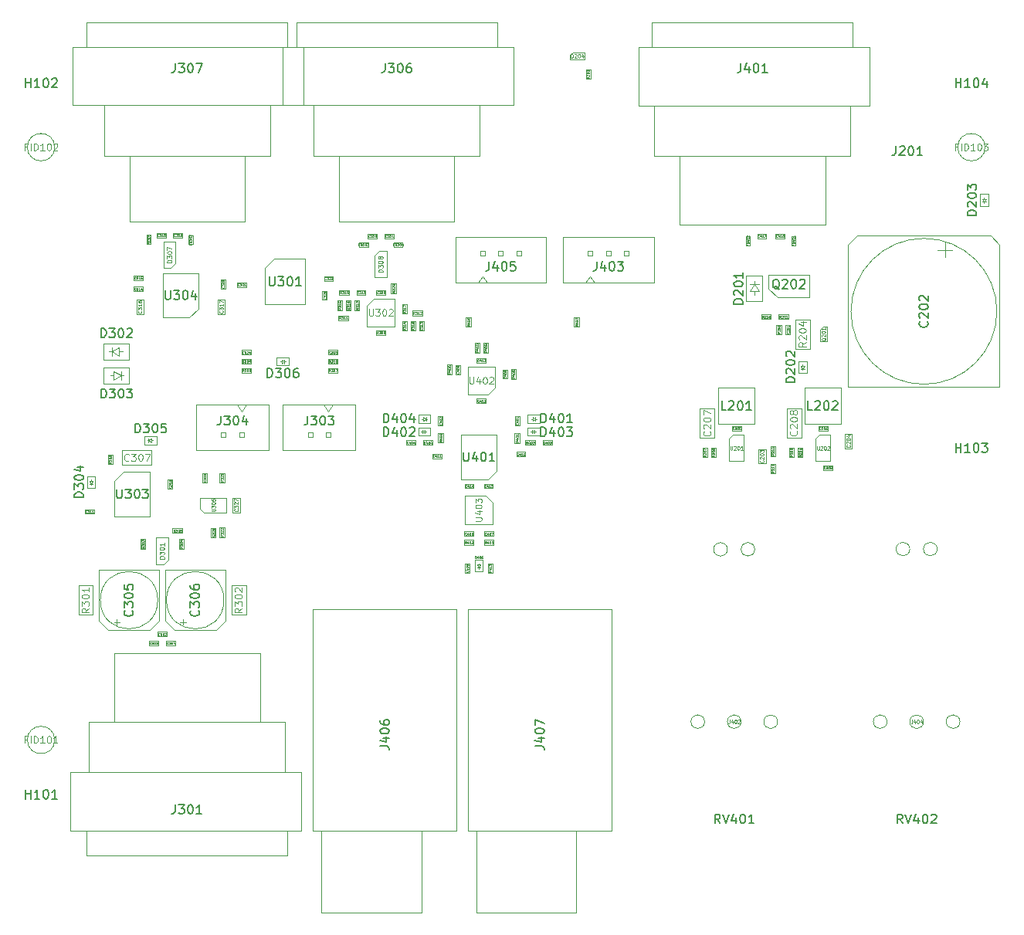
<source format=gbr>
%TF.GenerationSoftware,KiCad,Pcbnew,9.0.3*%
%TF.CreationDate,2025-07-20T02:02:08-05:00*%
%TF.ProjectId,STEVEannouncer,53544556-4561-46e6-9e6f-756e6365722e,rev?*%
%TF.SameCoordinates,PX52f83c0PY90f5600*%
%TF.FileFunction,AssemblyDrawing,Top*%
%FSLAX46Y46*%
G04 Gerber Fmt 4.6, Leading zero omitted, Abs format (unit mm)*
G04 Created by KiCad (PCBNEW 9.0.3) date 2025-07-20 02:02:08*
%MOMM*%
%LPD*%
G01*
G04 APERTURE LIST*
%ADD10C,0.150000*%
%ADD11C,0.060000*%
%ADD12C,0.040000*%
%ADD13C,0.120000*%
%ADD14C,0.062500*%
%ADD15C,0.100000*%
%ADD16C,0.110000*%
%ADD17C,0.075000*%
G04 APERTURE END LIST*
D10*
X53114285Y62445181D02*
X53114285Y61730896D01*
X53114285Y61730896D02*
X53066666Y61588039D01*
X53066666Y61588039D02*
X52971428Y61492800D01*
X52971428Y61492800D02*
X52828571Y61445181D01*
X52828571Y61445181D02*
X52733333Y61445181D01*
X54019047Y62111848D02*
X54019047Y61445181D01*
X53780952Y62492800D02*
X53542857Y61778515D01*
X53542857Y61778515D02*
X54161904Y61778515D01*
X54733333Y62445181D02*
X54828571Y62445181D01*
X54828571Y62445181D02*
X54923809Y62397562D01*
X54923809Y62397562D02*
X54971428Y62349943D01*
X54971428Y62349943D02*
X55019047Y62254705D01*
X55019047Y62254705D02*
X55066666Y62064229D01*
X55066666Y62064229D02*
X55066666Y61826134D01*
X55066666Y61826134D02*
X55019047Y61635658D01*
X55019047Y61635658D02*
X54971428Y61540420D01*
X54971428Y61540420D02*
X54923809Y61492800D01*
X54923809Y61492800D02*
X54828571Y61445181D01*
X54828571Y61445181D02*
X54733333Y61445181D01*
X54733333Y61445181D02*
X54638095Y61492800D01*
X54638095Y61492800D02*
X54590476Y61540420D01*
X54590476Y61540420D02*
X54542857Y61635658D01*
X54542857Y61635658D02*
X54495238Y61826134D01*
X54495238Y61826134D02*
X54495238Y62064229D01*
X54495238Y62064229D02*
X54542857Y62254705D01*
X54542857Y62254705D02*
X54590476Y62349943D01*
X54590476Y62349943D02*
X54638095Y62397562D01*
X54638095Y62397562D02*
X54733333Y62445181D01*
X55971428Y62445181D02*
X55495238Y62445181D01*
X55495238Y62445181D02*
X55447619Y61968991D01*
X55447619Y61968991D02*
X55495238Y62016610D01*
X55495238Y62016610D02*
X55590476Y62064229D01*
X55590476Y62064229D02*
X55828571Y62064229D01*
X55828571Y62064229D02*
X55923809Y62016610D01*
X55923809Y62016610D02*
X55971428Y61968991D01*
X55971428Y61968991D02*
X56019047Y61873753D01*
X56019047Y61873753D02*
X56019047Y61635658D01*
X56019047Y61635658D02*
X55971428Y61540420D01*
X55971428Y61540420D02*
X55923809Y61492800D01*
X55923809Y61492800D02*
X55828571Y61445181D01*
X55828571Y61445181D02*
X55590476Y61445181D01*
X55590476Y61445181D02*
X55495238Y61492800D01*
X55495238Y61492800D02*
X55447619Y61540420D01*
X64914285Y62445181D02*
X64914285Y61730896D01*
X64914285Y61730896D02*
X64866666Y61588039D01*
X64866666Y61588039D02*
X64771428Y61492800D01*
X64771428Y61492800D02*
X64628571Y61445181D01*
X64628571Y61445181D02*
X64533333Y61445181D01*
X65819047Y62111848D02*
X65819047Y61445181D01*
X65580952Y62492800D02*
X65342857Y61778515D01*
X65342857Y61778515D02*
X65961904Y61778515D01*
X66533333Y62445181D02*
X66628571Y62445181D01*
X66628571Y62445181D02*
X66723809Y62397562D01*
X66723809Y62397562D02*
X66771428Y62349943D01*
X66771428Y62349943D02*
X66819047Y62254705D01*
X66819047Y62254705D02*
X66866666Y62064229D01*
X66866666Y62064229D02*
X66866666Y61826134D01*
X66866666Y61826134D02*
X66819047Y61635658D01*
X66819047Y61635658D02*
X66771428Y61540420D01*
X66771428Y61540420D02*
X66723809Y61492800D01*
X66723809Y61492800D02*
X66628571Y61445181D01*
X66628571Y61445181D02*
X66533333Y61445181D01*
X66533333Y61445181D02*
X66438095Y61492800D01*
X66438095Y61492800D02*
X66390476Y61540420D01*
X66390476Y61540420D02*
X66342857Y61635658D01*
X66342857Y61635658D02*
X66295238Y61826134D01*
X66295238Y61826134D02*
X66295238Y62064229D01*
X66295238Y62064229D02*
X66342857Y62254705D01*
X66342857Y62254705D02*
X66390476Y62349943D01*
X66390476Y62349943D02*
X66438095Y62397562D01*
X66438095Y62397562D02*
X66533333Y62445181D01*
X67200000Y62445181D02*
X67819047Y62445181D01*
X67819047Y62445181D02*
X67485714Y62064229D01*
X67485714Y62064229D02*
X67628571Y62064229D01*
X67628571Y62064229D02*
X67723809Y62016610D01*
X67723809Y62016610D02*
X67771428Y61968991D01*
X67771428Y61968991D02*
X67819047Y61873753D01*
X67819047Y61873753D02*
X67819047Y61635658D01*
X67819047Y61635658D02*
X67771428Y61540420D01*
X67771428Y61540420D02*
X67723809Y61492800D01*
X67723809Y61492800D02*
X67628571Y61445181D01*
X67628571Y61445181D02*
X67342857Y61445181D01*
X67342857Y61445181D02*
X67247619Y61492800D01*
X67247619Y61492800D02*
X67200000Y61540420D01*
D11*
X99511428Y12207325D02*
X99511428Y11935897D01*
X99511428Y11935897D02*
X99493333Y11881611D01*
X99493333Y11881611D02*
X99457142Y11845420D01*
X99457142Y11845420D02*
X99402857Y11827325D01*
X99402857Y11827325D02*
X99366666Y11827325D01*
X99855238Y12080659D02*
X99855238Y11827325D01*
X99764762Y12225420D02*
X99674285Y11953992D01*
X99674285Y11953992D02*
X99909524Y11953992D01*
X100126667Y12207325D02*
X100162857Y12207325D01*
X100162857Y12207325D02*
X100199048Y12189230D01*
X100199048Y12189230D02*
X100217143Y12171135D01*
X100217143Y12171135D02*
X100235238Y12134944D01*
X100235238Y12134944D02*
X100253333Y12062563D01*
X100253333Y12062563D02*
X100253333Y11972087D01*
X100253333Y11972087D02*
X100235238Y11899706D01*
X100235238Y11899706D02*
X100217143Y11863516D01*
X100217143Y11863516D02*
X100199048Y11845420D01*
X100199048Y11845420D02*
X100162857Y11827325D01*
X100162857Y11827325D02*
X100126667Y11827325D01*
X100126667Y11827325D02*
X100090476Y11845420D01*
X100090476Y11845420D02*
X100072381Y11863516D01*
X100072381Y11863516D02*
X100054286Y11899706D01*
X100054286Y11899706D02*
X100036190Y11972087D01*
X100036190Y11972087D02*
X100036190Y12062563D01*
X100036190Y12062563D02*
X100054286Y12134944D01*
X100054286Y12134944D02*
X100072381Y12171135D01*
X100072381Y12171135D02*
X100090476Y12189230D01*
X100090476Y12189230D02*
X100126667Y12207325D01*
X100579048Y12080659D02*
X100579048Y11827325D01*
X100488572Y12225420D02*
X100398095Y11953992D01*
X100398095Y11953992D02*
X100633334Y11953992D01*
X79511428Y12207325D02*
X79511428Y11935897D01*
X79511428Y11935897D02*
X79493333Y11881611D01*
X79493333Y11881611D02*
X79457142Y11845420D01*
X79457142Y11845420D02*
X79402857Y11827325D01*
X79402857Y11827325D02*
X79366666Y11827325D01*
X79855238Y12080659D02*
X79855238Y11827325D01*
X79764762Y12225420D02*
X79674285Y11953992D01*
X79674285Y11953992D02*
X79909524Y11953992D01*
X80126667Y12207325D02*
X80162857Y12207325D01*
X80162857Y12207325D02*
X80199048Y12189230D01*
X80199048Y12189230D02*
X80217143Y12171135D01*
X80217143Y12171135D02*
X80235238Y12134944D01*
X80235238Y12134944D02*
X80253333Y12062563D01*
X80253333Y12062563D02*
X80253333Y11972087D01*
X80253333Y11972087D02*
X80235238Y11899706D01*
X80235238Y11899706D02*
X80217143Y11863516D01*
X80217143Y11863516D02*
X80199048Y11845420D01*
X80199048Y11845420D02*
X80162857Y11827325D01*
X80162857Y11827325D02*
X80126667Y11827325D01*
X80126667Y11827325D02*
X80090476Y11845420D01*
X80090476Y11845420D02*
X80072381Y11863516D01*
X80072381Y11863516D02*
X80054286Y11899706D01*
X80054286Y11899706D02*
X80036190Y11972087D01*
X80036190Y11972087D02*
X80036190Y12062563D01*
X80036190Y12062563D02*
X80054286Y12134944D01*
X80054286Y12134944D02*
X80072381Y12171135D01*
X80072381Y12171135D02*
X80090476Y12189230D01*
X80090476Y12189230D02*
X80126667Y12207325D01*
X80398095Y12171135D02*
X80416191Y12189230D01*
X80416191Y12189230D02*
X80452381Y12207325D01*
X80452381Y12207325D02*
X80542857Y12207325D01*
X80542857Y12207325D02*
X80579048Y12189230D01*
X80579048Y12189230D02*
X80597143Y12171135D01*
X80597143Y12171135D02*
X80615238Y12134944D01*
X80615238Y12134944D02*
X80615238Y12098754D01*
X80615238Y12098754D02*
X80597143Y12044468D01*
X80597143Y12044468D02*
X80380000Y11827325D01*
X80380000Y11827325D02*
X80615238Y11827325D01*
D10*
X98452380Y845181D02*
X98119047Y1321372D01*
X97880952Y845181D02*
X97880952Y1845181D01*
X97880952Y1845181D02*
X98261904Y1845181D01*
X98261904Y1845181D02*
X98357142Y1797562D01*
X98357142Y1797562D02*
X98404761Y1749943D01*
X98404761Y1749943D02*
X98452380Y1654705D01*
X98452380Y1654705D02*
X98452380Y1511848D01*
X98452380Y1511848D02*
X98404761Y1416610D01*
X98404761Y1416610D02*
X98357142Y1368991D01*
X98357142Y1368991D02*
X98261904Y1321372D01*
X98261904Y1321372D02*
X97880952Y1321372D01*
X98738095Y1845181D02*
X99071428Y845181D01*
X99071428Y845181D02*
X99404761Y1845181D01*
X100166666Y1511848D02*
X100166666Y845181D01*
X99928571Y1892800D02*
X99690476Y1178515D01*
X99690476Y1178515D02*
X100309523Y1178515D01*
X100880952Y1845181D02*
X100976190Y1845181D01*
X100976190Y1845181D02*
X101071428Y1797562D01*
X101071428Y1797562D02*
X101119047Y1749943D01*
X101119047Y1749943D02*
X101166666Y1654705D01*
X101166666Y1654705D02*
X101214285Y1464229D01*
X101214285Y1464229D02*
X101214285Y1226134D01*
X101214285Y1226134D02*
X101166666Y1035658D01*
X101166666Y1035658D02*
X101119047Y940420D01*
X101119047Y940420D02*
X101071428Y892800D01*
X101071428Y892800D02*
X100976190Y845181D01*
X100976190Y845181D02*
X100880952Y845181D01*
X100880952Y845181D02*
X100785714Y892800D01*
X100785714Y892800D02*
X100738095Y940420D01*
X100738095Y940420D02*
X100690476Y1035658D01*
X100690476Y1035658D02*
X100642857Y1226134D01*
X100642857Y1226134D02*
X100642857Y1464229D01*
X100642857Y1464229D02*
X100690476Y1654705D01*
X100690476Y1654705D02*
X100738095Y1749943D01*
X100738095Y1749943D02*
X100785714Y1797562D01*
X100785714Y1797562D02*
X100880952Y1845181D01*
X101595238Y1749943D02*
X101642857Y1797562D01*
X101642857Y1797562D02*
X101738095Y1845181D01*
X101738095Y1845181D02*
X101976190Y1845181D01*
X101976190Y1845181D02*
X102071428Y1797562D01*
X102071428Y1797562D02*
X102119047Y1749943D01*
X102119047Y1749943D02*
X102166666Y1654705D01*
X102166666Y1654705D02*
X102166666Y1559467D01*
X102166666Y1559467D02*
X102119047Y1416610D01*
X102119047Y1416610D02*
X101547619Y845181D01*
X101547619Y845181D02*
X102166666Y845181D01*
X78452380Y845181D02*
X78119047Y1321372D01*
X77880952Y845181D02*
X77880952Y1845181D01*
X77880952Y1845181D02*
X78261904Y1845181D01*
X78261904Y1845181D02*
X78357142Y1797562D01*
X78357142Y1797562D02*
X78404761Y1749943D01*
X78404761Y1749943D02*
X78452380Y1654705D01*
X78452380Y1654705D02*
X78452380Y1511848D01*
X78452380Y1511848D02*
X78404761Y1416610D01*
X78404761Y1416610D02*
X78357142Y1368991D01*
X78357142Y1368991D02*
X78261904Y1321372D01*
X78261904Y1321372D02*
X77880952Y1321372D01*
X78738095Y1845181D02*
X79071428Y845181D01*
X79071428Y845181D02*
X79404761Y1845181D01*
X80166666Y1511848D02*
X80166666Y845181D01*
X79928571Y1892800D02*
X79690476Y1178515D01*
X79690476Y1178515D02*
X80309523Y1178515D01*
X80880952Y1845181D02*
X80976190Y1845181D01*
X80976190Y1845181D02*
X81071428Y1797562D01*
X81071428Y1797562D02*
X81119047Y1749943D01*
X81119047Y1749943D02*
X81166666Y1654705D01*
X81166666Y1654705D02*
X81214285Y1464229D01*
X81214285Y1464229D02*
X81214285Y1226134D01*
X81214285Y1226134D02*
X81166666Y1035658D01*
X81166666Y1035658D02*
X81119047Y940420D01*
X81119047Y940420D02*
X81071428Y892800D01*
X81071428Y892800D02*
X80976190Y845181D01*
X80976190Y845181D02*
X80880952Y845181D01*
X80880952Y845181D02*
X80785714Y892800D01*
X80785714Y892800D02*
X80738095Y940420D01*
X80738095Y940420D02*
X80690476Y1035658D01*
X80690476Y1035658D02*
X80642857Y1226134D01*
X80642857Y1226134D02*
X80642857Y1464229D01*
X80642857Y1464229D02*
X80690476Y1654705D01*
X80690476Y1654705D02*
X80738095Y1749943D01*
X80738095Y1749943D02*
X80785714Y1797562D01*
X80785714Y1797562D02*
X80880952Y1845181D01*
X82166666Y845181D02*
X81595238Y845181D01*
X81880952Y845181D02*
X81880952Y1845181D01*
X81880952Y1845181D02*
X81785714Y1702324D01*
X81785714Y1702324D02*
X81690476Y1607086D01*
X81690476Y1607086D02*
X81595238Y1559467D01*
D12*
X84368200Y39459049D02*
X84244391Y39372382D01*
X84368200Y39310477D02*
X84108200Y39310477D01*
X84108200Y39310477D02*
X84108200Y39409525D01*
X84108200Y39409525D02*
X84120581Y39434287D01*
X84120581Y39434287D02*
X84132962Y39446668D01*
X84132962Y39446668D02*
X84157724Y39459049D01*
X84157724Y39459049D02*
X84194867Y39459049D01*
X84194867Y39459049D02*
X84219629Y39446668D01*
X84219629Y39446668D02*
X84232010Y39434287D01*
X84232010Y39434287D02*
X84244391Y39409525D01*
X84244391Y39409525D02*
X84244391Y39310477D01*
X84132962Y39558096D02*
X84120581Y39570477D01*
X84120581Y39570477D02*
X84108200Y39595239D01*
X84108200Y39595239D02*
X84108200Y39657144D01*
X84108200Y39657144D02*
X84120581Y39681906D01*
X84120581Y39681906D02*
X84132962Y39694287D01*
X84132962Y39694287D02*
X84157724Y39706668D01*
X84157724Y39706668D02*
X84182486Y39706668D01*
X84182486Y39706668D02*
X84219629Y39694287D01*
X84219629Y39694287D02*
X84368200Y39545715D01*
X84368200Y39545715D02*
X84368200Y39706668D01*
X84368200Y39954287D02*
X84368200Y39805715D01*
X84368200Y39880001D02*
X84108200Y39880001D01*
X84108200Y39880001D02*
X84145343Y39855239D01*
X84145343Y39855239D02*
X84170105Y39830477D01*
X84170105Y39830477D02*
X84182486Y39805715D01*
X84368200Y40201906D02*
X84368200Y40053334D01*
X84368200Y40127620D02*
X84108200Y40127620D01*
X84108200Y40127620D02*
X84145343Y40102858D01*
X84145343Y40102858D02*
X84170105Y40078096D01*
X84170105Y40078096D02*
X84182486Y40053334D01*
X23968200Y38459049D02*
X23844391Y38372382D01*
X23968200Y38310477D02*
X23708200Y38310477D01*
X23708200Y38310477D02*
X23708200Y38409525D01*
X23708200Y38409525D02*
X23720581Y38434287D01*
X23720581Y38434287D02*
X23732962Y38446668D01*
X23732962Y38446668D02*
X23757724Y38459049D01*
X23757724Y38459049D02*
X23794867Y38459049D01*
X23794867Y38459049D02*
X23819629Y38446668D01*
X23819629Y38446668D02*
X23832010Y38434287D01*
X23832010Y38434287D02*
X23844391Y38409525D01*
X23844391Y38409525D02*
X23844391Y38310477D01*
X23708200Y38545715D02*
X23708200Y38706668D01*
X23708200Y38706668D02*
X23807248Y38620001D01*
X23807248Y38620001D02*
X23807248Y38657144D01*
X23807248Y38657144D02*
X23819629Y38681906D01*
X23819629Y38681906D02*
X23832010Y38694287D01*
X23832010Y38694287D02*
X23856772Y38706668D01*
X23856772Y38706668D02*
X23918677Y38706668D01*
X23918677Y38706668D02*
X23943439Y38694287D01*
X23943439Y38694287D02*
X23955820Y38681906D01*
X23955820Y38681906D02*
X23968200Y38657144D01*
X23968200Y38657144D02*
X23968200Y38582858D01*
X23968200Y38582858D02*
X23955820Y38558096D01*
X23955820Y38558096D02*
X23943439Y38545715D01*
X23732962Y38805715D02*
X23720581Y38818096D01*
X23720581Y38818096D02*
X23708200Y38842858D01*
X23708200Y38842858D02*
X23708200Y38904763D01*
X23708200Y38904763D02*
X23720581Y38929525D01*
X23720581Y38929525D02*
X23732962Y38941906D01*
X23732962Y38941906D02*
X23757724Y38954287D01*
X23757724Y38954287D02*
X23782486Y38954287D01*
X23782486Y38954287D02*
X23819629Y38941906D01*
X23819629Y38941906D02*
X23968200Y38793334D01*
X23968200Y38793334D02*
X23968200Y38954287D01*
X23968200Y39201906D02*
X23968200Y39053334D01*
X23968200Y39127620D02*
X23708200Y39127620D01*
X23708200Y39127620D02*
X23745343Y39102858D01*
X23745343Y39102858D02*
X23770105Y39078096D01*
X23770105Y39078096D02*
X23782486Y39053334D01*
X23968200Y32459049D02*
X23844391Y32372382D01*
X23968200Y32310477D02*
X23708200Y32310477D01*
X23708200Y32310477D02*
X23708200Y32409525D01*
X23708200Y32409525D02*
X23720581Y32434287D01*
X23720581Y32434287D02*
X23732962Y32446668D01*
X23732962Y32446668D02*
X23757724Y32459049D01*
X23757724Y32459049D02*
X23794867Y32459049D01*
X23794867Y32459049D02*
X23819629Y32446668D01*
X23819629Y32446668D02*
X23832010Y32434287D01*
X23832010Y32434287D02*
X23844391Y32409525D01*
X23844391Y32409525D02*
X23844391Y32310477D01*
X23708200Y32545715D02*
X23708200Y32706668D01*
X23708200Y32706668D02*
X23807248Y32620001D01*
X23807248Y32620001D02*
X23807248Y32657144D01*
X23807248Y32657144D02*
X23819629Y32681906D01*
X23819629Y32681906D02*
X23832010Y32694287D01*
X23832010Y32694287D02*
X23856772Y32706668D01*
X23856772Y32706668D02*
X23918677Y32706668D01*
X23918677Y32706668D02*
X23943439Y32694287D01*
X23943439Y32694287D02*
X23955820Y32681906D01*
X23955820Y32681906D02*
X23968200Y32657144D01*
X23968200Y32657144D02*
X23968200Y32582858D01*
X23968200Y32582858D02*
X23955820Y32558096D01*
X23955820Y32558096D02*
X23943439Y32545715D01*
X23732962Y32805715D02*
X23720581Y32818096D01*
X23720581Y32818096D02*
X23708200Y32842858D01*
X23708200Y32842858D02*
X23708200Y32904763D01*
X23708200Y32904763D02*
X23720581Y32929525D01*
X23720581Y32929525D02*
X23732962Y32941906D01*
X23732962Y32941906D02*
X23757724Y32954287D01*
X23757724Y32954287D02*
X23782486Y32954287D01*
X23782486Y32954287D02*
X23819629Y32941906D01*
X23819629Y32941906D02*
X23968200Y32793334D01*
X23968200Y32793334D02*
X23968200Y32954287D01*
X23732962Y33053334D02*
X23720581Y33065715D01*
X23720581Y33065715D02*
X23708200Y33090477D01*
X23708200Y33090477D02*
X23708200Y33152382D01*
X23708200Y33152382D02*
X23720581Y33177144D01*
X23720581Y33177144D02*
X23732962Y33189525D01*
X23732962Y33189525D02*
X23757724Y33201906D01*
X23757724Y33201906D02*
X23782486Y33201906D01*
X23782486Y33201906D02*
X23819629Y33189525D01*
X23819629Y33189525D02*
X23968200Y33040953D01*
X23968200Y33040953D02*
X23968200Y33201906D01*
X51928200Y52689049D02*
X51804391Y52602382D01*
X51928200Y52540477D02*
X51668200Y52540477D01*
X51668200Y52540477D02*
X51668200Y52639525D01*
X51668200Y52639525D02*
X51680581Y52664287D01*
X51680581Y52664287D02*
X51692962Y52676668D01*
X51692962Y52676668D02*
X51717724Y52689049D01*
X51717724Y52689049D02*
X51754867Y52689049D01*
X51754867Y52689049D02*
X51779629Y52676668D01*
X51779629Y52676668D02*
X51792010Y52664287D01*
X51792010Y52664287D02*
X51804391Y52639525D01*
X51804391Y52639525D02*
X51804391Y52540477D01*
X51754867Y52911906D02*
X51928200Y52911906D01*
X51655820Y52850001D02*
X51841534Y52788096D01*
X51841534Y52788096D02*
X51841534Y52949049D01*
X51928200Y53184287D02*
X51928200Y53035715D01*
X51928200Y53110001D02*
X51668200Y53110001D01*
X51668200Y53110001D02*
X51705343Y53085239D01*
X51705343Y53085239D02*
X51730105Y53060477D01*
X51730105Y53060477D02*
X51742486Y53035715D01*
X51668200Y53345239D02*
X51668200Y53370001D01*
X51668200Y53370001D02*
X51680581Y53394763D01*
X51680581Y53394763D02*
X51692962Y53407144D01*
X51692962Y53407144D02*
X51717724Y53419525D01*
X51717724Y53419525D02*
X51767248Y53431906D01*
X51767248Y53431906D02*
X51829153Y53431906D01*
X51829153Y53431906D02*
X51878677Y53419525D01*
X51878677Y53419525D02*
X51903439Y53407144D01*
X51903439Y53407144D02*
X51915820Y53394763D01*
X51915820Y53394763D02*
X51928200Y53370001D01*
X51928200Y53370001D02*
X51928200Y53345239D01*
X51928200Y53345239D02*
X51915820Y53320477D01*
X51915820Y53320477D02*
X51903439Y53308096D01*
X51903439Y53308096D02*
X51878677Y53295715D01*
X51878677Y53295715D02*
X51829153Y53283334D01*
X51829153Y53283334D02*
X51767248Y53283334D01*
X51767248Y53283334D02*
X51717724Y53295715D01*
X51717724Y53295715D02*
X51692962Y53308096D01*
X51692962Y53308096D02*
X51680581Y53320477D01*
X51680581Y53320477D02*
X51668200Y53345239D01*
D10*
X97714285Y75105181D02*
X97714285Y74390896D01*
X97714285Y74390896D02*
X97666666Y74248039D01*
X97666666Y74248039D02*
X97571428Y74152800D01*
X97571428Y74152800D02*
X97428571Y74105181D01*
X97428571Y74105181D02*
X97333333Y74105181D01*
X98142857Y75009943D02*
X98190476Y75057562D01*
X98190476Y75057562D02*
X98285714Y75105181D01*
X98285714Y75105181D02*
X98523809Y75105181D01*
X98523809Y75105181D02*
X98619047Y75057562D01*
X98619047Y75057562D02*
X98666666Y75009943D01*
X98666666Y75009943D02*
X98714285Y74914705D01*
X98714285Y74914705D02*
X98714285Y74819467D01*
X98714285Y74819467D02*
X98666666Y74676610D01*
X98666666Y74676610D02*
X98095238Y74105181D01*
X98095238Y74105181D02*
X98714285Y74105181D01*
X99333333Y75105181D02*
X99428571Y75105181D01*
X99428571Y75105181D02*
X99523809Y75057562D01*
X99523809Y75057562D02*
X99571428Y75009943D01*
X99571428Y75009943D02*
X99619047Y74914705D01*
X99619047Y74914705D02*
X99666666Y74724229D01*
X99666666Y74724229D02*
X99666666Y74486134D01*
X99666666Y74486134D02*
X99619047Y74295658D01*
X99619047Y74295658D02*
X99571428Y74200420D01*
X99571428Y74200420D02*
X99523809Y74152800D01*
X99523809Y74152800D02*
X99428571Y74105181D01*
X99428571Y74105181D02*
X99333333Y74105181D01*
X99333333Y74105181D02*
X99238095Y74152800D01*
X99238095Y74152800D02*
X99190476Y74200420D01*
X99190476Y74200420D02*
X99142857Y74295658D01*
X99142857Y74295658D02*
X99095238Y74486134D01*
X99095238Y74486134D02*
X99095238Y74724229D01*
X99095238Y74724229D02*
X99142857Y74914705D01*
X99142857Y74914705D02*
X99190476Y75009943D01*
X99190476Y75009943D02*
X99238095Y75057562D01*
X99238095Y75057562D02*
X99333333Y75105181D01*
X100619047Y74105181D02*
X100047619Y74105181D01*
X100333333Y74105181D02*
X100333333Y75105181D01*
X100333333Y75105181D02*
X100238095Y74962324D01*
X100238095Y74962324D02*
X100142857Y74867086D01*
X100142857Y74867086D02*
X100047619Y74819467D01*
D12*
X47918200Y42849049D02*
X47794391Y42762382D01*
X47918200Y42700477D02*
X47658200Y42700477D01*
X47658200Y42700477D02*
X47658200Y42799525D01*
X47658200Y42799525D02*
X47670581Y42824287D01*
X47670581Y42824287D02*
X47682962Y42836668D01*
X47682962Y42836668D02*
X47707724Y42849049D01*
X47707724Y42849049D02*
X47744867Y42849049D01*
X47744867Y42849049D02*
X47769629Y42836668D01*
X47769629Y42836668D02*
X47782010Y42824287D01*
X47782010Y42824287D02*
X47794391Y42799525D01*
X47794391Y42799525D02*
X47794391Y42700477D01*
X47744867Y43071906D02*
X47918200Y43071906D01*
X47645820Y43010001D02*
X47831534Y42948096D01*
X47831534Y42948096D02*
X47831534Y43109049D01*
X47658200Y43257620D02*
X47658200Y43282382D01*
X47658200Y43282382D02*
X47670581Y43307144D01*
X47670581Y43307144D02*
X47682962Y43319525D01*
X47682962Y43319525D02*
X47707724Y43331906D01*
X47707724Y43331906D02*
X47757248Y43344287D01*
X47757248Y43344287D02*
X47819153Y43344287D01*
X47819153Y43344287D02*
X47868677Y43331906D01*
X47868677Y43331906D02*
X47893439Y43319525D01*
X47893439Y43319525D02*
X47905820Y43307144D01*
X47905820Y43307144D02*
X47918200Y43282382D01*
X47918200Y43282382D02*
X47918200Y43257620D01*
X47918200Y43257620D02*
X47905820Y43232858D01*
X47905820Y43232858D02*
X47893439Y43220477D01*
X47893439Y43220477D02*
X47868677Y43208096D01*
X47868677Y43208096D02*
X47819153Y43195715D01*
X47819153Y43195715D02*
X47757248Y43195715D01*
X47757248Y43195715D02*
X47707724Y43208096D01*
X47707724Y43208096D02*
X47682962Y43220477D01*
X47682962Y43220477D02*
X47670581Y43232858D01*
X47670581Y43232858D02*
X47658200Y43257620D01*
X47682962Y43443334D02*
X47670581Y43455715D01*
X47670581Y43455715D02*
X47658200Y43480477D01*
X47658200Y43480477D02*
X47658200Y43542382D01*
X47658200Y43542382D02*
X47670581Y43567144D01*
X47670581Y43567144D02*
X47682962Y43579525D01*
X47682962Y43579525D02*
X47707724Y43591906D01*
X47707724Y43591906D02*
X47732486Y43591906D01*
X47732486Y43591906D02*
X47769629Y43579525D01*
X47769629Y43579525D02*
X47918200Y43430953D01*
X47918200Y43430953D02*
X47918200Y43591906D01*
X84720238Y65160235D02*
X84708334Y65148330D01*
X84708334Y65148330D02*
X84672619Y65136426D01*
X84672619Y65136426D02*
X84648810Y65136426D01*
X84648810Y65136426D02*
X84613096Y65148330D01*
X84613096Y65148330D02*
X84589286Y65172140D01*
X84589286Y65172140D02*
X84577381Y65195950D01*
X84577381Y65195950D02*
X84565477Y65243569D01*
X84565477Y65243569D02*
X84565477Y65279283D01*
X84565477Y65279283D02*
X84577381Y65326902D01*
X84577381Y65326902D02*
X84589286Y65350711D01*
X84589286Y65350711D02*
X84613096Y65374521D01*
X84613096Y65374521D02*
X84648810Y65386426D01*
X84648810Y65386426D02*
X84672619Y65386426D01*
X84672619Y65386426D02*
X84708334Y65374521D01*
X84708334Y65374521D02*
X84720238Y65362616D01*
X84934524Y65303092D02*
X84934524Y65136426D01*
X84875000Y65398330D02*
X84815477Y65219759D01*
X84815477Y65219759D02*
X84970238Y65219759D01*
X85196429Y65136426D02*
X85053572Y65136426D01*
X85125000Y65136426D02*
X85125000Y65386426D01*
X85125000Y65386426D02*
X85101191Y65350711D01*
X85101191Y65350711D02*
X85077381Y65326902D01*
X85077381Y65326902D02*
X85053572Y65314997D01*
X85410714Y65386426D02*
X85363095Y65386426D01*
X85363095Y65386426D02*
X85339286Y65374521D01*
X85339286Y65374521D02*
X85327381Y65362616D01*
X85327381Y65362616D02*
X85303571Y65326902D01*
X85303571Y65326902D02*
X85291667Y65279283D01*
X85291667Y65279283D02*
X85291667Y65184045D01*
X85291667Y65184045D02*
X85303571Y65160235D01*
X85303571Y65160235D02*
X85315476Y65148330D01*
X85315476Y65148330D02*
X85339286Y65136426D01*
X85339286Y65136426D02*
X85386905Y65136426D01*
X85386905Y65136426D02*
X85410714Y65148330D01*
X85410714Y65148330D02*
X85422619Y65160235D01*
X85422619Y65160235D02*
X85434524Y65184045D01*
X85434524Y65184045D02*
X85434524Y65243569D01*
X85434524Y65243569D02*
X85422619Y65267378D01*
X85422619Y65267378D02*
X85410714Y65279283D01*
X85410714Y65279283D02*
X85386905Y65291188D01*
X85386905Y65291188D02*
X85339286Y65291188D01*
X85339286Y65291188D02*
X85315476Y65279283D01*
X85315476Y65279283D02*
X85303571Y65267378D01*
X85303571Y65267378D02*
X85291667Y65243569D01*
X83209048Y56281800D02*
X83122381Y56405609D01*
X83060476Y56281800D02*
X83060476Y56541800D01*
X83060476Y56541800D02*
X83159524Y56541800D01*
X83159524Y56541800D02*
X83184286Y56529419D01*
X83184286Y56529419D02*
X83196667Y56517038D01*
X83196667Y56517038D02*
X83209048Y56492276D01*
X83209048Y56492276D02*
X83209048Y56455133D01*
X83209048Y56455133D02*
X83196667Y56430371D01*
X83196667Y56430371D02*
X83184286Y56417990D01*
X83184286Y56417990D02*
X83159524Y56405609D01*
X83159524Y56405609D02*
X83060476Y56405609D01*
X83308095Y56517038D02*
X83320476Y56529419D01*
X83320476Y56529419D02*
X83345238Y56541800D01*
X83345238Y56541800D02*
X83407143Y56541800D01*
X83407143Y56541800D02*
X83431905Y56529419D01*
X83431905Y56529419D02*
X83444286Y56517038D01*
X83444286Y56517038D02*
X83456667Y56492276D01*
X83456667Y56492276D02*
X83456667Y56467514D01*
X83456667Y56467514D02*
X83444286Y56430371D01*
X83444286Y56430371D02*
X83295714Y56281800D01*
X83295714Y56281800D02*
X83456667Y56281800D01*
X83617619Y56541800D02*
X83642381Y56541800D01*
X83642381Y56541800D02*
X83667143Y56529419D01*
X83667143Y56529419D02*
X83679524Y56517038D01*
X83679524Y56517038D02*
X83691905Y56492276D01*
X83691905Y56492276D02*
X83704286Y56442752D01*
X83704286Y56442752D02*
X83704286Y56380847D01*
X83704286Y56380847D02*
X83691905Y56331323D01*
X83691905Y56331323D02*
X83679524Y56306561D01*
X83679524Y56306561D02*
X83667143Y56294180D01*
X83667143Y56294180D02*
X83642381Y56281800D01*
X83642381Y56281800D02*
X83617619Y56281800D01*
X83617619Y56281800D02*
X83592857Y56294180D01*
X83592857Y56294180D02*
X83580476Y56306561D01*
X83580476Y56306561D02*
X83568095Y56331323D01*
X83568095Y56331323D02*
X83555714Y56380847D01*
X83555714Y56380847D02*
X83555714Y56442752D01*
X83555714Y56442752D02*
X83568095Y56492276D01*
X83568095Y56492276D02*
X83580476Y56517038D01*
X83580476Y56517038D02*
X83592857Y56529419D01*
X83592857Y56529419D02*
X83617619Y56541800D01*
X83790952Y56541800D02*
X83951905Y56541800D01*
X83951905Y56541800D02*
X83865238Y56442752D01*
X83865238Y56442752D02*
X83902381Y56442752D01*
X83902381Y56442752D02*
X83927143Y56430371D01*
X83927143Y56430371D02*
X83939524Y56417990D01*
X83939524Y56417990D02*
X83951905Y56393228D01*
X83951905Y56393228D02*
X83951905Y56331323D01*
X83951905Y56331323D02*
X83939524Y56306561D01*
X83939524Y56306561D02*
X83927143Y56294180D01*
X83927143Y56294180D02*
X83902381Y56281800D01*
X83902381Y56281800D02*
X83828095Y56281800D01*
X83828095Y56281800D02*
X83803333Y56294180D01*
X83803333Y56294180D02*
X83790952Y56306561D01*
X82740238Y65160235D02*
X82728334Y65148330D01*
X82728334Y65148330D02*
X82692619Y65136426D01*
X82692619Y65136426D02*
X82668810Y65136426D01*
X82668810Y65136426D02*
X82633096Y65148330D01*
X82633096Y65148330D02*
X82609286Y65172140D01*
X82609286Y65172140D02*
X82597381Y65195950D01*
X82597381Y65195950D02*
X82585477Y65243569D01*
X82585477Y65243569D02*
X82585477Y65279283D01*
X82585477Y65279283D02*
X82597381Y65326902D01*
X82597381Y65326902D02*
X82609286Y65350711D01*
X82609286Y65350711D02*
X82633096Y65374521D01*
X82633096Y65374521D02*
X82668810Y65386426D01*
X82668810Y65386426D02*
X82692619Y65386426D01*
X82692619Y65386426D02*
X82728334Y65374521D01*
X82728334Y65374521D02*
X82740238Y65362616D01*
X82954524Y65303092D02*
X82954524Y65136426D01*
X82895000Y65398330D02*
X82835477Y65219759D01*
X82835477Y65219759D02*
X82990238Y65219759D01*
X83216429Y65136426D02*
X83073572Y65136426D01*
X83145000Y65136426D02*
X83145000Y65386426D01*
X83145000Y65386426D02*
X83121191Y65350711D01*
X83121191Y65350711D02*
X83097381Y65326902D01*
X83097381Y65326902D02*
X83073572Y65314997D01*
X83299762Y65386426D02*
X83466428Y65386426D01*
X83466428Y65386426D02*
X83359286Y65136426D01*
D10*
X50320000Y41534434D02*
X50320000Y40741100D01*
X50320000Y40741100D02*
X50366667Y40647767D01*
X50366667Y40647767D02*
X50413333Y40601100D01*
X50413333Y40601100D02*
X50506667Y40554434D01*
X50506667Y40554434D02*
X50693333Y40554434D01*
X50693333Y40554434D02*
X50786667Y40601100D01*
X50786667Y40601100D02*
X50833333Y40647767D01*
X50833333Y40647767D02*
X50880000Y40741100D01*
X50880000Y40741100D02*
X50880000Y41534434D01*
X51766667Y41207767D02*
X51766667Y40554434D01*
X51533334Y41581100D02*
X51300000Y40881100D01*
X51300000Y40881100D02*
X51906667Y40881100D01*
X52466667Y41534434D02*
X52560000Y41534434D01*
X52560000Y41534434D02*
X52653333Y41487767D01*
X52653333Y41487767D02*
X52700000Y41441100D01*
X52700000Y41441100D02*
X52746667Y41347767D01*
X52746667Y41347767D02*
X52793333Y41161100D01*
X52793333Y41161100D02*
X52793333Y40927767D01*
X52793333Y40927767D02*
X52746667Y40741100D01*
X52746667Y40741100D02*
X52700000Y40647767D01*
X52700000Y40647767D02*
X52653333Y40601100D01*
X52653333Y40601100D02*
X52560000Y40554434D01*
X52560000Y40554434D02*
X52466667Y40554434D01*
X52466667Y40554434D02*
X52373333Y40601100D01*
X52373333Y40601100D02*
X52326667Y40647767D01*
X52326667Y40647767D02*
X52280000Y40741100D01*
X52280000Y40741100D02*
X52233333Y40927767D01*
X52233333Y40927767D02*
X52233333Y41161100D01*
X52233333Y41161100D02*
X52280000Y41347767D01*
X52280000Y41347767D02*
X52326667Y41441100D01*
X52326667Y41441100D02*
X52373333Y41487767D01*
X52373333Y41487767D02*
X52466667Y41534434D01*
X53726666Y40554434D02*
X53166666Y40554434D01*
X53446666Y40554434D02*
X53446666Y41534434D01*
X53446666Y41534434D02*
X53353333Y41394434D01*
X53353333Y41394434D02*
X53260000Y41301100D01*
X53260000Y41301100D02*
X53166666Y41254434D01*
D12*
X52809048Y31536800D02*
X52722381Y31660609D01*
X52660476Y31536800D02*
X52660476Y31796800D01*
X52660476Y31796800D02*
X52759524Y31796800D01*
X52759524Y31796800D02*
X52784286Y31784419D01*
X52784286Y31784419D02*
X52796667Y31772038D01*
X52796667Y31772038D02*
X52809048Y31747276D01*
X52809048Y31747276D02*
X52809048Y31710133D01*
X52809048Y31710133D02*
X52796667Y31685371D01*
X52796667Y31685371D02*
X52784286Y31672990D01*
X52784286Y31672990D02*
X52759524Y31660609D01*
X52759524Y31660609D02*
X52660476Y31660609D01*
X53031905Y31710133D02*
X53031905Y31536800D01*
X52970000Y31809180D02*
X52908095Y31623466D01*
X52908095Y31623466D02*
X53069048Y31623466D01*
X53304286Y31536800D02*
X53155714Y31536800D01*
X53230000Y31536800D02*
X53230000Y31796800D01*
X53230000Y31796800D02*
X53205238Y31759657D01*
X53205238Y31759657D02*
X53180476Y31734895D01*
X53180476Y31734895D02*
X53155714Y31722514D01*
X53551905Y31536800D02*
X53403333Y31536800D01*
X53477619Y31536800D02*
X53477619Y31796800D01*
X53477619Y31796800D02*
X53452857Y31759657D01*
X53452857Y31759657D02*
X53428095Y31734895D01*
X53428095Y31734895D02*
X53403333Y31722514D01*
D10*
X80714285Y84195181D02*
X80714285Y83480896D01*
X80714285Y83480896D02*
X80666666Y83338039D01*
X80666666Y83338039D02*
X80571428Y83242800D01*
X80571428Y83242800D02*
X80428571Y83195181D01*
X80428571Y83195181D02*
X80333333Y83195181D01*
X81619047Y83861848D02*
X81619047Y83195181D01*
X81380952Y84242800D02*
X81142857Y83528515D01*
X81142857Y83528515D02*
X81761904Y83528515D01*
X82333333Y84195181D02*
X82428571Y84195181D01*
X82428571Y84195181D02*
X82523809Y84147562D01*
X82523809Y84147562D02*
X82571428Y84099943D01*
X82571428Y84099943D02*
X82619047Y84004705D01*
X82619047Y84004705D02*
X82666666Y83814229D01*
X82666666Y83814229D02*
X82666666Y83576134D01*
X82666666Y83576134D02*
X82619047Y83385658D01*
X82619047Y83385658D02*
X82571428Y83290420D01*
X82571428Y83290420D02*
X82523809Y83242800D01*
X82523809Y83242800D02*
X82428571Y83195181D01*
X82428571Y83195181D02*
X82333333Y83195181D01*
X82333333Y83195181D02*
X82238095Y83242800D01*
X82238095Y83242800D02*
X82190476Y83290420D01*
X82190476Y83290420D02*
X82142857Y83385658D01*
X82142857Y83385658D02*
X82095238Y83576134D01*
X82095238Y83576134D02*
X82095238Y83814229D01*
X82095238Y83814229D02*
X82142857Y84004705D01*
X82142857Y84004705D02*
X82190476Y84099943D01*
X82190476Y84099943D02*
X82238095Y84147562D01*
X82238095Y84147562D02*
X82333333Y84195181D01*
X83619047Y83195181D02*
X83047619Y83195181D01*
X83333333Y83195181D02*
X83333333Y84195181D01*
X83333333Y84195181D02*
X83238095Y84052324D01*
X83238095Y84052324D02*
X83142857Y83957086D01*
X83142857Y83957086D02*
X83047619Y83909467D01*
D12*
X35240238Y60510235D02*
X35228334Y60498330D01*
X35228334Y60498330D02*
X35192619Y60486426D01*
X35192619Y60486426D02*
X35168810Y60486426D01*
X35168810Y60486426D02*
X35133096Y60498330D01*
X35133096Y60498330D02*
X35109286Y60522140D01*
X35109286Y60522140D02*
X35097381Y60545950D01*
X35097381Y60545950D02*
X35085477Y60593569D01*
X35085477Y60593569D02*
X35085477Y60629283D01*
X35085477Y60629283D02*
X35097381Y60676902D01*
X35097381Y60676902D02*
X35109286Y60700711D01*
X35109286Y60700711D02*
X35133096Y60724521D01*
X35133096Y60724521D02*
X35168810Y60736426D01*
X35168810Y60736426D02*
X35192619Y60736426D01*
X35192619Y60736426D02*
X35228334Y60724521D01*
X35228334Y60724521D02*
X35240238Y60712616D01*
X35323572Y60736426D02*
X35478334Y60736426D01*
X35478334Y60736426D02*
X35395000Y60641188D01*
X35395000Y60641188D02*
X35430715Y60641188D01*
X35430715Y60641188D02*
X35454524Y60629283D01*
X35454524Y60629283D02*
X35466429Y60617378D01*
X35466429Y60617378D02*
X35478334Y60593569D01*
X35478334Y60593569D02*
X35478334Y60534045D01*
X35478334Y60534045D02*
X35466429Y60510235D01*
X35466429Y60510235D02*
X35454524Y60498330D01*
X35454524Y60498330D02*
X35430715Y60486426D01*
X35430715Y60486426D02*
X35359286Y60486426D01*
X35359286Y60486426D02*
X35335477Y60498330D01*
X35335477Y60498330D02*
X35323572Y60510235D01*
X35573572Y60712616D02*
X35585476Y60724521D01*
X35585476Y60724521D02*
X35609286Y60736426D01*
X35609286Y60736426D02*
X35668810Y60736426D01*
X35668810Y60736426D02*
X35692619Y60724521D01*
X35692619Y60724521D02*
X35704524Y60712616D01*
X35704524Y60712616D02*
X35716429Y60688807D01*
X35716429Y60688807D02*
X35716429Y60664997D01*
X35716429Y60664997D02*
X35704524Y60629283D01*
X35704524Y60629283D02*
X35561667Y60486426D01*
X35561667Y60486426D02*
X35716429Y60486426D01*
X35811667Y60712616D02*
X35823571Y60724521D01*
X35823571Y60724521D02*
X35847381Y60736426D01*
X35847381Y60736426D02*
X35906905Y60736426D01*
X35906905Y60736426D02*
X35930714Y60724521D01*
X35930714Y60724521D02*
X35942619Y60712616D01*
X35942619Y60712616D02*
X35954524Y60688807D01*
X35954524Y60688807D02*
X35954524Y60664997D01*
X35954524Y60664997D02*
X35942619Y60629283D01*
X35942619Y60629283D02*
X35799762Y60486426D01*
X35799762Y60486426D02*
X35954524Y60486426D01*
X16045238Y20510235D02*
X16033334Y20498330D01*
X16033334Y20498330D02*
X15997619Y20486426D01*
X15997619Y20486426D02*
X15973810Y20486426D01*
X15973810Y20486426D02*
X15938096Y20498330D01*
X15938096Y20498330D02*
X15914286Y20522140D01*
X15914286Y20522140D02*
X15902381Y20545950D01*
X15902381Y20545950D02*
X15890477Y20593569D01*
X15890477Y20593569D02*
X15890477Y20629283D01*
X15890477Y20629283D02*
X15902381Y20676902D01*
X15902381Y20676902D02*
X15914286Y20700711D01*
X15914286Y20700711D02*
X15938096Y20724521D01*
X15938096Y20724521D02*
X15973810Y20736426D01*
X15973810Y20736426D02*
X15997619Y20736426D01*
X15997619Y20736426D02*
X16033334Y20724521D01*
X16033334Y20724521D02*
X16045238Y20712616D01*
X16128572Y20736426D02*
X16283334Y20736426D01*
X16283334Y20736426D02*
X16200000Y20641188D01*
X16200000Y20641188D02*
X16235715Y20641188D01*
X16235715Y20641188D02*
X16259524Y20629283D01*
X16259524Y20629283D02*
X16271429Y20617378D01*
X16271429Y20617378D02*
X16283334Y20593569D01*
X16283334Y20593569D02*
X16283334Y20534045D01*
X16283334Y20534045D02*
X16271429Y20510235D01*
X16271429Y20510235D02*
X16259524Y20498330D01*
X16259524Y20498330D02*
X16235715Y20486426D01*
X16235715Y20486426D02*
X16164286Y20486426D01*
X16164286Y20486426D02*
X16140477Y20498330D01*
X16140477Y20498330D02*
X16128572Y20510235D01*
X16438095Y20736426D02*
X16461905Y20736426D01*
X16461905Y20736426D02*
X16485714Y20724521D01*
X16485714Y20724521D02*
X16497619Y20712616D01*
X16497619Y20712616D02*
X16509524Y20688807D01*
X16509524Y20688807D02*
X16521429Y20641188D01*
X16521429Y20641188D02*
X16521429Y20581664D01*
X16521429Y20581664D02*
X16509524Y20534045D01*
X16509524Y20534045D02*
X16497619Y20510235D01*
X16497619Y20510235D02*
X16485714Y20498330D01*
X16485714Y20498330D02*
X16461905Y20486426D01*
X16461905Y20486426D02*
X16438095Y20486426D01*
X16438095Y20486426D02*
X16414286Y20498330D01*
X16414286Y20498330D02*
X16402381Y20510235D01*
X16402381Y20510235D02*
X16390476Y20534045D01*
X16390476Y20534045D02*
X16378572Y20581664D01*
X16378572Y20581664D02*
X16378572Y20641188D01*
X16378572Y20641188D02*
X16390476Y20688807D01*
X16390476Y20688807D02*
X16402381Y20712616D01*
X16402381Y20712616D02*
X16414286Y20724521D01*
X16414286Y20724521D02*
X16438095Y20736426D01*
X16604762Y20736426D02*
X16759524Y20736426D01*
X16759524Y20736426D02*
X16676190Y20641188D01*
X16676190Y20641188D02*
X16711905Y20641188D01*
X16711905Y20641188D02*
X16735714Y20629283D01*
X16735714Y20629283D02*
X16747619Y20617378D01*
X16747619Y20617378D02*
X16759524Y20593569D01*
X16759524Y20593569D02*
X16759524Y20534045D01*
X16759524Y20534045D02*
X16747619Y20510235D01*
X16747619Y20510235D02*
X16735714Y20498330D01*
X16735714Y20498330D02*
X16711905Y20486426D01*
X16711905Y20486426D02*
X16640476Y20486426D01*
X16640476Y20486426D02*
X16616667Y20498330D01*
X16616667Y20498330D02*
X16604762Y20510235D01*
D10*
X41714285Y84195181D02*
X41714285Y83480896D01*
X41714285Y83480896D02*
X41666666Y83338039D01*
X41666666Y83338039D02*
X41571428Y83242800D01*
X41571428Y83242800D02*
X41428571Y83195181D01*
X41428571Y83195181D02*
X41333333Y83195181D01*
X42095238Y84195181D02*
X42714285Y84195181D01*
X42714285Y84195181D02*
X42380952Y83814229D01*
X42380952Y83814229D02*
X42523809Y83814229D01*
X42523809Y83814229D02*
X42619047Y83766610D01*
X42619047Y83766610D02*
X42666666Y83718991D01*
X42666666Y83718991D02*
X42714285Y83623753D01*
X42714285Y83623753D02*
X42714285Y83385658D01*
X42714285Y83385658D02*
X42666666Y83290420D01*
X42666666Y83290420D02*
X42619047Y83242800D01*
X42619047Y83242800D02*
X42523809Y83195181D01*
X42523809Y83195181D02*
X42238095Y83195181D01*
X42238095Y83195181D02*
X42142857Y83242800D01*
X42142857Y83242800D02*
X42095238Y83290420D01*
X43333333Y84195181D02*
X43428571Y84195181D01*
X43428571Y84195181D02*
X43523809Y84147562D01*
X43523809Y84147562D02*
X43571428Y84099943D01*
X43571428Y84099943D02*
X43619047Y84004705D01*
X43619047Y84004705D02*
X43666666Y83814229D01*
X43666666Y83814229D02*
X43666666Y83576134D01*
X43666666Y83576134D02*
X43619047Y83385658D01*
X43619047Y83385658D02*
X43571428Y83290420D01*
X43571428Y83290420D02*
X43523809Y83242800D01*
X43523809Y83242800D02*
X43428571Y83195181D01*
X43428571Y83195181D02*
X43333333Y83195181D01*
X43333333Y83195181D02*
X43238095Y83242800D01*
X43238095Y83242800D02*
X43190476Y83290420D01*
X43190476Y83290420D02*
X43142857Y83385658D01*
X43142857Y83385658D02*
X43095238Y83576134D01*
X43095238Y83576134D02*
X43095238Y83814229D01*
X43095238Y83814229D02*
X43142857Y84004705D01*
X43142857Y84004705D02*
X43190476Y84099943D01*
X43190476Y84099943D02*
X43238095Y84147562D01*
X43238095Y84147562D02*
X43333333Y84195181D01*
X44523809Y84195181D02*
X44333333Y84195181D01*
X44333333Y84195181D02*
X44238095Y84147562D01*
X44238095Y84147562D02*
X44190476Y84099943D01*
X44190476Y84099943D02*
X44095238Y83957086D01*
X44095238Y83957086D02*
X44047619Y83766610D01*
X44047619Y83766610D02*
X44047619Y83385658D01*
X44047619Y83385658D02*
X44095238Y83290420D01*
X44095238Y83290420D02*
X44142857Y83242800D01*
X44142857Y83242800D02*
X44238095Y83195181D01*
X44238095Y83195181D02*
X44428571Y83195181D01*
X44428571Y83195181D02*
X44523809Y83242800D01*
X44523809Y83242800D02*
X44571428Y83290420D01*
X44571428Y83290420D02*
X44619047Y83385658D01*
X44619047Y83385658D02*
X44619047Y83623753D01*
X44619047Y83623753D02*
X44571428Y83718991D01*
X44571428Y83718991D02*
X44523809Y83766610D01*
X44523809Y83766610D02*
X44428571Y83814229D01*
X44428571Y83814229D02*
X44238095Y83814229D01*
X44238095Y83814229D02*
X44142857Y83766610D01*
X44142857Y83766610D02*
X44095238Y83718991D01*
X44095238Y83718991D02*
X44047619Y83623753D01*
D13*
X77337664Y43844763D02*
X77375760Y43806667D01*
X77375760Y43806667D02*
X77413855Y43692382D01*
X77413855Y43692382D02*
X77413855Y43616191D01*
X77413855Y43616191D02*
X77375760Y43501905D01*
X77375760Y43501905D02*
X77299569Y43425715D01*
X77299569Y43425715D02*
X77223379Y43387620D01*
X77223379Y43387620D02*
X77070998Y43349524D01*
X77070998Y43349524D02*
X76956712Y43349524D01*
X76956712Y43349524D02*
X76804331Y43387620D01*
X76804331Y43387620D02*
X76728140Y43425715D01*
X76728140Y43425715D02*
X76651950Y43501905D01*
X76651950Y43501905D02*
X76613855Y43616191D01*
X76613855Y43616191D02*
X76613855Y43692382D01*
X76613855Y43692382D02*
X76651950Y43806667D01*
X76651950Y43806667D02*
X76690045Y43844763D01*
X76690045Y44149524D02*
X76651950Y44187620D01*
X76651950Y44187620D02*
X76613855Y44263810D01*
X76613855Y44263810D02*
X76613855Y44454286D01*
X76613855Y44454286D02*
X76651950Y44530477D01*
X76651950Y44530477D02*
X76690045Y44568572D01*
X76690045Y44568572D02*
X76766236Y44606667D01*
X76766236Y44606667D02*
X76842426Y44606667D01*
X76842426Y44606667D02*
X76956712Y44568572D01*
X76956712Y44568572D02*
X77413855Y44111429D01*
X77413855Y44111429D02*
X77413855Y44606667D01*
X76613855Y45101906D02*
X76613855Y45178096D01*
X76613855Y45178096D02*
X76651950Y45254287D01*
X76651950Y45254287D02*
X76690045Y45292382D01*
X76690045Y45292382D02*
X76766236Y45330477D01*
X76766236Y45330477D02*
X76918617Y45368572D01*
X76918617Y45368572D02*
X77109093Y45368572D01*
X77109093Y45368572D02*
X77261474Y45330477D01*
X77261474Y45330477D02*
X77337664Y45292382D01*
X77337664Y45292382D02*
X77375760Y45254287D01*
X77375760Y45254287D02*
X77413855Y45178096D01*
X77413855Y45178096D02*
X77413855Y45101906D01*
X77413855Y45101906D02*
X77375760Y45025715D01*
X77375760Y45025715D02*
X77337664Y44987620D01*
X77337664Y44987620D02*
X77261474Y44949525D01*
X77261474Y44949525D02*
X77109093Y44911429D01*
X77109093Y44911429D02*
X76918617Y44911429D01*
X76918617Y44911429D02*
X76766236Y44949525D01*
X76766236Y44949525D02*
X76690045Y44987620D01*
X76690045Y44987620D02*
X76651950Y45025715D01*
X76651950Y45025715D02*
X76613855Y45101906D01*
X76613855Y45635239D02*
X76613855Y46168573D01*
X76613855Y46168573D02*
X77413855Y45825715D01*
D10*
X104285714Y41545181D02*
X104285714Y42545181D01*
X104285714Y42068991D02*
X104857142Y42068991D01*
X104857142Y41545181D02*
X104857142Y42545181D01*
X105857142Y41545181D02*
X105285714Y41545181D01*
X105571428Y41545181D02*
X105571428Y42545181D01*
X105571428Y42545181D02*
X105476190Y42402324D01*
X105476190Y42402324D02*
X105380952Y42307086D01*
X105380952Y42307086D02*
X105285714Y42259467D01*
X106476190Y42545181D02*
X106571428Y42545181D01*
X106571428Y42545181D02*
X106666666Y42497562D01*
X106666666Y42497562D02*
X106714285Y42449943D01*
X106714285Y42449943D02*
X106761904Y42354705D01*
X106761904Y42354705D02*
X106809523Y42164229D01*
X106809523Y42164229D02*
X106809523Y41926134D01*
X106809523Y41926134D02*
X106761904Y41735658D01*
X106761904Y41735658D02*
X106714285Y41640420D01*
X106714285Y41640420D02*
X106666666Y41592800D01*
X106666666Y41592800D02*
X106571428Y41545181D01*
X106571428Y41545181D02*
X106476190Y41545181D01*
X106476190Y41545181D02*
X106380952Y41592800D01*
X106380952Y41592800D02*
X106333333Y41640420D01*
X106333333Y41640420D02*
X106285714Y41735658D01*
X106285714Y41735658D02*
X106238095Y41926134D01*
X106238095Y41926134D02*
X106238095Y42164229D01*
X106238095Y42164229D02*
X106285714Y42354705D01*
X106285714Y42354705D02*
X106333333Y42449943D01*
X106333333Y42449943D02*
X106380952Y42497562D01*
X106380952Y42497562D02*
X106476190Y42545181D01*
X107142857Y42545181D02*
X107761904Y42545181D01*
X107761904Y42545181D02*
X107428571Y42164229D01*
X107428571Y42164229D02*
X107571428Y42164229D01*
X107571428Y42164229D02*
X107666666Y42116610D01*
X107666666Y42116610D02*
X107714285Y42068991D01*
X107714285Y42068991D02*
X107761904Y41973753D01*
X107761904Y41973753D02*
X107761904Y41735658D01*
X107761904Y41735658D02*
X107714285Y41640420D01*
X107714285Y41640420D02*
X107666666Y41592800D01*
X107666666Y41592800D02*
X107571428Y41545181D01*
X107571428Y41545181D02*
X107285714Y41545181D01*
X107285714Y41545181D02*
X107190476Y41592800D01*
X107190476Y41592800D02*
X107142857Y41640420D01*
D12*
X25695238Y59835235D02*
X25683334Y59823330D01*
X25683334Y59823330D02*
X25647619Y59811426D01*
X25647619Y59811426D02*
X25623810Y59811426D01*
X25623810Y59811426D02*
X25588096Y59823330D01*
X25588096Y59823330D02*
X25564286Y59847140D01*
X25564286Y59847140D02*
X25552381Y59870950D01*
X25552381Y59870950D02*
X25540477Y59918569D01*
X25540477Y59918569D02*
X25540477Y59954283D01*
X25540477Y59954283D02*
X25552381Y60001902D01*
X25552381Y60001902D02*
X25564286Y60025711D01*
X25564286Y60025711D02*
X25588096Y60049521D01*
X25588096Y60049521D02*
X25623810Y60061426D01*
X25623810Y60061426D02*
X25647619Y60061426D01*
X25647619Y60061426D02*
X25683334Y60049521D01*
X25683334Y60049521D02*
X25695238Y60037616D01*
X25778572Y60061426D02*
X25933334Y60061426D01*
X25933334Y60061426D02*
X25850000Y59966188D01*
X25850000Y59966188D02*
X25885715Y59966188D01*
X25885715Y59966188D02*
X25909524Y59954283D01*
X25909524Y59954283D02*
X25921429Y59942378D01*
X25921429Y59942378D02*
X25933334Y59918569D01*
X25933334Y59918569D02*
X25933334Y59859045D01*
X25933334Y59859045D02*
X25921429Y59835235D01*
X25921429Y59835235D02*
X25909524Y59823330D01*
X25909524Y59823330D02*
X25885715Y59811426D01*
X25885715Y59811426D02*
X25814286Y59811426D01*
X25814286Y59811426D02*
X25790477Y59823330D01*
X25790477Y59823330D02*
X25778572Y59835235D01*
X26088095Y60061426D02*
X26111905Y60061426D01*
X26111905Y60061426D02*
X26135714Y60049521D01*
X26135714Y60049521D02*
X26147619Y60037616D01*
X26147619Y60037616D02*
X26159524Y60013807D01*
X26159524Y60013807D02*
X26171429Y59966188D01*
X26171429Y59966188D02*
X26171429Y59906664D01*
X26171429Y59906664D02*
X26159524Y59859045D01*
X26159524Y59859045D02*
X26147619Y59835235D01*
X26147619Y59835235D02*
X26135714Y59823330D01*
X26135714Y59823330D02*
X26111905Y59811426D01*
X26111905Y59811426D02*
X26088095Y59811426D01*
X26088095Y59811426D02*
X26064286Y59823330D01*
X26064286Y59823330D02*
X26052381Y59835235D01*
X26052381Y59835235D02*
X26040476Y59859045D01*
X26040476Y59859045D02*
X26028572Y59906664D01*
X26028572Y59906664D02*
X26028572Y59966188D01*
X26028572Y59966188D02*
X26040476Y60013807D01*
X26040476Y60013807D02*
X26052381Y60037616D01*
X26052381Y60037616D02*
X26064286Y60049521D01*
X26064286Y60049521D02*
X26088095Y60061426D01*
X26409524Y59811426D02*
X26266667Y59811426D01*
X26338095Y59811426D02*
X26338095Y60061426D01*
X26338095Y60061426D02*
X26314286Y60025711D01*
X26314286Y60025711D02*
X26290476Y60001902D01*
X26290476Y60001902D02*
X26266667Y59989997D01*
D10*
X17620000Y59284434D02*
X17620000Y58491100D01*
X17620000Y58491100D02*
X17666667Y58397767D01*
X17666667Y58397767D02*
X17713333Y58351100D01*
X17713333Y58351100D02*
X17806667Y58304434D01*
X17806667Y58304434D02*
X17993333Y58304434D01*
X17993333Y58304434D02*
X18086667Y58351100D01*
X18086667Y58351100D02*
X18133333Y58397767D01*
X18133333Y58397767D02*
X18180000Y58491100D01*
X18180000Y58491100D02*
X18180000Y59284434D01*
X18553334Y59284434D02*
X19160000Y59284434D01*
X19160000Y59284434D02*
X18833334Y58911100D01*
X18833334Y58911100D02*
X18973334Y58911100D01*
X18973334Y58911100D02*
X19066667Y58864434D01*
X19066667Y58864434D02*
X19113334Y58817767D01*
X19113334Y58817767D02*
X19160000Y58724434D01*
X19160000Y58724434D02*
X19160000Y58491100D01*
X19160000Y58491100D02*
X19113334Y58397767D01*
X19113334Y58397767D02*
X19066667Y58351100D01*
X19066667Y58351100D02*
X18973334Y58304434D01*
X18973334Y58304434D02*
X18693334Y58304434D01*
X18693334Y58304434D02*
X18600000Y58351100D01*
X18600000Y58351100D02*
X18553334Y58397767D01*
X19766667Y59284434D02*
X19860000Y59284434D01*
X19860000Y59284434D02*
X19953333Y59237767D01*
X19953333Y59237767D02*
X20000000Y59191100D01*
X20000000Y59191100D02*
X20046667Y59097767D01*
X20046667Y59097767D02*
X20093333Y58911100D01*
X20093333Y58911100D02*
X20093333Y58677767D01*
X20093333Y58677767D02*
X20046667Y58491100D01*
X20046667Y58491100D02*
X20000000Y58397767D01*
X20000000Y58397767D02*
X19953333Y58351100D01*
X19953333Y58351100D02*
X19860000Y58304434D01*
X19860000Y58304434D02*
X19766667Y58304434D01*
X19766667Y58304434D02*
X19673333Y58351100D01*
X19673333Y58351100D02*
X19626667Y58397767D01*
X19626667Y58397767D02*
X19580000Y58491100D01*
X19580000Y58491100D02*
X19533333Y58677767D01*
X19533333Y58677767D02*
X19533333Y58911100D01*
X19533333Y58911100D02*
X19580000Y59097767D01*
X19580000Y59097767D02*
X19626667Y59191100D01*
X19626667Y59191100D02*
X19673333Y59237767D01*
X19673333Y59237767D02*
X19766667Y59284434D01*
X20933333Y58957767D02*
X20933333Y58304434D01*
X20700000Y59331100D02*
X20466666Y58631100D01*
X20466666Y58631100D02*
X21073333Y58631100D01*
X23714285Y45545181D02*
X23714285Y44830896D01*
X23714285Y44830896D02*
X23666666Y44688039D01*
X23666666Y44688039D02*
X23571428Y44592800D01*
X23571428Y44592800D02*
X23428571Y44545181D01*
X23428571Y44545181D02*
X23333333Y44545181D01*
X24095238Y45545181D02*
X24714285Y45545181D01*
X24714285Y45545181D02*
X24380952Y45164229D01*
X24380952Y45164229D02*
X24523809Y45164229D01*
X24523809Y45164229D02*
X24619047Y45116610D01*
X24619047Y45116610D02*
X24666666Y45068991D01*
X24666666Y45068991D02*
X24714285Y44973753D01*
X24714285Y44973753D02*
X24714285Y44735658D01*
X24714285Y44735658D02*
X24666666Y44640420D01*
X24666666Y44640420D02*
X24619047Y44592800D01*
X24619047Y44592800D02*
X24523809Y44545181D01*
X24523809Y44545181D02*
X24238095Y44545181D01*
X24238095Y44545181D02*
X24142857Y44592800D01*
X24142857Y44592800D02*
X24095238Y44640420D01*
X25333333Y45545181D02*
X25428571Y45545181D01*
X25428571Y45545181D02*
X25523809Y45497562D01*
X25523809Y45497562D02*
X25571428Y45449943D01*
X25571428Y45449943D02*
X25619047Y45354705D01*
X25619047Y45354705D02*
X25666666Y45164229D01*
X25666666Y45164229D02*
X25666666Y44926134D01*
X25666666Y44926134D02*
X25619047Y44735658D01*
X25619047Y44735658D02*
X25571428Y44640420D01*
X25571428Y44640420D02*
X25523809Y44592800D01*
X25523809Y44592800D02*
X25428571Y44545181D01*
X25428571Y44545181D02*
X25333333Y44545181D01*
X25333333Y44545181D02*
X25238095Y44592800D01*
X25238095Y44592800D02*
X25190476Y44640420D01*
X25190476Y44640420D02*
X25142857Y44735658D01*
X25142857Y44735658D02*
X25095238Y44926134D01*
X25095238Y44926134D02*
X25095238Y45164229D01*
X25095238Y45164229D02*
X25142857Y45354705D01*
X25142857Y45354705D02*
X25190476Y45449943D01*
X25190476Y45449943D02*
X25238095Y45497562D01*
X25238095Y45497562D02*
X25333333Y45545181D01*
X26523809Y45211848D02*
X26523809Y44545181D01*
X26285714Y45592800D02*
X26047619Y44878515D01*
X26047619Y44878515D02*
X26666666Y44878515D01*
D12*
X55918200Y49819049D02*
X55794391Y49732382D01*
X55918200Y49670477D02*
X55658200Y49670477D01*
X55658200Y49670477D02*
X55658200Y49769525D01*
X55658200Y49769525D02*
X55670581Y49794287D01*
X55670581Y49794287D02*
X55682962Y49806668D01*
X55682962Y49806668D02*
X55707724Y49819049D01*
X55707724Y49819049D02*
X55744867Y49819049D01*
X55744867Y49819049D02*
X55769629Y49806668D01*
X55769629Y49806668D02*
X55782010Y49794287D01*
X55782010Y49794287D02*
X55794391Y49769525D01*
X55794391Y49769525D02*
X55794391Y49670477D01*
X55744867Y50041906D02*
X55918200Y50041906D01*
X55645820Y49980001D02*
X55831534Y49918096D01*
X55831534Y49918096D02*
X55831534Y50079049D01*
X55658200Y50227620D02*
X55658200Y50252382D01*
X55658200Y50252382D02*
X55670581Y50277144D01*
X55670581Y50277144D02*
X55682962Y50289525D01*
X55682962Y50289525D02*
X55707724Y50301906D01*
X55707724Y50301906D02*
X55757248Y50314287D01*
X55757248Y50314287D02*
X55819153Y50314287D01*
X55819153Y50314287D02*
X55868677Y50301906D01*
X55868677Y50301906D02*
X55893439Y50289525D01*
X55893439Y50289525D02*
X55905820Y50277144D01*
X55905820Y50277144D02*
X55918200Y50252382D01*
X55918200Y50252382D02*
X55918200Y50227620D01*
X55918200Y50227620D02*
X55905820Y50202858D01*
X55905820Y50202858D02*
X55893439Y50190477D01*
X55893439Y50190477D02*
X55868677Y50178096D01*
X55868677Y50178096D02*
X55819153Y50165715D01*
X55819153Y50165715D02*
X55757248Y50165715D01*
X55757248Y50165715D02*
X55707724Y50178096D01*
X55707724Y50178096D02*
X55682962Y50190477D01*
X55682962Y50190477D02*
X55670581Y50202858D01*
X55670581Y50202858D02*
X55658200Y50227620D01*
X55658200Y50549525D02*
X55658200Y50425715D01*
X55658200Y50425715D02*
X55782010Y50413334D01*
X55782010Y50413334D02*
X55769629Y50425715D01*
X55769629Y50425715D02*
X55757248Y50450477D01*
X55757248Y50450477D02*
X55757248Y50512382D01*
X55757248Y50512382D02*
X55769629Y50537144D01*
X55769629Y50537144D02*
X55782010Y50549525D01*
X55782010Y50549525D02*
X55806772Y50561906D01*
X55806772Y50561906D02*
X55868677Y50561906D01*
X55868677Y50561906D02*
X55893439Y50549525D01*
X55893439Y50549525D02*
X55905820Y50537144D01*
X55905820Y50537144D02*
X55918200Y50512382D01*
X55918200Y50512382D02*
X55918200Y50450477D01*
X55918200Y50450477D02*
X55905820Y50425715D01*
X55905820Y50425715D02*
X55893439Y50413334D01*
D14*
X90019892Y54080953D02*
X90000845Y54042858D01*
X90000845Y54042858D02*
X89962750Y54004763D01*
X89962750Y54004763D02*
X89905607Y53947620D01*
X89905607Y53947620D02*
X89886559Y53909525D01*
X89886559Y53909525D02*
X89886559Y53871429D01*
X89981797Y53890477D02*
X89962750Y53852382D01*
X89962750Y53852382D02*
X89924654Y53814287D01*
X89924654Y53814287D02*
X89848464Y53795239D01*
X89848464Y53795239D02*
X89715130Y53795239D01*
X89715130Y53795239D02*
X89638940Y53814287D01*
X89638940Y53814287D02*
X89600845Y53852382D01*
X89600845Y53852382D02*
X89581797Y53890477D01*
X89581797Y53890477D02*
X89581797Y53966668D01*
X89581797Y53966668D02*
X89600845Y54004763D01*
X89600845Y54004763D02*
X89638940Y54042858D01*
X89638940Y54042858D02*
X89715130Y54061906D01*
X89715130Y54061906D02*
X89848464Y54061906D01*
X89848464Y54061906D02*
X89924654Y54042858D01*
X89924654Y54042858D02*
X89962750Y54004763D01*
X89962750Y54004763D02*
X89981797Y53966668D01*
X89981797Y53966668D02*
X89981797Y53890477D01*
X89619892Y54214287D02*
X89600845Y54233335D01*
X89600845Y54233335D02*
X89581797Y54271430D01*
X89581797Y54271430D02*
X89581797Y54366668D01*
X89581797Y54366668D02*
X89600845Y54404763D01*
X89600845Y54404763D02*
X89619892Y54423811D01*
X89619892Y54423811D02*
X89657988Y54442858D01*
X89657988Y54442858D02*
X89696083Y54442858D01*
X89696083Y54442858D02*
X89753226Y54423811D01*
X89753226Y54423811D02*
X89981797Y54195239D01*
X89981797Y54195239D02*
X89981797Y54442858D01*
X89581797Y54690477D02*
X89581797Y54728572D01*
X89581797Y54728572D02*
X89600845Y54766668D01*
X89600845Y54766668D02*
X89619892Y54785715D01*
X89619892Y54785715D02*
X89657988Y54804763D01*
X89657988Y54804763D02*
X89734178Y54823810D01*
X89734178Y54823810D02*
X89829416Y54823810D01*
X89829416Y54823810D02*
X89905607Y54804763D01*
X89905607Y54804763D02*
X89943702Y54785715D01*
X89943702Y54785715D02*
X89962750Y54766668D01*
X89962750Y54766668D02*
X89981797Y54728572D01*
X89981797Y54728572D02*
X89981797Y54690477D01*
X89981797Y54690477D02*
X89962750Y54652382D01*
X89962750Y54652382D02*
X89943702Y54633334D01*
X89943702Y54633334D02*
X89905607Y54614287D01*
X89905607Y54614287D02*
X89829416Y54595239D01*
X89829416Y54595239D02*
X89734178Y54595239D01*
X89734178Y54595239D02*
X89657988Y54614287D01*
X89657988Y54614287D02*
X89619892Y54633334D01*
X89619892Y54633334D02*
X89600845Y54652382D01*
X89600845Y54652382D02*
X89581797Y54690477D01*
X89981797Y55204762D02*
X89981797Y54976191D01*
X89981797Y55090477D02*
X89581797Y55090477D01*
X89581797Y55090477D02*
X89638940Y55052381D01*
X89638940Y55052381D02*
X89677035Y55014286D01*
X89677035Y55014286D02*
X89696083Y54976191D01*
D13*
X86837664Y43864763D02*
X86875760Y43826667D01*
X86875760Y43826667D02*
X86913855Y43712382D01*
X86913855Y43712382D02*
X86913855Y43636191D01*
X86913855Y43636191D02*
X86875760Y43521905D01*
X86875760Y43521905D02*
X86799569Y43445715D01*
X86799569Y43445715D02*
X86723379Y43407620D01*
X86723379Y43407620D02*
X86570998Y43369524D01*
X86570998Y43369524D02*
X86456712Y43369524D01*
X86456712Y43369524D02*
X86304331Y43407620D01*
X86304331Y43407620D02*
X86228140Y43445715D01*
X86228140Y43445715D02*
X86151950Y43521905D01*
X86151950Y43521905D02*
X86113855Y43636191D01*
X86113855Y43636191D02*
X86113855Y43712382D01*
X86113855Y43712382D02*
X86151950Y43826667D01*
X86151950Y43826667D02*
X86190045Y43864763D01*
X86190045Y44169524D02*
X86151950Y44207620D01*
X86151950Y44207620D02*
X86113855Y44283810D01*
X86113855Y44283810D02*
X86113855Y44474286D01*
X86113855Y44474286D02*
X86151950Y44550477D01*
X86151950Y44550477D02*
X86190045Y44588572D01*
X86190045Y44588572D02*
X86266236Y44626667D01*
X86266236Y44626667D02*
X86342426Y44626667D01*
X86342426Y44626667D02*
X86456712Y44588572D01*
X86456712Y44588572D02*
X86913855Y44131429D01*
X86913855Y44131429D02*
X86913855Y44626667D01*
X86113855Y45121906D02*
X86113855Y45198096D01*
X86113855Y45198096D02*
X86151950Y45274287D01*
X86151950Y45274287D02*
X86190045Y45312382D01*
X86190045Y45312382D02*
X86266236Y45350477D01*
X86266236Y45350477D02*
X86418617Y45388572D01*
X86418617Y45388572D02*
X86609093Y45388572D01*
X86609093Y45388572D02*
X86761474Y45350477D01*
X86761474Y45350477D02*
X86837664Y45312382D01*
X86837664Y45312382D02*
X86875760Y45274287D01*
X86875760Y45274287D02*
X86913855Y45198096D01*
X86913855Y45198096D02*
X86913855Y45121906D01*
X86913855Y45121906D02*
X86875760Y45045715D01*
X86875760Y45045715D02*
X86837664Y45007620D01*
X86837664Y45007620D02*
X86761474Y44969525D01*
X86761474Y44969525D02*
X86609093Y44931429D01*
X86609093Y44931429D02*
X86418617Y44931429D01*
X86418617Y44931429D02*
X86266236Y44969525D01*
X86266236Y44969525D02*
X86190045Y45007620D01*
X86190045Y45007620D02*
X86151950Y45045715D01*
X86151950Y45045715D02*
X86113855Y45121906D01*
X86456712Y45845715D02*
X86418617Y45769525D01*
X86418617Y45769525D02*
X86380521Y45731430D01*
X86380521Y45731430D02*
X86304331Y45693334D01*
X86304331Y45693334D02*
X86266236Y45693334D01*
X86266236Y45693334D02*
X86190045Y45731430D01*
X86190045Y45731430D02*
X86151950Y45769525D01*
X86151950Y45769525D02*
X86113855Y45845715D01*
X86113855Y45845715D02*
X86113855Y45998096D01*
X86113855Y45998096D02*
X86151950Y46074287D01*
X86151950Y46074287D02*
X86190045Y46112382D01*
X86190045Y46112382D02*
X86266236Y46150477D01*
X86266236Y46150477D02*
X86304331Y46150477D01*
X86304331Y46150477D02*
X86380521Y46112382D01*
X86380521Y46112382D02*
X86418617Y46074287D01*
X86418617Y46074287D02*
X86456712Y45998096D01*
X86456712Y45998096D02*
X86456712Y45845715D01*
X86456712Y45845715D02*
X86494807Y45769525D01*
X86494807Y45769525D02*
X86532902Y45731430D01*
X86532902Y45731430D02*
X86609093Y45693334D01*
X86609093Y45693334D02*
X86761474Y45693334D01*
X86761474Y45693334D02*
X86837664Y45731430D01*
X86837664Y45731430D02*
X86875760Y45769525D01*
X86875760Y45769525D02*
X86913855Y45845715D01*
X86913855Y45845715D02*
X86913855Y45998096D01*
X86913855Y45998096D02*
X86875760Y46074287D01*
X86875760Y46074287D02*
X86837664Y46112382D01*
X86837664Y46112382D02*
X86761474Y46150477D01*
X86761474Y46150477D02*
X86609093Y46150477D01*
X86609093Y46150477D02*
X86532902Y46112382D01*
X86532902Y46112382D02*
X86494807Y46074287D01*
X86494807Y46074287D02*
X86456712Y45998096D01*
D10*
X106554819Y67509525D02*
X105554819Y67509525D01*
X105554819Y67509525D02*
X105554819Y67747620D01*
X105554819Y67747620D02*
X105602438Y67890477D01*
X105602438Y67890477D02*
X105697676Y67985715D01*
X105697676Y67985715D02*
X105792914Y68033334D01*
X105792914Y68033334D02*
X105983390Y68080953D01*
X105983390Y68080953D02*
X106126247Y68080953D01*
X106126247Y68080953D02*
X106316723Y68033334D01*
X106316723Y68033334D02*
X106411961Y67985715D01*
X106411961Y67985715D02*
X106507200Y67890477D01*
X106507200Y67890477D02*
X106554819Y67747620D01*
X106554819Y67747620D02*
X106554819Y67509525D01*
X105650057Y68461906D02*
X105602438Y68509525D01*
X105602438Y68509525D02*
X105554819Y68604763D01*
X105554819Y68604763D02*
X105554819Y68842858D01*
X105554819Y68842858D02*
X105602438Y68938096D01*
X105602438Y68938096D02*
X105650057Y68985715D01*
X105650057Y68985715D02*
X105745295Y69033334D01*
X105745295Y69033334D02*
X105840533Y69033334D01*
X105840533Y69033334D02*
X105983390Y68985715D01*
X105983390Y68985715D02*
X106554819Y68414287D01*
X106554819Y68414287D02*
X106554819Y69033334D01*
X105554819Y69652382D02*
X105554819Y69747620D01*
X105554819Y69747620D02*
X105602438Y69842858D01*
X105602438Y69842858D02*
X105650057Y69890477D01*
X105650057Y69890477D02*
X105745295Y69938096D01*
X105745295Y69938096D02*
X105935771Y69985715D01*
X105935771Y69985715D02*
X106173866Y69985715D01*
X106173866Y69985715D02*
X106364342Y69938096D01*
X106364342Y69938096D02*
X106459580Y69890477D01*
X106459580Y69890477D02*
X106507200Y69842858D01*
X106507200Y69842858D02*
X106554819Y69747620D01*
X106554819Y69747620D02*
X106554819Y69652382D01*
X106554819Y69652382D02*
X106507200Y69557144D01*
X106507200Y69557144D02*
X106459580Y69509525D01*
X106459580Y69509525D02*
X106364342Y69461906D01*
X106364342Y69461906D02*
X106173866Y69414287D01*
X106173866Y69414287D02*
X105935771Y69414287D01*
X105935771Y69414287D02*
X105745295Y69461906D01*
X105745295Y69461906D02*
X105650057Y69509525D01*
X105650057Y69509525D02*
X105602438Y69557144D01*
X105602438Y69557144D02*
X105554819Y69652382D01*
X105554819Y70319049D02*
X105554819Y70938096D01*
X105554819Y70938096D02*
X105935771Y70604763D01*
X105935771Y70604763D02*
X105935771Y70747620D01*
X105935771Y70747620D02*
X105983390Y70842858D01*
X105983390Y70842858D02*
X106031009Y70890477D01*
X106031009Y70890477D02*
X106126247Y70938096D01*
X106126247Y70938096D02*
X106364342Y70938096D01*
X106364342Y70938096D02*
X106459580Y70890477D01*
X106459580Y70890477D02*
X106507200Y70842858D01*
X106507200Y70842858D02*
X106554819Y70747620D01*
X106554819Y70747620D02*
X106554819Y70461906D01*
X106554819Y70461906D02*
X106507200Y70366668D01*
X106507200Y70366668D02*
X106459580Y70319049D01*
D12*
X20382622Y64403573D02*
X20382622Y64320239D01*
X20513574Y64320239D02*
X20263574Y64320239D01*
X20263574Y64320239D02*
X20263574Y64439287D01*
X20382622Y64617859D02*
X20394527Y64653573D01*
X20394527Y64653573D02*
X20406431Y64665478D01*
X20406431Y64665478D02*
X20430241Y64677382D01*
X20430241Y64677382D02*
X20465955Y64677382D01*
X20465955Y64677382D02*
X20489765Y64665478D01*
X20489765Y64665478D02*
X20501670Y64653573D01*
X20501670Y64653573D02*
X20513574Y64629763D01*
X20513574Y64629763D02*
X20513574Y64534525D01*
X20513574Y64534525D02*
X20263574Y64534525D01*
X20263574Y64534525D02*
X20263574Y64617859D01*
X20263574Y64617859D02*
X20275479Y64641668D01*
X20275479Y64641668D02*
X20287384Y64653573D01*
X20287384Y64653573D02*
X20311193Y64665478D01*
X20311193Y64665478D02*
X20335003Y64665478D01*
X20335003Y64665478D02*
X20358812Y64653573D01*
X20358812Y64653573D02*
X20370717Y64641668D01*
X20370717Y64641668D02*
X20382622Y64617859D01*
X20382622Y64617859D02*
X20382622Y64534525D01*
X20263574Y64760716D02*
X20263574Y64915478D01*
X20263574Y64915478D02*
X20358812Y64832144D01*
X20358812Y64832144D02*
X20358812Y64867859D01*
X20358812Y64867859D02*
X20370717Y64891668D01*
X20370717Y64891668D02*
X20382622Y64903573D01*
X20382622Y64903573D02*
X20406431Y64915478D01*
X20406431Y64915478D02*
X20465955Y64915478D01*
X20465955Y64915478D02*
X20489765Y64903573D01*
X20489765Y64903573D02*
X20501670Y64891668D01*
X20501670Y64891668D02*
X20513574Y64867859D01*
X20513574Y64867859D02*
X20513574Y64796430D01*
X20513574Y64796430D02*
X20501670Y64772621D01*
X20501670Y64772621D02*
X20489765Y64760716D01*
X20263574Y65070239D02*
X20263574Y65094049D01*
X20263574Y65094049D02*
X20275479Y65117858D01*
X20275479Y65117858D02*
X20287384Y65129763D01*
X20287384Y65129763D02*
X20311193Y65141668D01*
X20311193Y65141668D02*
X20358812Y65153573D01*
X20358812Y65153573D02*
X20418336Y65153573D01*
X20418336Y65153573D02*
X20465955Y65141668D01*
X20465955Y65141668D02*
X20489765Y65129763D01*
X20489765Y65129763D02*
X20501670Y65117858D01*
X20501670Y65117858D02*
X20513574Y65094049D01*
X20513574Y65094049D02*
X20513574Y65070239D01*
X20513574Y65070239D02*
X20501670Y65046430D01*
X20501670Y65046430D02*
X20489765Y65034525D01*
X20489765Y65034525D02*
X20465955Y65022620D01*
X20465955Y65022620D02*
X20418336Y65010716D01*
X20418336Y65010716D02*
X20358812Y65010716D01*
X20358812Y65010716D02*
X20311193Y65022620D01*
X20311193Y65022620D02*
X20287384Y65034525D01*
X20287384Y65034525D02*
X20275479Y65046430D01*
X20275479Y65046430D02*
X20263574Y65070239D01*
X20287384Y65248811D02*
X20275479Y65260715D01*
X20275479Y65260715D02*
X20263574Y65284525D01*
X20263574Y65284525D02*
X20263574Y65344049D01*
X20263574Y65344049D02*
X20275479Y65367858D01*
X20275479Y65367858D02*
X20287384Y65379763D01*
X20287384Y65379763D02*
X20311193Y65391668D01*
X20311193Y65391668D02*
X20335003Y65391668D01*
X20335003Y65391668D02*
X20370717Y65379763D01*
X20370717Y65379763D02*
X20513574Y65236906D01*
X20513574Y65236906D02*
X20513574Y65391668D01*
X85989765Y54720239D02*
X86001670Y54708335D01*
X86001670Y54708335D02*
X86013574Y54672620D01*
X86013574Y54672620D02*
X86013574Y54648811D01*
X86013574Y54648811D02*
X86001670Y54613097D01*
X86001670Y54613097D02*
X85977860Y54589287D01*
X85977860Y54589287D02*
X85954050Y54577382D01*
X85954050Y54577382D02*
X85906431Y54565478D01*
X85906431Y54565478D02*
X85870717Y54565478D01*
X85870717Y54565478D02*
X85823098Y54577382D01*
X85823098Y54577382D02*
X85799289Y54589287D01*
X85799289Y54589287D02*
X85775479Y54613097D01*
X85775479Y54613097D02*
X85763574Y54648811D01*
X85763574Y54648811D02*
X85763574Y54672620D01*
X85763574Y54672620D02*
X85775479Y54708335D01*
X85775479Y54708335D02*
X85787384Y54720239D01*
X85787384Y54815478D02*
X85775479Y54827382D01*
X85775479Y54827382D02*
X85763574Y54851192D01*
X85763574Y54851192D02*
X85763574Y54910716D01*
X85763574Y54910716D02*
X85775479Y54934525D01*
X85775479Y54934525D02*
X85787384Y54946430D01*
X85787384Y54946430D02*
X85811193Y54958335D01*
X85811193Y54958335D02*
X85835003Y54958335D01*
X85835003Y54958335D02*
X85870717Y54946430D01*
X85870717Y54946430D02*
X86013574Y54803573D01*
X86013574Y54803573D02*
X86013574Y54958335D01*
X85763574Y55113096D02*
X85763574Y55136906D01*
X85763574Y55136906D02*
X85775479Y55160715D01*
X85775479Y55160715D02*
X85787384Y55172620D01*
X85787384Y55172620D02*
X85811193Y55184525D01*
X85811193Y55184525D02*
X85858812Y55196430D01*
X85858812Y55196430D02*
X85918336Y55196430D01*
X85918336Y55196430D02*
X85965955Y55184525D01*
X85965955Y55184525D02*
X85989765Y55172620D01*
X85989765Y55172620D02*
X86001670Y55160715D01*
X86001670Y55160715D02*
X86013574Y55136906D01*
X86013574Y55136906D02*
X86013574Y55113096D01*
X86013574Y55113096D02*
X86001670Y55089287D01*
X86001670Y55089287D02*
X85989765Y55077382D01*
X85989765Y55077382D02*
X85965955Y55065477D01*
X85965955Y55065477D02*
X85918336Y55053573D01*
X85918336Y55053573D02*
X85858812Y55053573D01*
X85858812Y55053573D02*
X85811193Y55065477D01*
X85811193Y55065477D02*
X85787384Y55077382D01*
X85787384Y55077382D02*
X85775479Y55089287D01*
X85775479Y55089287D02*
X85763574Y55113096D01*
X86013574Y55434525D02*
X86013574Y55291668D01*
X86013574Y55363096D02*
X85763574Y55363096D01*
X85763574Y55363096D02*
X85799289Y55339287D01*
X85799289Y55339287D02*
X85823098Y55315477D01*
X85823098Y55315477D02*
X85835003Y55291668D01*
D10*
X10574524Y54125181D02*
X10574524Y55125181D01*
X10574524Y55125181D02*
X10812619Y55125181D01*
X10812619Y55125181D02*
X10955476Y55077562D01*
X10955476Y55077562D02*
X11050714Y54982324D01*
X11050714Y54982324D02*
X11098333Y54887086D01*
X11098333Y54887086D02*
X11145952Y54696610D01*
X11145952Y54696610D02*
X11145952Y54553753D01*
X11145952Y54553753D02*
X11098333Y54363277D01*
X11098333Y54363277D02*
X11050714Y54268039D01*
X11050714Y54268039D02*
X10955476Y54172800D01*
X10955476Y54172800D02*
X10812619Y54125181D01*
X10812619Y54125181D02*
X10574524Y54125181D01*
X11479286Y55125181D02*
X12098333Y55125181D01*
X12098333Y55125181D02*
X11765000Y54744229D01*
X11765000Y54744229D02*
X11907857Y54744229D01*
X11907857Y54744229D02*
X12003095Y54696610D01*
X12003095Y54696610D02*
X12050714Y54648991D01*
X12050714Y54648991D02*
X12098333Y54553753D01*
X12098333Y54553753D02*
X12098333Y54315658D01*
X12098333Y54315658D02*
X12050714Y54220420D01*
X12050714Y54220420D02*
X12003095Y54172800D01*
X12003095Y54172800D02*
X11907857Y54125181D01*
X11907857Y54125181D02*
X11622143Y54125181D01*
X11622143Y54125181D02*
X11526905Y54172800D01*
X11526905Y54172800D02*
X11479286Y54220420D01*
X12717381Y55125181D02*
X12812619Y55125181D01*
X12812619Y55125181D02*
X12907857Y55077562D01*
X12907857Y55077562D02*
X12955476Y55029943D01*
X12955476Y55029943D02*
X13003095Y54934705D01*
X13003095Y54934705D02*
X13050714Y54744229D01*
X13050714Y54744229D02*
X13050714Y54506134D01*
X13050714Y54506134D02*
X13003095Y54315658D01*
X13003095Y54315658D02*
X12955476Y54220420D01*
X12955476Y54220420D02*
X12907857Y54172800D01*
X12907857Y54172800D02*
X12812619Y54125181D01*
X12812619Y54125181D02*
X12717381Y54125181D01*
X12717381Y54125181D02*
X12622143Y54172800D01*
X12622143Y54172800D02*
X12574524Y54220420D01*
X12574524Y54220420D02*
X12526905Y54315658D01*
X12526905Y54315658D02*
X12479286Y54506134D01*
X12479286Y54506134D02*
X12479286Y54744229D01*
X12479286Y54744229D02*
X12526905Y54934705D01*
X12526905Y54934705D02*
X12574524Y55029943D01*
X12574524Y55029943D02*
X12622143Y55077562D01*
X12622143Y55077562D02*
X12717381Y55125181D01*
X13431667Y55029943D02*
X13479286Y55077562D01*
X13479286Y55077562D02*
X13574524Y55125181D01*
X13574524Y55125181D02*
X13812619Y55125181D01*
X13812619Y55125181D02*
X13907857Y55077562D01*
X13907857Y55077562D02*
X13955476Y55029943D01*
X13955476Y55029943D02*
X14003095Y54934705D01*
X14003095Y54934705D02*
X14003095Y54839467D01*
X14003095Y54839467D02*
X13955476Y54696610D01*
X13955476Y54696610D02*
X13384048Y54125181D01*
X13384048Y54125181D02*
X14003095Y54125181D01*
D12*
X42748200Y59239049D02*
X42624391Y59152382D01*
X42748200Y59090477D02*
X42488200Y59090477D01*
X42488200Y59090477D02*
X42488200Y59189525D01*
X42488200Y59189525D02*
X42500581Y59214287D01*
X42500581Y59214287D02*
X42512962Y59226668D01*
X42512962Y59226668D02*
X42537724Y59239049D01*
X42537724Y59239049D02*
X42574867Y59239049D01*
X42574867Y59239049D02*
X42599629Y59226668D01*
X42599629Y59226668D02*
X42612010Y59214287D01*
X42612010Y59214287D02*
X42624391Y59189525D01*
X42624391Y59189525D02*
X42624391Y59090477D01*
X42488200Y59325715D02*
X42488200Y59486668D01*
X42488200Y59486668D02*
X42587248Y59400001D01*
X42587248Y59400001D02*
X42587248Y59437144D01*
X42587248Y59437144D02*
X42599629Y59461906D01*
X42599629Y59461906D02*
X42612010Y59474287D01*
X42612010Y59474287D02*
X42636772Y59486668D01*
X42636772Y59486668D02*
X42698677Y59486668D01*
X42698677Y59486668D02*
X42723439Y59474287D01*
X42723439Y59474287D02*
X42735820Y59461906D01*
X42735820Y59461906D02*
X42748200Y59437144D01*
X42748200Y59437144D02*
X42748200Y59362858D01*
X42748200Y59362858D02*
X42735820Y59338096D01*
X42735820Y59338096D02*
X42723439Y59325715D01*
X42512962Y59585715D02*
X42500581Y59598096D01*
X42500581Y59598096D02*
X42488200Y59622858D01*
X42488200Y59622858D02*
X42488200Y59684763D01*
X42488200Y59684763D02*
X42500581Y59709525D01*
X42500581Y59709525D02*
X42512962Y59721906D01*
X42512962Y59721906D02*
X42537724Y59734287D01*
X42537724Y59734287D02*
X42562486Y59734287D01*
X42562486Y59734287D02*
X42599629Y59721906D01*
X42599629Y59721906D02*
X42748200Y59573334D01*
X42748200Y59573334D02*
X42748200Y59734287D01*
X42488200Y59895239D02*
X42488200Y59920001D01*
X42488200Y59920001D02*
X42500581Y59944763D01*
X42500581Y59944763D02*
X42512962Y59957144D01*
X42512962Y59957144D02*
X42537724Y59969525D01*
X42537724Y59969525D02*
X42587248Y59981906D01*
X42587248Y59981906D02*
X42649153Y59981906D01*
X42649153Y59981906D02*
X42698677Y59969525D01*
X42698677Y59969525D02*
X42723439Y59957144D01*
X42723439Y59957144D02*
X42735820Y59944763D01*
X42735820Y59944763D02*
X42748200Y59920001D01*
X42748200Y59920001D02*
X42748200Y59895239D01*
X42748200Y59895239D02*
X42735820Y59870477D01*
X42735820Y59870477D02*
X42723439Y59858096D01*
X42723439Y59858096D02*
X42698677Y59845715D01*
X42698677Y59845715D02*
X42649153Y59833334D01*
X42649153Y59833334D02*
X42587248Y59833334D01*
X42587248Y59833334D02*
X42537724Y59845715D01*
X42537724Y59845715D02*
X42512962Y59858096D01*
X42512962Y59858096D02*
X42500581Y59870477D01*
X42500581Y59870477D02*
X42488200Y59895239D01*
X14370238Y59360235D02*
X14358334Y59348330D01*
X14358334Y59348330D02*
X14322619Y59336426D01*
X14322619Y59336426D02*
X14298810Y59336426D01*
X14298810Y59336426D02*
X14263096Y59348330D01*
X14263096Y59348330D02*
X14239286Y59372140D01*
X14239286Y59372140D02*
X14227381Y59395950D01*
X14227381Y59395950D02*
X14215477Y59443569D01*
X14215477Y59443569D02*
X14215477Y59479283D01*
X14215477Y59479283D02*
X14227381Y59526902D01*
X14227381Y59526902D02*
X14239286Y59550711D01*
X14239286Y59550711D02*
X14263096Y59574521D01*
X14263096Y59574521D02*
X14298810Y59586426D01*
X14298810Y59586426D02*
X14322619Y59586426D01*
X14322619Y59586426D02*
X14358334Y59574521D01*
X14358334Y59574521D02*
X14370238Y59562616D01*
X14453572Y59586426D02*
X14608334Y59586426D01*
X14608334Y59586426D02*
X14525000Y59491188D01*
X14525000Y59491188D02*
X14560715Y59491188D01*
X14560715Y59491188D02*
X14584524Y59479283D01*
X14584524Y59479283D02*
X14596429Y59467378D01*
X14596429Y59467378D02*
X14608334Y59443569D01*
X14608334Y59443569D02*
X14608334Y59384045D01*
X14608334Y59384045D02*
X14596429Y59360235D01*
X14596429Y59360235D02*
X14584524Y59348330D01*
X14584524Y59348330D02*
X14560715Y59336426D01*
X14560715Y59336426D02*
X14489286Y59336426D01*
X14489286Y59336426D02*
X14465477Y59348330D01*
X14465477Y59348330D02*
X14453572Y59360235D01*
X14846429Y59336426D02*
X14703572Y59336426D01*
X14775000Y59336426D02*
X14775000Y59586426D01*
X14775000Y59586426D02*
X14751191Y59550711D01*
X14751191Y59550711D02*
X14727381Y59526902D01*
X14727381Y59526902D02*
X14703572Y59514997D01*
X15060714Y59503092D02*
X15060714Y59336426D01*
X15001190Y59598330D02*
X14941667Y59419759D01*
X14941667Y59419759D02*
X15096428Y59419759D01*
X50831317Y28526411D02*
X50843222Y28514507D01*
X50843222Y28514507D02*
X50855126Y28478792D01*
X50855126Y28478792D02*
X50855126Y28454983D01*
X50855126Y28454983D02*
X50843222Y28419269D01*
X50843222Y28419269D02*
X50819412Y28395459D01*
X50819412Y28395459D02*
X50795602Y28383554D01*
X50795602Y28383554D02*
X50747983Y28371650D01*
X50747983Y28371650D02*
X50712269Y28371650D01*
X50712269Y28371650D02*
X50664650Y28383554D01*
X50664650Y28383554D02*
X50640841Y28395459D01*
X50640841Y28395459D02*
X50617031Y28419269D01*
X50617031Y28419269D02*
X50605126Y28454983D01*
X50605126Y28454983D02*
X50605126Y28478792D01*
X50605126Y28478792D02*
X50617031Y28514507D01*
X50617031Y28514507D02*
X50628936Y28526411D01*
X50688460Y28740697D02*
X50855126Y28740697D01*
X50593222Y28681173D02*
X50771793Y28621650D01*
X50771793Y28621650D02*
X50771793Y28776411D01*
X50605126Y28919268D02*
X50605126Y28943078D01*
X50605126Y28943078D02*
X50617031Y28966887D01*
X50617031Y28966887D02*
X50628936Y28978792D01*
X50628936Y28978792D02*
X50652745Y28990697D01*
X50652745Y28990697D02*
X50700364Y29002602D01*
X50700364Y29002602D02*
X50759888Y29002602D01*
X50759888Y29002602D02*
X50807507Y28990697D01*
X50807507Y28990697D02*
X50831317Y28978792D01*
X50831317Y28978792D02*
X50843222Y28966887D01*
X50843222Y28966887D02*
X50855126Y28943078D01*
X50855126Y28943078D02*
X50855126Y28919268D01*
X50855126Y28919268D02*
X50843222Y28895459D01*
X50843222Y28895459D02*
X50831317Y28883554D01*
X50831317Y28883554D02*
X50807507Y28871649D01*
X50807507Y28871649D02*
X50759888Y28859745D01*
X50759888Y28859745D02*
X50700364Y28859745D01*
X50700364Y28859745D02*
X50652745Y28871649D01*
X50652745Y28871649D02*
X50628936Y28883554D01*
X50628936Y28883554D02*
X50617031Y28895459D01*
X50617031Y28895459D02*
X50605126Y28919268D01*
X50855126Y29121649D02*
X50855126Y29169268D01*
X50855126Y29169268D02*
X50843222Y29193078D01*
X50843222Y29193078D02*
X50831317Y29204982D01*
X50831317Y29204982D02*
X50795602Y29228792D01*
X50795602Y29228792D02*
X50747983Y29240697D01*
X50747983Y29240697D02*
X50652745Y29240697D01*
X50652745Y29240697D02*
X50628936Y29228792D01*
X50628936Y29228792D02*
X50617031Y29216887D01*
X50617031Y29216887D02*
X50605126Y29193078D01*
X50605126Y29193078D02*
X50605126Y29145459D01*
X50605126Y29145459D02*
X50617031Y29121649D01*
X50617031Y29121649D02*
X50628936Y29109744D01*
X50628936Y29109744D02*
X50652745Y29097840D01*
X50652745Y29097840D02*
X50712269Y29097840D01*
X50712269Y29097840D02*
X50736079Y29109744D01*
X50736079Y29109744D02*
X50747983Y29121649D01*
X50747983Y29121649D02*
X50759888Y29145459D01*
X50759888Y29145459D02*
X50759888Y29193078D01*
X50759888Y29193078D02*
X50747983Y29216887D01*
X50747983Y29216887D02*
X50736079Y29228792D01*
X50736079Y29228792D02*
X50712269Y29240697D01*
X26209048Y51381800D02*
X26122381Y51505609D01*
X26060476Y51381800D02*
X26060476Y51641800D01*
X26060476Y51641800D02*
X26159524Y51641800D01*
X26159524Y51641800D02*
X26184286Y51629419D01*
X26184286Y51629419D02*
X26196667Y51617038D01*
X26196667Y51617038D02*
X26209048Y51592276D01*
X26209048Y51592276D02*
X26209048Y51555133D01*
X26209048Y51555133D02*
X26196667Y51530371D01*
X26196667Y51530371D02*
X26184286Y51517990D01*
X26184286Y51517990D02*
X26159524Y51505609D01*
X26159524Y51505609D02*
X26060476Y51505609D01*
X26295714Y51641800D02*
X26456667Y51641800D01*
X26456667Y51641800D02*
X26370000Y51542752D01*
X26370000Y51542752D02*
X26407143Y51542752D01*
X26407143Y51542752D02*
X26431905Y51530371D01*
X26431905Y51530371D02*
X26444286Y51517990D01*
X26444286Y51517990D02*
X26456667Y51493228D01*
X26456667Y51493228D02*
X26456667Y51431323D01*
X26456667Y51431323D02*
X26444286Y51406561D01*
X26444286Y51406561D02*
X26431905Y51394180D01*
X26431905Y51394180D02*
X26407143Y51381800D01*
X26407143Y51381800D02*
X26332857Y51381800D01*
X26332857Y51381800D02*
X26308095Y51394180D01*
X26308095Y51394180D02*
X26295714Y51406561D01*
X26617619Y51641800D02*
X26642381Y51641800D01*
X26642381Y51641800D02*
X26667143Y51629419D01*
X26667143Y51629419D02*
X26679524Y51617038D01*
X26679524Y51617038D02*
X26691905Y51592276D01*
X26691905Y51592276D02*
X26704286Y51542752D01*
X26704286Y51542752D02*
X26704286Y51480847D01*
X26704286Y51480847D02*
X26691905Y51431323D01*
X26691905Y51431323D02*
X26679524Y51406561D01*
X26679524Y51406561D02*
X26667143Y51394180D01*
X26667143Y51394180D02*
X26642381Y51381800D01*
X26642381Y51381800D02*
X26617619Y51381800D01*
X26617619Y51381800D02*
X26592857Y51394180D01*
X26592857Y51394180D02*
X26580476Y51406561D01*
X26580476Y51406561D02*
X26568095Y51431323D01*
X26568095Y51431323D02*
X26555714Y51480847D01*
X26555714Y51480847D02*
X26555714Y51542752D01*
X26555714Y51542752D02*
X26568095Y51592276D01*
X26568095Y51592276D02*
X26580476Y51617038D01*
X26580476Y51617038D02*
X26592857Y51629419D01*
X26592857Y51629419D02*
X26617619Y51641800D01*
X26828095Y51381800D02*
X26877619Y51381800D01*
X26877619Y51381800D02*
X26902381Y51394180D01*
X26902381Y51394180D02*
X26914762Y51406561D01*
X26914762Y51406561D02*
X26939524Y51443704D01*
X26939524Y51443704D02*
X26951905Y51493228D01*
X26951905Y51493228D02*
X26951905Y51592276D01*
X26951905Y51592276D02*
X26939524Y51617038D01*
X26939524Y51617038D02*
X26927143Y51629419D01*
X26927143Y51629419D02*
X26902381Y51641800D01*
X26902381Y51641800D02*
X26852857Y51641800D01*
X26852857Y51641800D02*
X26828095Y51629419D01*
X26828095Y51629419D02*
X26815714Y51617038D01*
X26815714Y51617038D02*
X26803333Y51592276D01*
X26803333Y51592276D02*
X26803333Y51530371D01*
X26803333Y51530371D02*
X26815714Y51505609D01*
X26815714Y51505609D02*
X26828095Y51493228D01*
X26828095Y51493228D02*
X26852857Y51480847D01*
X26852857Y51480847D02*
X26902381Y51480847D01*
X26902381Y51480847D02*
X26927143Y51493228D01*
X26927143Y51493228D02*
X26939524Y51505609D01*
X26939524Y51505609D02*
X26951905Y51530371D01*
X49779765Y50330239D02*
X49791670Y50318335D01*
X49791670Y50318335D02*
X49803574Y50282620D01*
X49803574Y50282620D02*
X49803574Y50258811D01*
X49803574Y50258811D02*
X49791670Y50223097D01*
X49791670Y50223097D02*
X49767860Y50199287D01*
X49767860Y50199287D02*
X49744050Y50187382D01*
X49744050Y50187382D02*
X49696431Y50175478D01*
X49696431Y50175478D02*
X49660717Y50175478D01*
X49660717Y50175478D02*
X49613098Y50187382D01*
X49613098Y50187382D02*
X49589289Y50199287D01*
X49589289Y50199287D02*
X49565479Y50223097D01*
X49565479Y50223097D02*
X49553574Y50258811D01*
X49553574Y50258811D02*
X49553574Y50282620D01*
X49553574Y50282620D02*
X49565479Y50318335D01*
X49565479Y50318335D02*
X49577384Y50330239D01*
X49636908Y50544525D02*
X49803574Y50544525D01*
X49541670Y50485001D02*
X49720241Y50425478D01*
X49720241Y50425478D02*
X49720241Y50580239D01*
X49553574Y50723096D02*
X49553574Y50746906D01*
X49553574Y50746906D02*
X49565479Y50770715D01*
X49565479Y50770715D02*
X49577384Y50782620D01*
X49577384Y50782620D02*
X49601193Y50794525D01*
X49601193Y50794525D02*
X49648812Y50806430D01*
X49648812Y50806430D02*
X49708336Y50806430D01*
X49708336Y50806430D02*
X49755955Y50794525D01*
X49755955Y50794525D02*
X49779765Y50782620D01*
X49779765Y50782620D02*
X49791670Y50770715D01*
X49791670Y50770715D02*
X49803574Y50746906D01*
X49803574Y50746906D02*
X49803574Y50723096D01*
X49803574Y50723096D02*
X49791670Y50699287D01*
X49791670Y50699287D02*
X49779765Y50687382D01*
X49779765Y50687382D02*
X49755955Y50675477D01*
X49755955Y50675477D02*
X49708336Y50663573D01*
X49708336Y50663573D02*
X49648812Y50663573D01*
X49648812Y50663573D02*
X49601193Y50675477D01*
X49601193Y50675477D02*
X49577384Y50687382D01*
X49577384Y50687382D02*
X49565479Y50699287D01*
X49565479Y50699287D02*
X49553574Y50723096D01*
X49553574Y51020715D02*
X49553574Y50973096D01*
X49553574Y50973096D02*
X49565479Y50949287D01*
X49565479Y50949287D02*
X49577384Y50937382D01*
X49577384Y50937382D02*
X49613098Y50913572D01*
X49613098Y50913572D02*
X49660717Y50901668D01*
X49660717Y50901668D02*
X49755955Y50901668D01*
X49755955Y50901668D02*
X49779765Y50913572D01*
X49779765Y50913572D02*
X49791670Y50925477D01*
X49791670Y50925477D02*
X49803574Y50949287D01*
X49803574Y50949287D02*
X49803574Y50996906D01*
X49803574Y50996906D02*
X49791670Y51020715D01*
X49791670Y51020715D02*
X49779765Y51032620D01*
X49779765Y51032620D02*
X49755955Y51044525D01*
X49755955Y51044525D02*
X49696431Y51044525D01*
X49696431Y51044525D02*
X49672622Y51032620D01*
X49672622Y51032620D02*
X49660717Y51020715D01*
X49660717Y51020715D02*
X49648812Y50996906D01*
X49648812Y50996906D02*
X49648812Y50949287D01*
X49648812Y50949287D02*
X49660717Y50925477D01*
X49660717Y50925477D02*
X49672622Y50913572D01*
X49672622Y50913572D02*
X49696431Y50901668D01*
D11*
X83193832Y40652382D02*
X83212880Y40633334D01*
X83212880Y40633334D02*
X83231927Y40576192D01*
X83231927Y40576192D02*
X83231927Y40538096D01*
X83231927Y40538096D02*
X83212880Y40480953D01*
X83212880Y40480953D02*
X83174784Y40442858D01*
X83174784Y40442858D02*
X83136689Y40423811D01*
X83136689Y40423811D02*
X83060499Y40404763D01*
X83060499Y40404763D02*
X83003356Y40404763D01*
X83003356Y40404763D02*
X82927165Y40423811D01*
X82927165Y40423811D02*
X82889070Y40442858D01*
X82889070Y40442858D02*
X82850975Y40480953D01*
X82850975Y40480953D02*
X82831927Y40538096D01*
X82831927Y40538096D02*
X82831927Y40576192D01*
X82831927Y40576192D02*
X82850975Y40633334D01*
X82850975Y40633334D02*
X82870022Y40652382D01*
X82870022Y40804763D02*
X82850975Y40823811D01*
X82850975Y40823811D02*
X82831927Y40861906D01*
X82831927Y40861906D02*
X82831927Y40957144D01*
X82831927Y40957144D02*
X82850975Y40995239D01*
X82850975Y40995239D02*
X82870022Y41014287D01*
X82870022Y41014287D02*
X82908118Y41033334D01*
X82908118Y41033334D02*
X82946213Y41033334D01*
X82946213Y41033334D02*
X83003356Y41014287D01*
X83003356Y41014287D02*
X83231927Y40785715D01*
X83231927Y40785715D02*
X83231927Y41033334D01*
X82831927Y41280953D02*
X82831927Y41319048D01*
X82831927Y41319048D02*
X82850975Y41357144D01*
X82850975Y41357144D02*
X82870022Y41376191D01*
X82870022Y41376191D02*
X82908118Y41395239D01*
X82908118Y41395239D02*
X82984308Y41414286D01*
X82984308Y41414286D02*
X83079546Y41414286D01*
X83079546Y41414286D02*
X83155737Y41395239D01*
X83155737Y41395239D02*
X83193832Y41376191D01*
X83193832Y41376191D02*
X83212880Y41357144D01*
X83212880Y41357144D02*
X83231927Y41319048D01*
X83231927Y41319048D02*
X83231927Y41280953D01*
X83231927Y41280953D02*
X83212880Y41242858D01*
X83212880Y41242858D02*
X83193832Y41223810D01*
X83193832Y41223810D02*
X83155737Y41204763D01*
X83155737Y41204763D02*
X83079546Y41185715D01*
X83079546Y41185715D02*
X82984308Y41185715D01*
X82984308Y41185715D02*
X82908118Y41204763D01*
X82908118Y41204763D02*
X82870022Y41223810D01*
X82870022Y41223810D02*
X82850975Y41242858D01*
X82850975Y41242858D02*
X82831927Y41280953D01*
X82831927Y41547619D02*
X82831927Y41795238D01*
X82831927Y41795238D02*
X82984308Y41661905D01*
X82984308Y41661905D02*
X82984308Y41719048D01*
X82984308Y41719048D02*
X83003356Y41757143D01*
X83003356Y41757143D02*
X83022403Y41776191D01*
X83022403Y41776191D02*
X83060499Y41795238D01*
X83060499Y41795238D02*
X83155737Y41795238D01*
X83155737Y41795238D02*
X83193832Y41776191D01*
X83193832Y41776191D02*
X83212880Y41757143D01*
X83212880Y41757143D02*
X83231927Y41719048D01*
X83231927Y41719048D02*
X83231927Y41604762D01*
X83231927Y41604762D02*
X83212880Y41566667D01*
X83212880Y41566667D02*
X83193832Y41547619D01*
D12*
X35720238Y52410235D02*
X35708334Y52398330D01*
X35708334Y52398330D02*
X35672619Y52386426D01*
X35672619Y52386426D02*
X35648810Y52386426D01*
X35648810Y52386426D02*
X35613096Y52398330D01*
X35613096Y52398330D02*
X35589286Y52422140D01*
X35589286Y52422140D02*
X35577381Y52445950D01*
X35577381Y52445950D02*
X35565477Y52493569D01*
X35565477Y52493569D02*
X35565477Y52529283D01*
X35565477Y52529283D02*
X35577381Y52576902D01*
X35577381Y52576902D02*
X35589286Y52600711D01*
X35589286Y52600711D02*
X35613096Y52624521D01*
X35613096Y52624521D02*
X35648810Y52636426D01*
X35648810Y52636426D02*
X35672619Y52636426D01*
X35672619Y52636426D02*
X35708334Y52624521D01*
X35708334Y52624521D02*
X35720238Y52612616D01*
X35803572Y52636426D02*
X35958334Y52636426D01*
X35958334Y52636426D02*
X35875000Y52541188D01*
X35875000Y52541188D02*
X35910715Y52541188D01*
X35910715Y52541188D02*
X35934524Y52529283D01*
X35934524Y52529283D02*
X35946429Y52517378D01*
X35946429Y52517378D02*
X35958334Y52493569D01*
X35958334Y52493569D02*
X35958334Y52434045D01*
X35958334Y52434045D02*
X35946429Y52410235D01*
X35946429Y52410235D02*
X35934524Y52398330D01*
X35934524Y52398330D02*
X35910715Y52386426D01*
X35910715Y52386426D02*
X35839286Y52386426D01*
X35839286Y52386426D02*
X35815477Y52398330D01*
X35815477Y52398330D02*
X35803572Y52410235D01*
X36053572Y52612616D02*
X36065476Y52624521D01*
X36065476Y52624521D02*
X36089286Y52636426D01*
X36089286Y52636426D02*
X36148810Y52636426D01*
X36148810Y52636426D02*
X36172619Y52624521D01*
X36172619Y52624521D02*
X36184524Y52612616D01*
X36184524Y52612616D02*
X36196429Y52588807D01*
X36196429Y52588807D02*
X36196429Y52564997D01*
X36196429Y52564997D02*
X36184524Y52529283D01*
X36184524Y52529283D02*
X36041667Y52386426D01*
X36041667Y52386426D02*
X36196429Y52386426D01*
X36279762Y52636426D02*
X36434524Y52636426D01*
X36434524Y52636426D02*
X36351190Y52541188D01*
X36351190Y52541188D02*
X36386905Y52541188D01*
X36386905Y52541188D02*
X36410714Y52529283D01*
X36410714Y52529283D02*
X36422619Y52517378D01*
X36422619Y52517378D02*
X36434524Y52493569D01*
X36434524Y52493569D02*
X36434524Y52434045D01*
X36434524Y52434045D02*
X36422619Y52410235D01*
X36422619Y52410235D02*
X36410714Y52398330D01*
X36410714Y52398330D02*
X36386905Y52386426D01*
X36386905Y52386426D02*
X36315476Y52386426D01*
X36315476Y52386426D02*
X36291667Y52398330D01*
X36291667Y52398330D02*
X36279762Y52410235D01*
X36849048Y56151800D02*
X36762381Y56275609D01*
X36700476Y56151800D02*
X36700476Y56411800D01*
X36700476Y56411800D02*
X36799524Y56411800D01*
X36799524Y56411800D02*
X36824286Y56399419D01*
X36824286Y56399419D02*
X36836667Y56387038D01*
X36836667Y56387038D02*
X36849048Y56362276D01*
X36849048Y56362276D02*
X36849048Y56325133D01*
X36849048Y56325133D02*
X36836667Y56300371D01*
X36836667Y56300371D02*
X36824286Y56287990D01*
X36824286Y56287990D02*
X36799524Y56275609D01*
X36799524Y56275609D02*
X36700476Y56275609D01*
X36935714Y56411800D02*
X37096667Y56411800D01*
X37096667Y56411800D02*
X37010000Y56312752D01*
X37010000Y56312752D02*
X37047143Y56312752D01*
X37047143Y56312752D02*
X37071905Y56300371D01*
X37071905Y56300371D02*
X37084286Y56287990D01*
X37084286Y56287990D02*
X37096667Y56263228D01*
X37096667Y56263228D02*
X37096667Y56201323D01*
X37096667Y56201323D02*
X37084286Y56176561D01*
X37084286Y56176561D02*
X37071905Y56164180D01*
X37071905Y56164180D02*
X37047143Y56151800D01*
X37047143Y56151800D02*
X36972857Y56151800D01*
X36972857Y56151800D02*
X36948095Y56164180D01*
X36948095Y56164180D02*
X36935714Y56176561D01*
X37344286Y56151800D02*
X37195714Y56151800D01*
X37270000Y56151800D02*
X37270000Y56411800D01*
X37270000Y56411800D02*
X37245238Y56374657D01*
X37245238Y56374657D02*
X37220476Y56349895D01*
X37220476Y56349895D02*
X37195714Y56337514D01*
X37591905Y56151800D02*
X37443333Y56151800D01*
X37517619Y56151800D02*
X37517619Y56411800D01*
X37517619Y56411800D02*
X37492857Y56374657D01*
X37492857Y56374657D02*
X37468095Y56349895D01*
X37468095Y56349895D02*
X37443333Y56337514D01*
D10*
X21259580Y24205953D02*
X21307200Y24158334D01*
X21307200Y24158334D02*
X21354819Y24015477D01*
X21354819Y24015477D02*
X21354819Y23920239D01*
X21354819Y23920239D02*
X21307200Y23777382D01*
X21307200Y23777382D02*
X21211961Y23682144D01*
X21211961Y23682144D02*
X21116723Y23634525D01*
X21116723Y23634525D02*
X20926247Y23586906D01*
X20926247Y23586906D02*
X20783390Y23586906D01*
X20783390Y23586906D02*
X20592914Y23634525D01*
X20592914Y23634525D02*
X20497676Y23682144D01*
X20497676Y23682144D02*
X20402438Y23777382D01*
X20402438Y23777382D02*
X20354819Y23920239D01*
X20354819Y23920239D02*
X20354819Y24015477D01*
X20354819Y24015477D02*
X20402438Y24158334D01*
X20402438Y24158334D02*
X20450057Y24205953D01*
X20354819Y24539287D02*
X20354819Y25158334D01*
X20354819Y25158334D02*
X20735771Y24825001D01*
X20735771Y24825001D02*
X20735771Y24967858D01*
X20735771Y24967858D02*
X20783390Y25063096D01*
X20783390Y25063096D02*
X20831009Y25110715D01*
X20831009Y25110715D02*
X20926247Y25158334D01*
X20926247Y25158334D02*
X21164342Y25158334D01*
X21164342Y25158334D02*
X21259580Y25110715D01*
X21259580Y25110715D02*
X21307200Y25063096D01*
X21307200Y25063096D02*
X21354819Y24967858D01*
X21354819Y24967858D02*
X21354819Y24682144D01*
X21354819Y24682144D02*
X21307200Y24586906D01*
X21307200Y24586906D02*
X21259580Y24539287D01*
X20354819Y25777382D02*
X20354819Y25872620D01*
X20354819Y25872620D02*
X20402438Y25967858D01*
X20402438Y25967858D02*
X20450057Y26015477D01*
X20450057Y26015477D02*
X20545295Y26063096D01*
X20545295Y26063096D02*
X20735771Y26110715D01*
X20735771Y26110715D02*
X20973866Y26110715D01*
X20973866Y26110715D02*
X21164342Y26063096D01*
X21164342Y26063096D02*
X21259580Y26015477D01*
X21259580Y26015477D02*
X21307200Y25967858D01*
X21307200Y25967858D02*
X21354819Y25872620D01*
X21354819Y25872620D02*
X21354819Y25777382D01*
X21354819Y25777382D02*
X21307200Y25682144D01*
X21307200Y25682144D02*
X21259580Y25634525D01*
X21259580Y25634525D02*
X21164342Y25586906D01*
X21164342Y25586906D02*
X20973866Y25539287D01*
X20973866Y25539287D02*
X20735771Y25539287D01*
X20735771Y25539287D02*
X20545295Y25586906D01*
X20545295Y25586906D02*
X20450057Y25634525D01*
X20450057Y25634525D02*
X20402438Y25682144D01*
X20402438Y25682144D02*
X20354819Y25777382D01*
X20354819Y26967858D02*
X20354819Y26777382D01*
X20354819Y26777382D02*
X20402438Y26682144D01*
X20402438Y26682144D02*
X20450057Y26634525D01*
X20450057Y26634525D02*
X20592914Y26539287D01*
X20592914Y26539287D02*
X20783390Y26491668D01*
X20783390Y26491668D02*
X21164342Y26491668D01*
X21164342Y26491668D02*
X21259580Y26539287D01*
X21259580Y26539287D02*
X21307200Y26586906D01*
X21307200Y26586906D02*
X21354819Y26682144D01*
X21354819Y26682144D02*
X21354819Y26872620D01*
X21354819Y26872620D02*
X21307200Y26967858D01*
X21307200Y26967858D02*
X21259580Y27015477D01*
X21259580Y27015477D02*
X21164342Y27063096D01*
X21164342Y27063096D02*
X20926247Y27063096D01*
X20926247Y27063096D02*
X20831009Y27015477D01*
X20831009Y27015477D02*
X20783390Y26967858D01*
X20783390Y26967858D02*
X20735771Y26872620D01*
X20735771Y26872620D02*
X20735771Y26682144D01*
X20735771Y26682144D02*
X20783390Y26586906D01*
X20783390Y26586906D02*
X20831009Y26539287D01*
X20831009Y26539287D02*
X20926247Y26491668D01*
D15*
X51618633Y34030000D02*
X52185300Y34030000D01*
X52185300Y34030000D02*
X52251966Y34063333D01*
X52251966Y34063333D02*
X52285300Y34096667D01*
X52285300Y34096667D02*
X52318633Y34163333D01*
X52318633Y34163333D02*
X52318633Y34296667D01*
X52318633Y34296667D02*
X52285300Y34363333D01*
X52285300Y34363333D02*
X52251966Y34396667D01*
X52251966Y34396667D02*
X52185300Y34430000D01*
X52185300Y34430000D02*
X51618633Y34430000D01*
X51851966Y35063333D02*
X52318633Y35063333D01*
X51585300Y34896666D02*
X52085300Y34730000D01*
X52085300Y34730000D02*
X52085300Y35163333D01*
X51618633Y35563333D02*
X51618633Y35630000D01*
X51618633Y35630000D02*
X51651966Y35696667D01*
X51651966Y35696667D02*
X51685300Y35730000D01*
X51685300Y35730000D02*
X51751966Y35763333D01*
X51751966Y35763333D02*
X51885300Y35796667D01*
X51885300Y35796667D02*
X52051966Y35796667D01*
X52051966Y35796667D02*
X52185300Y35763333D01*
X52185300Y35763333D02*
X52251966Y35730000D01*
X52251966Y35730000D02*
X52285300Y35696667D01*
X52285300Y35696667D02*
X52318633Y35630000D01*
X52318633Y35630000D02*
X52318633Y35563333D01*
X52318633Y35563333D02*
X52285300Y35496667D01*
X52285300Y35496667D02*
X52251966Y35463333D01*
X52251966Y35463333D02*
X52185300Y35430000D01*
X52185300Y35430000D02*
X52051966Y35396667D01*
X52051966Y35396667D02*
X51885300Y35396667D01*
X51885300Y35396667D02*
X51751966Y35430000D01*
X51751966Y35430000D02*
X51685300Y35463333D01*
X51685300Y35463333D02*
X51651966Y35496667D01*
X51651966Y35496667D02*
X51618633Y35563333D01*
X51618633Y36030000D02*
X51618633Y36463334D01*
X51618633Y36463334D02*
X51885300Y36230000D01*
X51885300Y36230000D02*
X51885300Y36330000D01*
X51885300Y36330000D02*
X51918633Y36396667D01*
X51918633Y36396667D02*
X51951966Y36430000D01*
X51951966Y36430000D02*
X52018633Y36463334D01*
X52018633Y36463334D02*
X52185300Y36463334D01*
X52185300Y36463334D02*
X52251966Y36430000D01*
X52251966Y36430000D02*
X52285300Y36396667D01*
X52285300Y36396667D02*
X52318633Y36330000D01*
X52318633Y36330000D02*
X52318633Y36130000D01*
X52318633Y36130000D02*
X52285300Y36063334D01*
X52285300Y36063334D02*
X52251966Y36030000D01*
D10*
X2285714Y3545181D02*
X2285714Y4545181D01*
X2285714Y4068991D02*
X2857142Y4068991D01*
X2857142Y3545181D02*
X2857142Y4545181D01*
X3857142Y3545181D02*
X3285714Y3545181D01*
X3571428Y3545181D02*
X3571428Y4545181D01*
X3571428Y4545181D02*
X3476190Y4402324D01*
X3476190Y4402324D02*
X3380952Y4307086D01*
X3380952Y4307086D02*
X3285714Y4259467D01*
X4476190Y4545181D02*
X4571428Y4545181D01*
X4571428Y4545181D02*
X4666666Y4497562D01*
X4666666Y4497562D02*
X4714285Y4449943D01*
X4714285Y4449943D02*
X4761904Y4354705D01*
X4761904Y4354705D02*
X4809523Y4164229D01*
X4809523Y4164229D02*
X4809523Y3926134D01*
X4809523Y3926134D02*
X4761904Y3735658D01*
X4761904Y3735658D02*
X4714285Y3640420D01*
X4714285Y3640420D02*
X4666666Y3592800D01*
X4666666Y3592800D02*
X4571428Y3545181D01*
X4571428Y3545181D02*
X4476190Y3545181D01*
X4476190Y3545181D02*
X4380952Y3592800D01*
X4380952Y3592800D02*
X4333333Y3640420D01*
X4333333Y3640420D02*
X4285714Y3735658D01*
X4285714Y3735658D02*
X4238095Y3926134D01*
X4238095Y3926134D02*
X4238095Y4164229D01*
X4238095Y4164229D02*
X4285714Y4354705D01*
X4285714Y4354705D02*
X4333333Y4449943D01*
X4333333Y4449943D02*
X4380952Y4497562D01*
X4380952Y4497562D02*
X4476190Y4545181D01*
X5761904Y3545181D02*
X5190476Y3545181D01*
X5476190Y3545181D02*
X5476190Y4545181D01*
X5476190Y4545181D02*
X5380952Y4402324D01*
X5380952Y4402324D02*
X5285714Y4307086D01*
X5285714Y4307086D02*
X5190476Y4259467D01*
X18714285Y2895181D02*
X18714285Y2180896D01*
X18714285Y2180896D02*
X18666666Y2038039D01*
X18666666Y2038039D02*
X18571428Y1942800D01*
X18571428Y1942800D02*
X18428571Y1895181D01*
X18428571Y1895181D02*
X18333333Y1895181D01*
X19095238Y2895181D02*
X19714285Y2895181D01*
X19714285Y2895181D02*
X19380952Y2514229D01*
X19380952Y2514229D02*
X19523809Y2514229D01*
X19523809Y2514229D02*
X19619047Y2466610D01*
X19619047Y2466610D02*
X19666666Y2418991D01*
X19666666Y2418991D02*
X19714285Y2323753D01*
X19714285Y2323753D02*
X19714285Y2085658D01*
X19714285Y2085658D02*
X19666666Y1990420D01*
X19666666Y1990420D02*
X19619047Y1942800D01*
X19619047Y1942800D02*
X19523809Y1895181D01*
X19523809Y1895181D02*
X19238095Y1895181D01*
X19238095Y1895181D02*
X19142857Y1942800D01*
X19142857Y1942800D02*
X19095238Y1990420D01*
X20333333Y2895181D02*
X20428571Y2895181D01*
X20428571Y2895181D02*
X20523809Y2847562D01*
X20523809Y2847562D02*
X20571428Y2799943D01*
X20571428Y2799943D02*
X20619047Y2704705D01*
X20619047Y2704705D02*
X20666666Y2514229D01*
X20666666Y2514229D02*
X20666666Y2276134D01*
X20666666Y2276134D02*
X20619047Y2085658D01*
X20619047Y2085658D02*
X20571428Y1990420D01*
X20571428Y1990420D02*
X20523809Y1942800D01*
X20523809Y1942800D02*
X20428571Y1895181D01*
X20428571Y1895181D02*
X20333333Y1895181D01*
X20333333Y1895181D02*
X20238095Y1942800D01*
X20238095Y1942800D02*
X20190476Y1990420D01*
X20190476Y1990420D02*
X20142857Y2085658D01*
X20142857Y2085658D02*
X20095238Y2276134D01*
X20095238Y2276134D02*
X20095238Y2514229D01*
X20095238Y2514229D02*
X20142857Y2704705D01*
X20142857Y2704705D02*
X20190476Y2799943D01*
X20190476Y2799943D02*
X20238095Y2847562D01*
X20238095Y2847562D02*
X20333333Y2895181D01*
X21619047Y1895181D02*
X21047619Y1895181D01*
X21333333Y1895181D02*
X21333333Y2895181D01*
X21333333Y2895181D02*
X21238095Y2752324D01*
X21238095Y2752324D02*
X21142857Y2657086D01*
X21142857Y2657086D02*
X21047619Y2609467D01*
X58809524Y43295181D02*
X58809524Y44295181D01*
X58809524Y44295181D02*
X59047619Y44295181D01*
X59047619Y44295181D02*
X59190476Y44247562D01*
X59190476Y44247562D02*
X59285714Y44152324D01*
X59285714Y44152324D02*
X59333333Y44057086D01*
X59333333Y44057086D02*
X59380952Y43866610D01*
X59380952Y43866610D02*
X59380952Y43723753D01*
X59380952Y43723753D02*
X59333333Y43533277D01*
X59333333Y43533277D02*
X59285714Y43438039D01*
X59285714Y43438039D02*
X59190476Y43342800D01*
X59190476Y43342800D02*
X59047619Y43295181D01*
X59047619Y43295181D02*
X58809524Y43295181D01*
X60238095Y43961848D02*
X60238095Y43295181D01*
X60000000Y44342800D02*
X59761905Y43628515D01*
X59761905Y43628515D02*
X60380952Y43628515D01*
X60952381Y44295181D02*
X61047619Y44295181D01*
X61047619Y44295181D02*
X61142857Y44247562D01*
X61142857Y44247562D02*
X61190476Y44199943D01*
X61190476Y44199943D02*
X61238095Y44104705D01*
X61238095Y44104705D02*
X61285714Y43914229D01*
X61285714Y43914229D02*
X61285714Y43676134D01*
X61285714Y43676134D02*
X61238095Y43485658D01*
X61238095Y43485658D02*
X61190476Y43390420D01*
X61190476Y43390420D02*
X61142857Y43342800D01*
X61142857Y43342800D02*
X61047619Y43295181D01*
X61047619Y43295181D02*
X60952381Y43295181D01*
X60952381Y43295181D02*
X60857143Y43342800D01*
X60857143Y43342800D02*
X60809524Y43390420D01*
X60809524Y43390420D02*
X60761905Y43485658D01*
X60761905Y43485658D02*
X60714286Y43676134D01*
X60714286Y43676134D02*
X60714286Y43914229D01*
X60714286Y43914229D02*
X60761905Y44104705D01*
X60761905Y44104705D02*
X60809524Y44199943D01*
X60809524Y44199943D02*
X60857143Y44247562D01*
X60857143Y44247562D02*
X60952381Y44295181D01*
X61619048Y44295181D02*
X62238095Y44295181D01*
X62238095Y44295181D02*
X61904762Y43914229D01*
X61904762Y43914229D02*
X62047619Y43914229D01*
X62047619Y43914229D02*
X62142857Y43866610D01*
X62142857Y43866610D02*
X62190476Y43818991D01*
X62190476Y43818991D02*
X62238095Y43723753D01*
X62238095Y43723753D02*
X62238095Y43485658D01*
X62238095Y43485658D02*
X62190476Y43390420D01*
X62190476Y43390420D02*
X62142857Y43342800D01*
X62142857Y43342800D02*
X62047619Y43295181D01*
X62047619Y43295181D02*
X61761905Y43295181D01*
X61761905Y43295181D02*
X61666667Y43342800D01*
X61666667Y43342800D02*
X61619048Y43390420D01*
D11*
X25543832Y35302382D02*
X25562880Y35283334D01*
X25562880Y35283334D02*
X25581927Y35226192D01*
X25581927Y35226192D02*
X25581927Y35188096D01*
X25581927Y35188096D02*
X25562880Y35130953D01*
X25562880Y35130953D02*
X25524784Y35092858D01*
X25524784Y35092858D02*
X25486689Y35073811D01*
X25486689Y35073811D02*
X25410499Y35054763D01*
X25410499Y35054763D02*
X25353356Y35054763D01*
X25353356Y35054763D02*
X25277165Y35073811D01*
X25277165Y35073811D02*
X25239070Y35092858D01*
X25239070Y35092858D02*
X25200975Y35130953D01*
X25200975Y35130953D02*
X25181927Y35188096D01*
X25181927Y35188096D02*
X25181927Y35226192D01*
X25181927Y35226192D02*
X25200975Y35283334D01*
X25200975Y35283334D02*
X25220022Y35302382D01*
X25181927Y35435715D02*
X25181927Y35683334D01*
X25181927Y35683334D02*
X25334308Y35550001D01*
X25334308Y35550001D02*
X25334308Y35607144D01*
X25334308Y35607144D02*
X25353356Y35645239D01*
X25353356Y35645239D02*
X25372403Y35664287D01*
X25372403Y35664287D02*
X25410499Y35683334D01*
X25410499Y35683334D02*
X25505737Y35683334D01*
X25505737Y35683334D02*
X25543832Y35664287D01*
X25543832Y35664287D02*
X25562880Y35645239D01*
X25562880Y35645239D02*
X25581927Y35607144D01*
X25581927Y35607144D02*
X25581927Y35492858D01*
X25581927Y35492858D02*
X25562880Y35454763D01*
X25562880Y35454763D02*
X25543832Y35435715D01*
X25220022Y35835715D02*
X25200975Y35854763D01*
X25200975Y35854763D02*
X25181927Y35892858D01*
X25181927Y35892858D02*
X25181927Y35988096D01*
X25181927Y35988096D02*
X25200975Y36026191D01*
X25200975Y36026191D02*
X25220022Y36045239D01*
X25220022Y36045239D02*
X25258118Y36064286D01*
X25258118Y36064286D02*
X25296213Y36064286D01*
X25296213Y36064286D02*
X25353356Y36045239D01*
X25353356Y36045239D02*
X25581927Y35816667D01*
X25581927Y35816667D02*
X25581927Y36064286D01*
X25181927Y36197619D02*
X25181927Y36464286D01*
X25181927Y36464286D02*
X25581927Y36292857D01*
X92673832Y42327382D02*
X92692880Y42308334D01*
X92692880Y42308334D02*
X92711927Y42251192D01*
X92711927Y42251192D02*
X92711927Y42213096D01*
X92711927Y42213096D02*
X92692880Y42155953D01*
X92692880Y42155953D02*
X92654784Y42117858D01*
X92654784Y42117858D02*
X92616689Y42098811D01*
X92616689Y42098811D02*
X92540499Y42079763D01*
X92540499Y42079763D02*
X92483356Y42079763D01*
X92483356Y42079763D02*
X92407165Y42098811D01*
X92407165Y42098811D02*
X92369070Y42117858D01*
X92369070Y42117858D02*
X92330975Y42155953D01*
X92330975Y42155953D02*
X92311927Y42213096D01*
X92311927Y42213096D02*
X92311927Y42251192D01*
X92311927Y42251192D02*
X92330975Y42308334D01*
X92330975Y42308334D02*
X92350022Y42327382D01*
X92350022Y42479763D02*
X92330975Y42498811D01*
X92330975Y42498811D02*
X92311927Y42536906D01*
X92311927Y42536906D02*
X92311927Y42632144D01*
X92311927Y42632144D02*
X92330975Y42670239D01*
X92330975Y42670239D02*
X92350022Y42689287D01*
X92350022Y42689287D02*
X92388118Y42708334D01*
X92388118Y42708334D02*
X92426213Y42708334D01*
X92426213Y42708334D02*
X92483356Y42689287D01*
X92483356Y42689287D02*
X92711927Y42460715D01*
X92711927Y42460715D02*
X92711927Y42708334D01*
X92311927Y42955953D02*
X92311927Y42994048D01*
X92311927Y42994048D02*
X92330975Y43032144D01*
X92330975Y43032144D02*
X92350022Y43051191D01*
X92350022Y43051191D02*
X92388118Y43070239D01*
X92388118Y43070239D02*
X92464308Y43089286D01*
X92464308Y43089286D02*
X92559546Y43089286D01*
X92559546Y43089286D02*
X92635737Y43070239D01*
X92635737Y43070239D02*
X92673832Y43051191D01*
X92673832Y43051191D02*
X92692880Y43032144D01*
X92692880Y43032144D02*
X92711927Y42994048D01*
X92711927Y42994048D02*
X92711927Y42955953D01*
X92711927Y42955953D02*
X92692880Y42917858D01*
X92692880Y42917858D02*
X92673832Y42898810D01*
X92673832Y42898810D02*
X92635737Y42879763D01*
X92635737Y42879763D02*
X92559546Y42860715D01*
X92559546Y42860715D02*
X92464308Y42860715D01*
X92464308Y42860715D02*
X92388118Y42879763D01*
X92388118Y42879763D02*
X92350022Y42898810D01*
X92350022Y42898810D02*
X92330975Y42917858D01*
X92330975Y42917858D02*
X92311927Y42955953D01*
X92445260Y43432143D02*
X92711927Y43432143D01*
X92292880Y43336905D02*
X92578594Y43241667D01*
X92578594Y43241667D02*
X92578594Y43489286D01*
D12*
X64118200Y82709049D02*
X63994391Y82622382D01*
X64118200Y82560477D02*
X63858200Y82560477D01*
X63858200Y82560477D02*
X63858200Y82659525D01*
X63858200Y82659525D02*
X63870581Y82684287D01*
X63870581Y82684287D02*
X63882962Y82696668D01*
X63882962Y82696668D02*
X63907724Y82709049D01*
X63907724Y82709049D02*
X63944867Y82709049D01*
X63944867Y82709049D02*
X63969629Y82696668D01*
X63969629Y82696668D02*
X63982010Y82684287D01*
X63982010Y82684287D02*
X63994391Y82659525D01*
X63994391Y82659525D02*
X63994391Y82560477D01*
X63882962Y82808096D02*
X63870581Y82820477D01*
X63870581Y82820477D02*
X63858200Y82845239D01*
X63858200Y82845239D02*
X63858200Y82907144D01*
X63858200Y82907144D02*
X63870581Y82931906D01*
X63870581Y82931906D02*
X63882962Y82944287D01*
X63882962Y82944287D02*
X63907724Y82956668D01*
X63907724Y82956668D02*
X63932486Y82956668D01*
X63932486Y82956668D02*
X63969629Y82944287D01*
X63969629Y82944287D02*
X64118200Y82795715D01*
X64118200Y82795715D02*
X64118200Y82956668D01*
X63858200Y83117620D02*
X63858200Y83142382D01*
X63858200Y83142382D02*
X63870581Y83167144D01*
X63870581Y83167144D02*
X63882962Y83179525D01*
X63882962Y83179525D02*
X63907724Y83191906D01*
X63907724Y83191906D02*
X63957248Y83204287D01*
X63957248Y83204287D02*
X64019153Y83204287D01*
X64019153Y83204287D02*
X64068677Y83191906D01*
X64068677Y83191906D02*
X64093439Y83179525D01*
X64093439Y83179525D02*
X64105820Y83167144D01*
X64105820Y83167144D02*
X64118200Y83142382D01*
X64118200Y83142382D02*
X64118200Y83117620D01*
X64118200Y83117620D02*
X64105820Y83092858D01*
X64105820Y83092858D02*
X64093439Y83080477D01*
X64093439Y83080477D02*
X64068677Y83068096D01*
X64068677Y83068096D02*
X64019153Y83055715D01*
X64019153Y83055715D02*
X63957248Y83055715D01*
X63957248Y83055715D02*
X63907724Y83068096D01*
X63907724Y83068096D02*
X63882962Y83080477D01*
X63882962Y83080477D02*
X63870581Y83092858D01*
X63870581Y83092858D02*
X63858200Y83117620D01*
X64118200Y83328096D02*
X64118200Y83377620D01*
X64118200Y83377620D02*
X64105820Y83402382D01*
X64105820Y83402382D02*
X64093439Y83414763D01*
X64093439Y83414763D02*
X64056296Y83439525D01*
X64056296Y83439525D02*
X64006772Y83451906D01*
X64006772Y83451906D02*
X63907724Y83451906D01*
X63907724Y83451906D02*
X63882962Y83439525D01*
X63882962Y83439525D02*
X63870581Y83427144D01*
X63870581Y83427144D02*
X63858200Y83402382D01*
X63858200Y83402382D02*
X63858200Y83352858D01*
X63858200Y83352858D02*
X63870581Y83328096D01*
X63870581Y83328096D02*
X63882962Y83315715D01*
X63882962Y83315715D02*
X63907724Y83303334D01*
X63907724Y83303334D02*
X63969629Y83303334D01*
X63969629Y83303334D02*
X63994391Y83315715D01*
X63994391Y83315715D02*
X64006772Y83328096D01*
X64006772Y83328096D02*
X64019153Y83352858D01*
X64019153Y83352858D02*
X64019153Y83402382D01*
X64019153Y83402382D02*
X64006772Y83427144D01*
X64006772Y83427144D02*
X63994391Y83439525D01*
X63994391Y83439525D02*
X63969629Y83451906D01*
D10*
X14009580Y24205953D02*
X14057200Y24158334D01*
X14057200Y24158334D02*
X14104819Y24015477D01*
X14104819Y24015477D02*
X14104819Y23920239D01*
X14104819Y23920239D02*
X14057200Y23777382D01*
X14057200Y23777382D02*
X13961961Y23682144D01*
X13961961Y23682144D02*
X13866723Y23634525D01*
X13866723Y23634525D02*
X13676247Y23586906D01*
X13676247Y23586906D02*
X13533390Y23586906D01*
X13533390Y23586906D02*
X13342914Y23634525D01*
X13342914Y23634525D02*
X13247676Y23682144D01*
X13247676Y23682144D02*
X13152438Y23777382D01*
X13152438Y23777382D02*
X13104819Y23920239D01*
X13104819Y23920239D02*
X13104819Y24015477D01*
X13104819Y24015477D02*
X13152438Y24158334D01*
X13152438Y24158334D02*
X13200057Y24205953D01*
X13104819Y24539287D02*
X13104819Y25158334D01*
X13104819Y25158334D02*
X13485771Y24825001D01*
X13485771Y24825001D02*
X13485771Y24967858D01*
X13485771Y24967858D02*
X13533390Y25063096D01*
X13533390Y25063096D02*
X13581009Y25110715D01*
X13581009Y25110715D02*
X13676247Y25158334D01*
X13676247Y25158334D02*
X13914342Y25158334D01*
X13914342Y25158334D02*
X14009580Y25110715D01*
X14009580Y25110715D02*
X14057200Y25063096D01*
X14057200Y25063096D02*
X14104819Y24967858D01*
X14104819Y24967858D02*
X14104819Y24682144D01*
X14104819Y24682144D02*
X14057200Y24586906D01*
X14057200Y24586906D02*
X14009580Y24539287D01*
X13104819Y25777382D02*
X13104819Y25872620D01*
X13104819Y25872620D02*
X13152438Y25967858D01*
X13152438Y25967858D02*
X13200057Y26015477D01*
X13200057Y26015477D02*
X13295295Y26063096D01*
X13295295Y26063096D02*
X13485771Y26110715D01*
X13485771Y26110715D02*
X13723866Y26110715D01*
X13723866Y26110715D02*
X13914342Y26063096D01*
X13914342Y26063096D02*
X14009580Y26015477D01*
X14009580Y26015477D02*
X14057200Y25967858D01*
X14057200Y25967858D02*
X14104819Y25872620D01*
X14104819Y25872620D02*
X14104819Y25777382D01*
X14104819Y25777382D02*
X14057200Y25682144D01*
X14057200Y25682144D02*
X14009580Y25634525D01*
X14009580Y25634525D02*
X13914342Y25586906D01*
X13914342Y25586906D02*
X13723866Y25539287D01*
X13723866Y25539287D02*
X13485771Y25539287D01*
X13485771Y25539287D02*
X13295295Y25586906D01*
X13295295Y25586906D02*
X13200057Y25634525D01*
X13200057Y25634525D02*
X13152438Y25682144D01*
X13152438Y25682144D02*
X13104819Y25777382D01*
X13104819Y27015477D02*
X13104819Y26539287D01*
X13104819Y26539287D02*
X13581009Y26491668D01*
X13581009Y26491668D02*
X13533390Y26539287D01*
X13533390Y26539287D02*
X13485771Y26634525D01*
X13485771Y26634525D02*
X13485771Y26872620D01*
X13485771Y26872620D02*
X13533390Y26967858D01*
X13533390Y26967858D02*
X13581009Y27015477D01*
X13581009Y27015477D02*
X13676247Y27063096D01*
X13676247Y27063096D02*
X13914342Y27063096D01*
X13914342Y27063096D02*
X14009580Y27015477D01*
X14009580Y27015477D02*
X14057200Y26967858D01*
X14057200Y26967858D02*
X14104819Y26872620D01*
X14104819Y26872620D02*
X14104819Y26634525D01*
X14104819Y26634525D02*
X14057200Y26539287D01*
X14057200Y26539287D02*
X14009580Y26491668D01*
D12*
X40970238Y58970235D02*
X40958334Y58958330D01*
X40958334Y58958330D02*
X40922619Y58946426D01*
X40922619Y58946426D02*
X40898810Y58946426D01*
X40898810Y58946426D02*
X40863096Y58958330D01*
X40863096Y58958330D02*
X40839286Y58982140D01*
X40839286Y58982140D02*
X40827381Y59005950D01*
X40827381Y59005950D02*
X40815477Y59053569D01*
X40815477Y59053569D02*
X40815477Y59089283D01*
X40815477Y59089283D02*
X40827381Y59136902D01*
X40827381Y59136902D02*
X40839286Y59160711D01*
X40839286Y59160711D02*
X40863096Y59184521D01*
X40863096Y59184521D02*
X40898810Y59196426D01*
X40898810Y59196426D02*
X40922619Y59196426D01*
X40922619Y59196426D02*
X40958334Y59184521D01*
X40958334Y59184521D02*
X40970238Y59172616D01*
X41053572Y59196426D02*
X41208334Y59196426D01*
X41208334Y59196426D02*
X41125000Y59101188D01*
X41125000Y59101188D02*
X41160715Y59101188D01*
X41160715Y59101188D02*
X41184524Y59089283D01*
X41184524Y59089283D02*
X41196429Y59077378D01*
X41196429Y59077378D02*
X41208334Y59053569D01*
X41208334Y59053569D02*
X41208334Y58994045D01*
X41208334Y58994045D02*
X41196429Y58970235D01*
X41196429Y58970235D02*
X41184524Y58958330D01*
X41184524Y58958330D02*
X41160715Y58946426D01*
X41160715Y58946426D02*
X41089286Y58946426D01*
X41089286Y58946426D02*
X41065477Y58958330D01*
X41065477Y58958330D02*
X41053572Y58970235D01*
X41363095Y59196426D02*
X41386905Y59196426D01*
X41386905Y59196426D02*
X41410714Y59184521D01*
X41410714Y59184521D02*
X41422619Y59172616D01*
X41422619Y59172616D02*
X41434524Y59148807D01*
X41434524Y59148807D02*
X41446429Y59101188D01*
X41446429Y59101188D02*
X41446429Y59041664D01*
X41446429Y59041664D02*
X41434524Y58994045D01*
X41434524Y58994045D02*
X41422619Y58970235D01*
X41422619Y58970235D02*
X41410714Y58958330D01*
X41410714Y58958330D02*
X41386905Y58946426D01*
X41386905Y58946426D02*
X41363095Y58946426D01*
X41363095Y58946426D02*
X41339286Y58958330D01*
X41339286Y58958330D02*
X41327381Y58970235D01*
X41327381Y58970235D02*
X41315476Y58994045D01*
X41315476Y58994045D02*
X41303572Y59041664D01*
X41303572Y59041664D02*
X41303572Y59101188D01*
X41303572Y59101188D02*
X41315476Y59148807D01*
X41315476Y59148807D02*
X41327381Y59172616D01*
X41327381Y59172616D02*
X41339286Y59184521D01*
X41339286Y59184521D02*
X41363095Y59196426D01*
X41589286Y59089283D02*
X41565476Y59101188D01*
X41565476Y59101188D02*
X41553571Y59113092D01*
X41553571Y59113092D02*
X41541667Y59136902D01*
X41541667Y59136902D02*
X41541667Y59148807D01*
X41541667Y59148807D02*
X41553571Y59172616D01*
X41553571Y59172616D02*
X41565476Y59184521D01*
X41565476Y59184521D02*
X41589286Y59196426D01*
X41589286Y59196426D02*
X41636905Y59196426D01*
X41636905Y59196426D02*
X41660714Y59184521D01*
X41660714Y59184521D02*
X41672619Y59172616D01*
X41672619Y59172616D02*
X41684524Y59148807D01*
X41684524Y59148807D02*
X41684524Y59136902D01*
X41684524Y59136902D02*
X41672619Y59113092D01*
X41672619Y59113092D02*
X41660714Y59101188D01*
X41660714Y59101188D02*
X41636905Y59089283D01*
X41636905Y59089283D02*
X41589286Y59089283D01*
X41589286Y59089283D02*
X41565476Y59077378D01*
X41565476Y59077378D02*
X41553571Y59065473D01*
X41553571Y59065473D02*
X41541667Y59041664D01*
X41541667Y59041664D02*
X41541667Y58994045D01*
X41541667Y58994045D02*
X41553571Y58970235D01*
X41553571Y58970235D02*
X41565476Y58958330D01*
X41565476Y58958330D02*
X41589286Y58946426D01*
X41589286Y58946426D02*
X41636905Y58946426D01*
X41636905Y58946426D02*
X41660714Y58958330D01*
X41660714Y58958330D02*
X41672619Y58970235D01*
X41672619Y58970235D02*
X41684524Y58994045D01*
X41684524Y58994045D02*
X41684524Y59041664D01*
X41684524Y59041664D02*
X41672619Y59065473D01*
X41672619Y59065473D02*
X41660714Y59077378D01*
X41660714Y59077378D02*
X41636905Y59089283D01*
X44240238Y42510235D02*
X44228334Y42498330D01*
X44228334Y42498330D02*
X44192619Y42486426D01*
X44192619Y42486426D02*
X44168810Y42486426D01*
X44168810Y42486426D02*
X44133096Y42498330D01*
X44133096Y42498330D02*
X44109286Y42522140D01*
X44109286Y42522140D02*
X44097381Y42545950D01*
X44097381Y42545950D02*
X44085477Y42593569D01*
X44085477Y42593569D02*
X44085477Y42629283D01*
X44085477Y42629283D02*
X44097381Y42676902D01*
X44097381Y42676902D02*
X44109286Y42700711D01*
X44109286Y42700711D02*
X44133096Y42724521D01*
X44133096Y42724521D02*
X44168810Y42736426D01*
X44168810Y42736426D02*
X44192619Y42736426D01*
X44192619Y42736426D02*
X44228334Y42724521D01*
X44228334Y42724521D02*
X44240238Y42712616D01*
X44454524Y42653092D02*
X44454524Y42486426D01*
X44395000Y42748330D02*
X44335477Y42569759D01*
X44335477Y42569759D02*
X44490238Y42569759D01*
X44633095Y42736426D02*
X44656905Y42736426D01*
X44656905Y42736426D02*
X44680714Y42724521D01*
X44680714Y42724521D02*
X44692619Y42712616D01*
X44692619Y42712616D02*
X44704524Y42688807D01*
X44704524Y42688807D02*
X44716429Y42641188D01*
X44716429Y42641188D02*
X44716429Y42581664D01*
X44716429Y42581664D02*
X44704524Y42534045D01*
X44704524Y42534045D02*
X44692619Y42510235D01*
X44692619Y42510235D02*
X44680714Y42498330D01*
X44680714Y42498330D02*
X44656905Y42486426D01*
X44656905Y42486426D02*
X44633095Y42486426D01*
X44633095Y42486426D02*
X44609286Y42498330D01*
X44609286Y42498330D02*
X44597381Y42510235D01*
X44597381Y42510235D02*
X44585476Y42534045D01*
X44585476Y42534045D02*
X44573572Y42581664D01*
X44573572Y42581664D02*
X44573572Y42641188D01*
X44573572Y42641188D02*
X44585476Y42688807D01*
X44585476Y42688807D02*
X44597381Y42712616D01*
X44597381Y42712616D02*
X44609286Y42724521D01*
X44609286Y42724521D02*
X44633095Y42736426D01*
X44930714Y42653092D02*
X44930714Y42486426D01*
X44871190Y42748330D02*
X44811667Y42569759D01*
X44811667Y42569759D02*
X44966428Y42569759D01*
X18249765Y37790239D02*
X18261670Y37778335D01*
X18261670Y37778335D02*
X18273574Y37742620D01*
X18273574Y37742620D02*
X18273574Y37718811D01*
X18273574Y37718811D02*
X18261670Y37683097D01*
X18261670Y37683097D02*
X18237860Y37659287D01*
X18237860Y37659287D02*
X18214050Y37647382D01*
X18214050Y37647382D02*
X18166431Y37635478D01*
X18166431Y37635478D02*
X18130717Y37635478D01*
X18130717Y37635478D02*
X18083098Y37647382D01*
X18083098Y37647382D02*
X18059289Y37659287D01*
X18059289Y37659287D02*
X18035479Y37683097D01*
X18035479Y37683097D02*
X18023574Y37718811D01*
X18023574Y37718811D02*
X18023574Y37742620D01*
X18023574Y37742620D02*
X18035479Y37778335D01*
X18035479Y37778335D02*
X18047384Y37790239D01*
X18023574Y37873573D02*
X18023574Y38028335D01*
X18023574Y38028335D02*
X18118812Y37945001D01*
X18118812Y37945001D02*
X18118812Y37980716D01*
X18118812Y37980716D02*
X18130717Y38004525D01*
X18130717Y38004525D02*
X18142622Y38016430D01*
X18142622Y38016430D02*
X18166431Y38028335D01*
X18166431Y38028335D02*
X18225955Y38028335D01*
X18225955Y38028335D02*
X18249765Y38016430D01*
X18249765Y38016430D02*
X18261670Y38004525D01*
X18261670Y38004525D02*
X18273574Y37980716D01*
X18273574Y37980716D02*
X18273574Y37909287D01*
X18273574Y37909287D02*
X18261670Y37885478D01*
X18261670Y37885478D02*
X18249765Y37873573D01*
X18273574Y38266430D02*
X18273574Y38123573D01*
X18273574Y38195001D02*
X18023574Y38195001D01*
X18023574Y38195001D02*
X18059289Y38171192D01*
X18059289Y38171192D02*
X18083098Y38147382D01*
X18083098Y38147382D02*
X18095003Y38123573D01*
X18023574Y38421191D02*
X18023574Y38445001D01*
X18023574Y38445001D02*
X18035479Y38468810D01*
X18035479Y38468810D02*
X18047384Y38480715D01*
X18047384Y38480715D02*
X18071193Y38492620D01*
X18071193Y38492620D02*
X18118812Y38504525D01*
X18118812Y38504525D02*
X18178336Y38504525D01*
X18178336Y38504525D02*
X18225955Y38492620D01*
X18225955Y38492620D02*
X18249765Y38480715D01*
X18249765Y38480715D02*
X18261670Y38468810D01*
X18261670Y38468810D02*
X18273574Y38445001D01*
X18273574Y38445001D02*
X18273574Y38421191D01*
X18273574Y38421191D02*
X18261670Y38397382D01*
X18261670Y38397382D02*
X18249765Y38385477D01*
X18249765Y38385477D02*
X18225955Y38373572D01*
X18225955Y38373572D02*
X18178336Y38361668D01*
X18178336Y38361668D02*
X18118812Y38361668D01*
X18118812Y38361668D02*
X18071193Y38373572D01*
X18071193Y38373572D02*
X18047384Y38385477D01*
X18047384Y38385477D02*
X18035479Y38397382D01*
X18035479Y38397382D02*
X18023574Y38421191D01*
X85109048Y56281800D02*
X85022381Y56405609D01*
X84960476Y56281800D02*
X84960476Y56541800D01*
X84960476Y56541800D02*
X85059524Y56541800D01*
X85059524Y56541800D02*
X85084286Y56529419D01*
X85084286Y56529419D02*
X85096667Y56517038D01*
X85096667Y56517038D02*
X85109048Y56492276D01*
X85109048Y56492276D02*
X85109048Y56455133D01*
X85109048Y56455133D02*
X85096667Y56430371D01*
X85096667Y56430371D02*
X85084286Y56417990D01*
X85084286Y56417990D02*
X85059524Y56405609D01*
X85059524Y56405609D02*
X84960476Y56405609D01*
X85208095Y56517038D02*
X85220476Y56529419D01*
X85220476Y56529419D02*
X85245238Y56541800D01*
X85245238Y56541800D02*
X85307143Y56541800D01*
X85307143Y56541800D02*
X85331905Y56529419D01*
X85331905Y56529419D02*
X85344286Y56517038D01*
X85344286Y56517038D02*
X85356667Y56492276D01*
X85356667Y56492276D02*
X85356667Y56467514D01*
X85356667Y56467514D02*
X85344286Y56430371D01*
X85344286Y56430371D02*
X85195714Y56281800D01*
X85195714Y56281800D02*
X85356667Y56281800D01*
X85517619Y56541800D02*
X85542381Y56541800D01*
X85542381Y56541800D02*
X85567143Y56529419D01*
X85567143Y56529419D02*
X85579524Y56517038D01*
X85579524Y56517038D02*
X85591905Y56492276D01*
X85591905Y56492276D02*
X85604286Y56442752D01*
X85604286Y56442752D02*
X85604286Y56380847D01*
X85604286Y56380847D02*
X85591905Y56331323D01*
X85591905Y56331323D02*
X85579524Y56306561D01*
X85579524Y56306561D02*
X85567143Y56294180D01*
X85567143Y56294180D02*
X85542381Y56281800D01*
X85542381Y56281800D02*
X85517619Y56281800D01*
X85517619Y56281800D02*
X85492857Y56294180D01*
X85492857Y56294180D02*
X85480476Y56306561D01*
X85480476Y56306561D02*
X85468095Y56331323D01*
X85468095Y56331323D02*
X85455714Y56380847D01*
X85455714Y56380847D02*
X85455714Y56442752D01*
X85455714Y56442752D02*
X85468095Y56492276D01*
X85468095Y56492276D02*
X85480476Y56517038D01*
X85480476Y56517038D02*
X85492857Y56529419D01*
X85492857Y56529419D02*
X85517619Y56541800D01*
X85851905Y56281800D02*
X85703333Y56281800D01*
X85777619Y56281800D02*
X85777619Y56541800D01*
X85777619Y56541800D02*
X85752857Y56504657D01*
X85752857Y56504657D02*
X85728095Y56479895D01*
X85728095Y56479895D02*
X85703333Y56467514D01*
D10*
X33214285Y45545181D02*
X33214285Y44830896D01*
X33214285Y44830896D02*
X33166666Y44688039D01*
X33166666Y44688039D02*
X33071428Y44592800D01*
X33071428Y44592800D02*
X32928571Y44545181D01*
X32928571Y44545181D02*
X32833333Y44545181D01*
X33595238Y45545181D02*
X34214285Y45545181D01*
X34214285Y45545181D02*
X33880952Y45164229D01*
X33880952Y45164229D02*
X34023809Y45164229D01*
X34023809Y45164229D02*
X34119047Y45116610D01*
X34119047Y45116610D02*
X34166666Y45068991D01*
X34166666Y45068991D02*
X34214285Y44973753D01*
X34214285Y44973753D02*
X34214285Y44735658D01*
X34214285Y44735658D02*
X34166666Y44640420D01*
X34166666Y44640420D02*
X34119047Y44592800D01*
X34119047Y44592800D02*
X34023809Y44545181D01*
X34023809Y44545181D02*
X33738095Y44545181D01*
X33738095Y44545181D02*
X33642857Y44592800D01*
X33642857Y44592800D02*
X33595238Y44640420D01*
X34833333Y45545181D02*
X34928571Y45545181D01*
X34928571Y45545181D02*
X35023809Y45497562D01*
X35023809Y45497562D02*
X35071428Y45449943D01*
X35071428Y45449943D02*
X35119047Y45354705D01*
X35119047Y45354705D02*
X35166666Y45164229D01*
X35166666Y45164229D02*
X35166666Y44926134D01*
X35166666Y44926134D02*
X35119047Y44735658D01*
X35119047Y44735658D02*
X35071428Y44640420D01*
X35071428Y44640420D02*
X35023809Y44592800D01*
X35023809Y44592800D02*
X34928571Y44545181D01*
X34928571Y44545181D02*
X34833333Y44545181D01*
X34833333Y44545181D02*
X34738095Y44592800D01*
X34738095Y44592800D02*
X34690476Y44640420D01*
X34690476Y44640420D02*
X34642857Y44735658D01*
X34642857Y44735658D02*
X34595238Y44926134D01*
X34595238Y44926134D02*
X34595238Y45164229D01*
X34595238Y45164229D02*
X34642857Y45354705D01*
X34642857Y45354705D02*
X34690476Y45449943D01*
X34690476Y45449943D02*
X34738095Y45497562D01*
X34738095Y45497562D02*
X34833333Y45545181D01*
X35500000Y45545181D02*
X36119047Y45545181D01*
X36119047Y45545181D02*
X35785714Y45164229D01*
X35785714Y45164229D02*
X35928571Y45164229D01*
X35928571Y45164229D02*
X36023809Y45116610D01*
X36023809Y45116610D02*
X36071428Y45068991D01*
X36071428Y45068991D02*
X36119047Y44973753D01*
X36119047Y44973753D02*
X36119047Y44735658D01*
X36119047Y44735658D02*
X36071428Y44640420D01*
X36071428Y44640420D02*
X36023809Y44592800D01*
X36023809Y44592800D02*
X35928571Y44545181D01*
X35928571Y44545181D02*
X35642857Y44545181D01*
X35642857Y44545181D02*
X35547619Y44592800D01*
X35547619Y44592800D02*
X35500000Y44640420D01*
D12*
X50660238Y37750235D02*
X50648334Y37738330D01*
X50648334Y37738330D02*
X50612619Y37726426D01*
X50612619Y37726426D02*
X50588810Y37726426D01*
X50588810Y37726426D02*
X50553096Y37738330D01*
X50553096Y37738330D02*
X50529286Y37762140D01*
X50529286Y37762140D02*
X50517381Y37785950D01*
X50517381Y37785950D02*
X50505477Y37833569D01*
X50505477Y37833569D02*
X50505477Y37869283D01*
X50505477Y37869283D02*
X50517381Y37916902D01*
X50517381Y37916902D02*
X50529286Y37940711D01*
X50529286Y37940711D02*
X50553096Y37964521D01*
X50553096Y37964521D02*
X50588810Y37976426D01*
X50588810Y37976426D02*
X50612619Y37976426D01*
X50612619Y37976426D02*
X50648334Y37964521D01*
X50648334Y37964521D02*
X50660238Y37952616D01*
X50874524Y37893092D02*
X50874524Y37726426D01*
X50815000Y37988330D02*
X50755477Y37809759D01*
X50755477Y37809759D02*
X50910238Y37809759D01*
X51136429Y37726426D02*
X50993572Y37726426D01*
X51065000Y37726426D02*
X51065000Y37976426D01*
X51065000Y37976426D02*
X51041191Y37940711D01*
X51041191Y37940711D02*
X51017381Y37916902D01*
X51017381Y37916902D02*
X50993572Y37904997D01*
X51350714Y37893092D02*
X51350714Y37726426D01*
X51291190Y37988330D02*
X51231667Y37809759D01*
X51231667Y37809759D02*
X51386428Y37809759D01*
X15293200Y31209049D02*
X15169391Y31122382D01*
X15293200Y31060477D02*
X15033200Y31060477D01*
X15033200Y31060477D02*
X15033200Y31159525D01*
X15033200Y31159525D02*
X15045581Y31184287D01*
X15045581Y31184287D02*
X15057962Y31196668D01*
X15057962Y31196668D02*
X15082724Y31209049D01*
X15082724Y31209049D02*
X15119867Y31209049D01*
X15119867Y31209049D02*
X15144629Y31196668D01*
X15144629Y31196668D02*
X15157010Y31184287D01*
X15157010Y31184287D02*
X15169391Y31159525D01*
X15169391Y31159525D02*
X15169391Y31060477D01*
X15033200Y31295715D02*
X15033200Y31456668D01*
X15033200Y31456668D02*
X15132248Y31370001D01*
X15132248Y31370001D02*
X15132248Y31407144D01*
X15132248Y31407144D02*
X15144629Y31431906D01*
X15144629Y31431906D02*
X15157010Y31444287D01*
X15157010Y31444287D02*
X15181772Y31456668D01*
X15181772Y31456668D02*
X15243677Y31456668D01*
X15243677Y31456668D02*
X15268439Y31444287D01*
X15268439Y31444287D02*
X15280820Y31431906D01*
X15280820Y31431906D02*
X15293200Y31407144D01*
X15293200Y31407144D02*
X15293200Y31332858D01*
X15293200Y31332858D02*
X15280820Y31308096D01*
X15280820Y31308096D02*
X15268439Y31295715D01*
X15033200Y31617620D02*
X15033200Y31642382D01*
X15033200Y31642382D02*
X15045581Y31667144D01*
X15045581Y31667144D02*
X15057962Y31679525D01*
X15057962Y31679525D02*
X15082724Y31691906D01*
X15082724Y31691906D02*
X15132248Y31704287D01*
X15132248Y31704287D02*
X15194153Y31704287D01*
X15194153Y31704287D02*
X15243677Y31691906D01*
X15243677Y31691906D02*
X15268439Y31679525D01*
X15268439Y31679525D02*
X15280820Y31667144D01*
X15280820Y31667144D02*
X15293200Y31642382D01*
X15293200Y31642382D02*
X15293200Y31617620D01*
X15293200Y31617620D02*
X15280820Y31592858D01*
X15280820Y31592858D02*
X15268439Y31580477D01*
X15268439Y31580477D02*
X15243677Y31568096D01*
X15243677Y31568096D02*
X15194153Y31555715D01*
X15194153Y31555715D02*
X15132248Y31555715D01*
X15132248Y31555715D02*
X15082724Y31568096D01*
X15082724Y31568096D02*
X15057962Y31580477D01*
X15057962Y31580477D02*
X15045581Y31592858D01*
X15045581Y31592858D02*
X15033200Y31617620D01*
X15033200Y31790953D02*
X15033200Y31951906D01*
X15033200Y31951906D02*
X15132248Y31865239D01*
X15132248Y31865239D02*
X15132248Y31902382D01*
X15132248Y31902382D02*
X15144629Y31927144D01*
X15144629Y31927144D02*
X15157010Y31939525D01*
X15157010Y31939525D02*
X15181772Y31951906D01*
X15181772Y31951906D02*
X15243677Y31951906D01*
X15243677Y31951906D02*
X15268439Y31939525D01*
X15268439Y31939525D02*
X15280820Y31927144D01*
X15280820Y31927144D02*
X15293200Y31902382D01*
X15293200Y31902382D02*
X15293200Y31828096D01*
X15293200Y31828096D02*
X15280820Y31803334D01*
X15280820Y31803334D02*
X15268439Y31790953D01*
X36945048Y58950300D02*
X36858381Y59074109D01*
X36796476Y58950300D02*
X36796476Y59210300D01*
X36796476Y59210300D02*
X36895524Y59210300D01*
X36895524Y59210300D02*
X36920286Y59197919D01*
X36920286Y59197919D02*
X36932667Y59185538D01*
X36932667Y59185538D02*
X36945048Y59160776D01*
X36945048Y59160776D02*
X36945048Y59123633D01*
X36945048Y59123633D02*
X36932667Y59098871D01*
X36932667Y59098871D02*
X36920286Y59086490D01*
X36920286Y59086490D02*
X36895524Y59074109D01*
X36895524Y59074109D02*
X36796476Y59074109D01*
X37031714Y59210300D02*
X37192667Y59210300D01*
X37192667Y59210300D02*
X37106000Y59111252D01*
X37106000Y59111252D02*
X37143143Y59111252D01*
X37143143Y59111252D02*
X37167905Y59098871D01*
X37167905Y59098871D02*
X37180286Y59086490D01*
X37180286Y59086490D02*
X37192667Y59061728D01*
X37192667Y59061728D02*
X37192667Y58999823D01*
X37192667Y58999823D02*
X37180286Y58975061D01*
X37180286Y58975061D02*
X37167905Y58962680D01*
X37167905Y58962680D02*
X37143143Y58950300D01*
X37143143Y58950300D02*
X37068857Y58950300D01*
X37068857Y58950300D02*
X37044095Y58962680D01*
X37044095Y58962680D02*
X37031714Y58975061D01*
X37440286Y58950300D02*
X37291714Y58950300D01*
X37366000Y58950300D02*
X37366000Y59210300D01*
X37366000Y59210300D02*
X37341238Y59173157D01*
X37341238Y59173157D02*
X37316476Y59148395D01*
X37316476Y59148395D02*
X37291714Y59136014D01*
X37564095Y58950300D02*
X37613619Y58950300D01*
X37613619Y58950300D02*
X37638381Y58962680D01*
X37638381Y58962680D02*
X37650762Y58975061D01*
X37650762Y58975061D02*
X37675524Y59012204D01*
X37675524Y59012204D02*
X37687905Y59061728D01*
X37687905Y59061728D02*
X37687905Y59160776D01*
X37687905Y59160776D02*
X37675524Y59185538D01*
X37675524Y59185538D02*
X37663143Y59197919D01*
X37663143Y59197919D02*
X37638381Y59210300D01*
X37638381Y59210300D02*
X37588857Y59210300D01*
X37588857Y59210300D02*
X37564095Y59197919D01*
X37564095Y59197919D02*
X37551714Y59185538D01*
X37551714Y59185538D02*
X37539333Y59160776D01*
X37539333Y59160776D02*
X37539333Y59098871D01*
X37539333Y59098871D02*
X37551714Y59074109D01*
X37551714Y59074109D02*
X37564095Y59061728D01*
X37564095Y59061728D02*
X37588857Y59049347D01*
X37588857Y59049347D02*
X37638381Y59049347D01*
X37638381Y59049347D02*
X37663143Y59061728D01*
X37663143Y59061728D02*
X37675524Y59074109D01*
X37675524Y59074109D02*
X37687905Y59098871D01*
D10*
X28809524Y49745181D02*
X28809524Y50745181D01*
X28809524Y50745181D02*
X29047619Y50745181D01*
X29047619Y50745181D02*
X29190476Y50697562D01*
X29190476Y50697562D02*
X29285714Y50602324D01*
X29285714Y50602324D02*
X29333333Y50507086D01*
X29333333Y50507086D02*
X29380952Y50316610D01*
X29380952Y50316610D02*
X29380952Y50173753D01*
X29380952Y50173753D02*
X29333333Y49983277D01*
X29333333Y49983277D02*
X29285714Y49888039D01*
X29285714Y49888039D02*
X29190476Y49792800D01*
X29190476Y49792800D02*
X29047619Y49745181D01*
X29047619Y49745181D02*
X28809524Y49745181D01*
X29714286Y50745181D02*
X30333333Y50745181D01*
X30333333Y50745181D02*
X30000000Y50364229D01*
X30000000Y50364229D02*
X30142857Y50364229D01*
X30142857Y50364229D02*
X30238095Y50316610D01*
X30238095Y50316610D02*
X30285714Y50268991D01*
X30285714Y50268991D02*
X30333333Y50173753D01*
X30333333Y50173753D02*
X30333333Y49935658D01*
X30333333Y49935658D02*
X30285714Y49840420D01*
X30285714Y49840420D02*
X30238095Y49792800D01*
X30238095Y49792800D02*
X30142857Y49745181D01*
X30142857Y49745181D02*
X29857143Y49745181D01*
X29857143Y49745181D02*
X29761905Y49792800D01*
X29761905Y49792800D02*
X29714286Y49840420D01*
X30952381Y50745181D02*
X31047619Y50745181D01*
X31047619Y50745181D02*
X31142857Y50697562D01*
X31142857Y50697562D02*
X31190476Y50649943D01*
X31190476Y50649943D02*
X31238095Y50554705D01*
X31238095Y50554705D02*
X31285714Y50364229D01*
X31285714Y50364229D02*
X31285714Y50126134D01*
X31285714Y50126134D02*
X31238095Y49935658D01*
X31238095Y49935658D02*
X31190476Y49840420D01*
X31190476Y49840420D02*
X31142857Y49792800D01*
X31142857Y49792800D02*
X31047619Y49745181D01*
X31047619Y49745181D02*
X30952381Y49745181D01*
X30952381Y49745181D02*
X30857143Y49792800D01*
X30857143Y49792800D02*
X30809524Y49840420D01*
X30809524Y49840420D02*
X30761905Y49935658D01*
X30761905Y49935658D02*
X30714286Y50126134D01*
X30714286Y50126134D02*
X30714286Y50364229D01*
X30714286Y50364229D02*
X30761905Y50554705D01*
X30761905Y50554705D02*
X30809524Y50649943D01*
X30809524Y50649943D02*
X30857143Y50697562D01*
X30857143Y50697562D02*
X30952381Y50745181D01*
X32142857Y50745181D02*
X31952381Y50745181D01*
X31952381Y50745181D02*
X31857143Y50697562D01*
X31857143Y50697562D02*
X31809524Y50649943D01*
X31809524Y50649943D02*
X31714286Y50507086D01*
X31714286Y50507086D02*
X31666667Y50316610D01*
X31666667Y50316610D02*
X31666667Y49935658D01*
X31666667Y49935658D02*
X31714286Y49840420D01*
X31714286Y49840420D02*
X31761905Y49792800D01*
X31761905Y49792800D02*
X31857143Y49745181D01*
X31857143Y49745181D02*
X32047619Y49745181D01*
X32047619Y49745181D02*
X32142857Y49792800D01*
X32142857Y49792800D02*
X32190476Y49840420D01*
X32190476Y49840420D02*
X32238095Y49935658D01*
X32238095Y49935658D02*
X32238095Y50173753D01*
X32238095Y50173753D02*
X32190476Y50268991D01*
X32190476Y50268991D02*
X32142857Y50316610D01*
X32142857Y50316610D02*
X32047619Y50364229D01*
X32047619Y50364229D02*
X31857143Y50364229D01*
X31857143Y50364229D02*
X31761905Y50316610D01*
X31761905Y50316610D02*
X31714286Y50268991D01*
X31714286Y50268991D02*
X31666667Y50173753D01*
D16*
X104482142Y75051613D02*
X104232142Y75051613D01*
X104232142Y74658756D02*
X104232142Y75408756D01*
X104232142Y75408756D02*
X104589285Y75408756D01*
X104874999Y74658756D02*
X104874999Y75408756D01*
X105232142Y74658756D02*
X105232142Y75408756D01*
X105232142Y75408756D02*
X105410713Y75408756D01*
X105410713Y75408756D02*
X105517856Y75373042D01*
X105517856Y75373042D02*
X105589285Y75301613D01*
X105589285Y75301613D02*
X105624999Y75230185D01*
X105624999Y75230185D02*
X105660713Y75087328D01*
X105660713Y75087328D02*
X105660713Y74980185D01*
X105660713Y74980185D02*
X105624999Y74837328D01*
X105624999Y74837328D02*
X105589285Y74765899D01*
X105589285Y74765899D02*
X105517856Y74694470D01*
X105517856Y74694470D02*
X105410713Y74658756D01*
X105410713Y74658756D02*
X105232142Y74658756D01*
X106374999Y74658756D02*
X105946428Y74658756D01*
X106160713Y74658756D02*
X106160713Y75408756D01*
X106160713Y75408756D02*
X106089285Y75301613D01*
X106089285Y75301613D02*
X106017856Y75230185D01*
X106017856Y75230185D02*
X105946428Y75194470D01*
X106839285Y75408756D02*
X106910714Y75408756D01*
X106910714Y75408756D02*
X106982142Y75373042D01*
X106982142Y75373042D02*
X107017857Y75337328D01*
X107017857Y75337328D02*
X107053571Y75265899D01*
X107053571Y75265899D02*
X107089285Y75123042D01*
X107089285Y75123042D02*
X107089285Y74944470D01*
X107089285Y74944470D02*
X107053571Y74801613D01*
X107053571Y74801613D02*
X107017857Y74730185D01*
X107017857Y74730185D02*
X106982142Y74694470D01*
X106982142Y74694470D02*
X106910714Y74658756D01*
X106910714Y74658756D02*
X106839285Y74658756D01*
X106839285Y74658756D02*
X106767857Y74694470D01*
X106767857Y74694470D02*
X106732142Y74730185D01*
X106732142Y74730185D02*
X106696428Y74801613D01*
X106696428Y74801613D02*
X106660714Y74944470D01*
X106660714Y74944470D02*
X106660714Y75123042D01*
X106660714Y75123042D02*
X106696428Y75265899D01*
X106696428Y75265899D02*
X106732142Y75337328D01*
X106732142Y75337328D02*
X106767857Y75373042D01*
X106767857Y75373042D02*
X106839285Y75408756D01*
X107339285Y75408756D02*
X107803571Y75408756D01*
X107803571Y75408756D02*
X107553571Y75123042D01*
X107553571Y75123042D02*
X107660714Y75123042D01*
X107660714Y75123042D02*
X107732143Y75087328D01*
X107732143Y75087328D02*
X107767857Y75051613D01*
X107767857Y75051613D02*
X107803571Y74980185D01*
X107803571Y74980185D02*
X107803571Y74801613D01*
X107803571Y74801613D02*
X107767857Y74730185D01*
X107767857Y74730185D02*
X107732143Y74694470D01*
X107732143Y74694470D02*
X107660714Y74658756D01*
X107660714Y74658756D02*
X107446428Y74658756D01*
X107446428Y74658756D02*
X107375000Y74694470D01*
X107375000Y74694470D02*
X107339285Y74730185D01*
D10*
X88580952Y46165181D02*
X88104762Y46165181D01*
X88104762Y46165181D02*
X88104762Y47165181D01*
X88866667Y47069943D02*
X88914286Y47117562D01*
X88914286Y47117562D02*
X89009524Y47165181D01*
X89009524Y47165181D02*
X89247619Y47165181D01*
X89247619Y47165181D02*
X89342857Y47117562D01*
X89342857Y47117562D02*
X89390476Y47069943D01*
X89390476Y47069943D02*
X89438095Y46974705D01*
X89438095Y46974705D02*
X89438095Y46879467D01*
X89438095Y46879467D02*
X89390476Y46736610D01*
X89390476Y46736610D02*
X88819048Y46165181D01*
X88819048Y46165181D02*
X89438095Y46165181D01*
X90057143Y47165181D02*
X90152381Y47165181D01*
X90152381Y47165181D02*
X90247619Y47117562D01*
X90247619Y47117562D02*
X90295238Y47069943D01*
X90295238Y47069943D02*
X90342857Y46974705D01*
X90342857Y46974705D02*
X90390476Y46784229D01*
X90390476Y46784229D02*
X90390476Y46546134D01*
X90390476Y46546134D02*
X90342857Y46355658D01*
X90342857Y46355658D02*
X90295238Y46260420D01*
X90295238Y46260420D02*
X90247619Y46212800D01*
X90247619Y46212800D02*
X90152381Y46165181D01*
X90152381Y46165181D02*
X90057143Y46165181D01*
X90057143Y46165181D02*
X89961905Y46212800D01*
X89961905Y46212800D02*
X89914286Y46260420D01*
X89914286Y46260420D02*
X89866667Y46355658D01*
X89866667Y46355658D02*
X89819048Y46546134D01*
X89819048Y46546134D02*
X89819048Y46784229D01*
X89819048Y46784229D02*
X89866667Y46974705D01*
X89866667Y46974705D02*
X89914286Y47069943D01*
X89914286Y47069943D02*
X89961905Y47117562D01*
X89961905Y47117562D02*
X90057143Y47165181D01*
X90771429Y47069943D02*
X90819048Y47117562D01*
X90819048Y47117562D02*
X90914286Y47165181D01*
X90914286Y47165181D02*
X91152381Y47165181D01*
X91152381Y47165181D02*
X91247619Y47117562D01*
X91247619Y47117562D02*
X91295238Y47069943D01*
X91295238Y47069943D02*
X91342857Y46974705D01*
X91342857Y46974705D02*
X91342857Y46879467D01*
X91342857Y46879467D02*
X91295238Y46736610D01*
X91295238Y46736610D02*
X90723810Y46165181D01*
X90723810Y46165181D02*
X91342857Y46165181D01*
D12*
X22039765Y38470239D02*
X22051670Y38458335D01*
X22051670Y38458335D02*
X22063574Y38422620D01*
X22063574Y38422620D02*
X22063574Y38398811D01*
X22063574Y38398811D02*
X22051670Y38363097D01*
X22051670Y38363097D02*
X22027860Y38339287D01*
X22027860Y38339287D02*
X22004050Y38327382D01*
X22004050Y38327382D02*
X21956431Y38315478D01*
X21956431Y38315478D02*
X21920717Y38315478D01*
X21920717Y38315478D02*
X21873098Y38327382D01*
X21873098Y38327382D02*
X21849289Y38339287D01*
X21849289Y38339287D02*
X21825479Y38363097D01*
X21825479Y38363097D02*
X21813574Y38398811D01*
X21813574Y38398811D02*
X21813574Y38422620D01*
X21813574Y38422620D02*
X21825479Y38458335D01*
X21825479Y38458335D02*
X21837384Y38470239D01*
X21813574Y38553573D02*
X21813574Y38708335D01*
X21813574Y38708335D02*
X21908812Y38625001D01*
X21908812Y38625001D02*
X21908812Y38660716D01*
X21908812Y38660716D02*
X21920717Y38684525D01*
X21920717Y38684525D02*
X21932622Y38696430D01*
X21932622Y38696430D02*
X21956431Y38708335D01*
X21956431Y38708335D02*
X22015955Y38708335D01*
X22015955Y38708335D02*
X22039765Y38696430D01*
X22039765Y38696430D02*
X22051670Y38684525D01*
X22051670Y38684525D02*
X22063574Y38660716D01*
X22063574Y38660716D02*
X22063574Y38589287D01*
X22063574Y38589287D02*
X22051670Y38565478D01*
X22051670Y38565478D02*
X22039765Y38553573D01*
X21837384Y38803573D02*
X21825479Y38815477D01*
X21825479Y38815477D02*
X21813574Y38839287D01*
X21813574Y38839287D02*
X21813574Y38898811D01*
X21813574Y38898811D02*
X21825479Y38922620D01*
X21825479Y38922620D02*
X21837384Y38934525D01*
X21837384Y38934525D02*
X21861193Y38946430D01*
X21861193Y38946430D02*
X21885003Y38946430D01*
X21885003Y38946430D02*
X21920717Y38934525D01*
X21920717Y38934525D02*
X22063574Y38791668D01*
X22063574Y38791668D02*
X22063574Y38946430D01*
X21813574Y39160715D02*
X21813574Y39113096D01*
X21813574Y39113096D02*
X21825479Y39089287D01*
X21825479Y39089287D02*
X21837384Y39077382D01*
X21837384Y39077382D02*
X21873098Y39053572D01*
X21873098Y39053572D02*
X21920717Y39041668D01*
X21920717Y39041668D02*
X22015955Y39041668D01*
X22015955Y39041668D02*
X22039765Y39053572D01*
X22039765Y39053572D02*
X22051670Y39065477D01*
X22051670Y39065477D02*
X22063574Y39089287D01*
X22063574Y39089287D02*
X22063574Y39136906D01*
X22063574Y39136906D02*
X22051670Y39160715D01*
X22051670Y39160715D02*
X22039765Y39172620D01*
X22039765Y39172620D02*
X22015955Y39184525D01*
X22015955Y39184525D02*
X21956431Y39184525D01*
X21956431Y39184525D02*
X21932622Y39172620D01*
X21932622Y39172620D02*
X21920717Y39160715D01*
X21920717Y39160715D02*
X21908812Y39136906D01*
X21908812Y39136906D02*
X21908812Y39089287D01*
X21908812Y39089287D02*
X21920717Y39065477D01*
X21920717Y39065477D02*
X21932622Y39053572D01*
X21932622Y39053572D02*
X21956431Y39041668D01*
D10*
X10584524Y47495181D02*
X10584524Y48495181D01*
X10584524Y48495181D02*
X10822619Y48495181D01*
X10822619Y48495181D02*
X10965476Y48447562D01*
X10965476Y48447562D02*
X11060714Y48352324D01*
X11060714Y48352324D02*
X11108333Y48257086D01*
X11108333Y48257086D02*
X11155952Y48066610D01*
X11155952Y48066610D02*
X11155952Y47923753D01*
X11155952Y47923753D02*
X11108333Y47733277D01*
X11108333Y47733277D02*
X11060714Y47638039D01*
X11060714Y47638039D02*
X10965476Y47542800D01*
X10965476Y47542800D02*
X10822619Y47495181D01*
X10822619Y47495181D02*
X10584524Y47495181D01*
X11489286Y48495181D02*
X12108333Y48495181D01*
X12108333Y48495181D02*
X11775000Y48114229D01*
X11775000Y48114229D02*
X11917857Y48114229D01*
X11917857Y48114229D02*
X12013095Y48066610D01*
X12013095Y48066610D02*
X12060714Y48018991D01*
X12060714Y48018991D02*
X12108333Y47923753D01*
X12108333Y47923753D02*
X12108333Y47685658D01*
X12108333Y47685658D02*
X12060714Y47590420D01*
X12060714Y47590420D02*
X12013095Y47542800D01*
X12013095Y47542800D02*
X11917857Y47495181D01*
X11917857Y47495181D02*
X11632143Y47495181D01*
X11632143Y47495181D02*
X11536905Y47542800D01*
X11536905Y47542800D02*
X11489286Y47590420D01*
X12727381Y48495181D02*
X12822619Y48495181D01*
X12822619Y48495181D02*
X12917857Y48447562D01*
X12917857Y48447562D02*
X12965476Y48399943D01*
X12965476Y48399943D02*
X13013095Y48304705D01*
X13013095Y48304705D02*
X13060714Y48114229D01*
X13060714Y48114229D02*
X13060714Y47876134D01*
X13060714Y47876134D02*
X13013095Y47685658D01*
X13013095Y47685658D02*
X12965476Y47590420D01*
X12965476Y47590420D02*
X12917857Y47542800D01*
X12917857Y47542800D02*
X12822619Y47495181D01*
X12822619Y47495181D02*
X12727381Y47495181D01*
X12727381Y47495181D02*
X12632143Y47542800D01*
X12632143Y47542800D02*
X12584524Y47590420D01*
X12584524Y47590420D02*
X12536905Y47685658D01*
X12536905Y47685658D02*
X12489286Y47876134D01*
X12489286Y47876134D02*
X12489286Y48114229D01*
X12489286Y48114229D02*
X12536905Y48304705D01*
X12536905Y48304705D02*
X12584524Y48399943D01*
X12584524Y48399943D02*
X12632143Y48447562D01*
X12632143Y48447562D02*
X12727381Y48495181D01*
X13394048Y48495181D02*
X14013095Y48495181D01*
X14013095Y48495181D02*
X13679762Y48114229D01*
X13679762Y48114229D02*
X13822619Y48114229D01*
X13822619Y48114229D02*
X13917857Y48066610D01*
X13917857Y48066610D02*
X13965476Y48018991D01*
X13965476Y48018991D02*
X14013095Y47923753D01*
X14013095Y47923753D02*
X14013095Y47685658D01*
X14013095Y47685658D02*
X13965476Y47590420D01*
X13965476Y47590420D02*
X13917857Y47542800D01*
X13917857Y47542800D02*
X13822619Y47495181D01*
X13822619Y47495181D02*
X13536905Y47495181D01*
X13536905Y47495181D02*
X13441667Y47542800D01*
X13441667Y47542800D02*
X13394048Y47590420D01*
D12*
X51577381Y29886426D02*
X51577381Y30136426D01*
X51577381Y30136426D02*
X51636905Y30136426D01*
X51636905Y30136426D02*
X51672619Y30124521D01*
X51672619Y30124521D02*
X51696429Y30100711D01*
X51696429Y30100711D02*
X51708334Y30076902D01*
X51708334Y30076902D02*
X51720238Y30029283D01*
X51720238Y30029283D02*
X51720238Y29993569D01*
X51720238Y29993569D02*
X51708334Y29945950D01*
X51708334Y29945950D02*
X51696429Y29922140D01*
X51696429Y29922140D02*
X51672619Y29898330D01*
X51672619Y29898330D02*
X51636905Y29886426D01*
X51636905Y29886426D02*
X51577381Y29886426D01*
X51934524Y30053092D02*
X51934524Y29886426D01*
X51875000Y30148330D02*
X51815477Y29969759D01*
X51815477Y29969759D02*
X51970238Y29969759D01*
X52113095Y30136426D02*
X52136905Y30136426D01*
X52136905Y30136426D02*
X52160714Y30124521D01*
X52160714Y30124521D02*
X52172619Y30112616D01*
X52172619Y30112616D02*
X52184524Y30088807D01*
X52184524Y30088807D02*
X52196429Y30041188D01*
X52196429Y30041188D02*
X52196429Y29981664D01*
X52196429Y29981664D02*
X52184524Y29934045D01*
X52184524Y29934045D02*
X52172619Y29910235D01*
X52172619Y29910235D02*
X52160714Y29898330D01*
X52160714Y29898330D02*
X52136905Y29886426D01*
X52136905Y29886426D02*
X52113095Y29886426D01*
X52113095Y29886426D02*
X52089286Y29898330D01*
X52089286Y29898330D02*
X52077381Y29910235D01*
X52077381Y29910235D02*
X52065476Y29934045D01*
X52065476Y29934045D02*
X52053572Y29981664D01*
X52053572Y29981664D02*
X52053572Y30041188D01*
X52053572Y30041188D02*
X52065476Y30088807D01*
X52065476Y30088807D02*
X52077381Y30112616D01*
X52077381Y30112616D02*
X52089286Y30124521D01*
X52089286Y30124521D02*
X52113095Y30136426D01*
X52422619Y30136426D02*
X52303571Y30136426D01*
X52303571Y30136426D02*
X52291667Y30017378D01*
X52291667Y30017378D02*
X52303571Y30029283D01*
X52303571Y30029283D02*
X52327381Y30041188D01*
X52327381Y30041188D02*
X52386905Y30041188D01*
X52386905Y30041188D02*
X52410714Y30029283D01*
X52410714Y30029283D02*
X52422619Y30017378D01*
X52422619Y30017378D02*
X52434524Y29993569D01*
X52434524Y29993569D02*
X52434524Y29934045D01*
X52434524Y29934045D02*
X52422619Y29910235D01*
X52422619Y29910235D02*
X52410714Y29898330D01*
X52410714Y29898330D02*
X52386905Y29886426D01*
X52386905Y29886426D02*
X52327381Y29886426D01*
X52327381Y29886426D02*
X52303571Y29898330D01*
X52303571Y29898330D02*
X52291667Y29910235D01*
X77848200Y41219049D02*
X77724391Y41132382D01*
X77848200Y41070477D02*
X77588200Y41070477D01*
X77588200Y41070477D02*
X77588200Y41169525D01*
X77588200Y41169525D02*
X77600581Y41194287D01*
X77600581Y41194287D02*
X77612962Y41206668D01*
X77612962Y41206668D02*
X77637724Y41219049D01*
X77637724Y41219049D02*
X77674867Y41219049D01*
X77674867Y41219049D02*
X77699629Y41206668D01*
X77699629Y41206668D02*
X77712010Y41194287D01*
X77712010Y41194287D02*
X77724391Y41169525D01*
X77724391Y41169525D02*
X77724391Y41070477D01*
X77612962Y41318096D02*
X77600581Y41330477D01*
X77600581Y41330477D02*
X77588200Y41355239D01*
X77588200Y41355239D02*
X77588200Y41417144D01*
X77588200Y41417144D02*
X77600581Y41441906D01*
X77600581Y41441906D02*
X77612962Y41454287D01*
X77612962Y41454287D02*
X77637724Y41466668D01*
X77637724Y41466668D02*
X77662486Y41466668D01*
X77662486Y41466668D02*
X77699629Y41454287D01*
X77699629Y41454287D02*
X77848200Y41305715D01*
X77848200Y41305715D02*
X77848200Y41466668D01*
X77588200Y41627620D02*
X77588200Y41652382D01*
X77588200Y41652382D02*
X77600581Y41677144D01*
X77600581Y41677144D02*
X77612962Y41689525D01*
X77612962Y41689525D02*
X77637724Y41701906D01*
X77637724Y41701906D02*
X77687248Y41714287D01*
X77687248Y41714287D02*
X77749153Y41714287D01*
X77749153Y41714287D02*
X77798677Y41701906D01*
X77798677Y41701906D02*
X77823439Y41689525D01*
X77823439Y41689525D02*
X77835820Y41677144D01*
X77835820Y41677144D02*
X77848200Y41652382D01*
X77848200Y41652382D02*
X77848200Y41627620D01*
X77848200Y41627620D02*
X77835820Y41602858D01*
X77835820Y41602858D02*
X77823439Y41590477D01*
X77823439Y41590477D02*
X77798677Y41578096D01*
X77798677Y41578096D02*
X77749153Y41565715D01*
X77749153Y41565715D02*
X77687248Y41565715D01*
X77687248Y41565715D02*
X77637724Y41578096D01*
X77637724Y41578096D02*
X77612962Y41590477D01*
X77612962Y41590477D02*
X77600581Y41602858D01*
X77600581Y41602858D02*
X77588200Y41627620D01*
X77588200Y41949525D02*
X77588200Y41825715D01*
X77588200Y41825715D02*
X77712010Y41813334D01*
X77712010Y41813334D02*
X77699629Y41825715D01*
X77699629Y41825715D02*
X77687248Y41850477D01*
X77687248Y41850477D02*
X77687248Y41912382D01*
X77687248Y41912382D02*
X77699629Y41937144D01*
X77699629Y41937144D02*
X77712010Y41949525D01*
X77712010Y41949525D02*
X77736772Y41961906D01*
X77736772Y41961906D02*
X77798677Y41961906D01*
X77798677Y41961906D02*
X77823439Y41949525D01*
X77823439Y41949525D02*
X77835820Y41937144D01*
X77835820Y41937144D02*
X77848200Y41912382D01*
X77848200Y41912382D02*
X77848200Y41850477D01*
X77848200Y41850477D02*
X77835820Y41825715D01*
X77835820Y41825715D02*
X77823439Y41813334D01*
D11*
X22681927Y35064287D02*
X23005737Y35064287D01*
X23005737Y35064287D02*
X23043832Y35083334D01*
X23043832Y35083334D02*
X23062880Y35102382D01*
X23062880Y35102382D02*
X23081927Y35140477D01*
X23081927Y35140477D02*
X23081927Y35216668D01*
X23081927Y35216668D02*
X23062880Y35254763D01*
X23062880Y35254763D02*
X23043832Y35273810D01*
X23043832Y35273810D02*
X23005737Y35292858D01*
X23005737Y35292858D02*
X22681927Y35292858D01*
X22681927Y35445239D02*
X22681927Y35692858D01*
X22681927Y35692858D02*
X22834308Y35559525D01*
X22834308Y35559525D02*
X22834308Y35616668D01*
X22834308Y35616668D02*
X22853356Y35654763D01*
X22853356Y35654763D02*
X22872403Y35673811D01*
X22872403Y35673811D02*
X22910499Y35692858D01*
X22910499Y35692858D02*
X23005737Y35692858D01*
X23005737Y35692858D02*
X23043832Y35673811D01*
X23043832Y35673811D02*
X23062880Y35654763D01*
X23062880Y35654763D02*
X23081927Y35616668D01*
X23081927Y35616668D02*
X23081927Y35502382D01*
X23081927Y35502382D02*
X23062880Y35464287D01*
X23062880Y35464287D02*
X23043832Y35445239D01*
X22681927Y35940477D02*
X22681927Y35978572D01*
X22681927Y35978572D02*
X22700975Y36016668D01*
X22700975Y36016668D02*
X22720022Y36035715D01*
X22720022Y36035715D02*
X22758118Y36054763D01*
X22758118Y36054763D02*
X22834308Y36073810D01*
X22834308Y36073810D02*
X22929546Y36073810D01*
X22929546Y36073810D02*
X23005737Y36054763D01*
X23005737Y36054763D02*
X23043832Y36035715D01*
X23043832Y36035715D02*
X23062880Y36016668D01*
X23062880Y36016668D02*
X23081927Y35978572D01*
X23081927Y35978572D02*
X23081927Y35940477D01*
X23081927Y35940477D02*
X23062880Y35902382D01*
X23062880Y35902382D02*
X23043832Y35883334D01*
X23043832Y35883334D02*
X23005737Y35864287D01*
X23005737Y35864287D02*
X22929546Y35845239D01*
X22929546Y35845239D02*
X22834308Y35845239D01*
X22834308Y35845239D02*
X22758118Y35864287D01*
X22758118Y35864287D02*
X22720022Y35883334D01*
X22720022Y35883334D02*
X22700975Y35902382D01*
X22700975Y35902382D02*
X22681927Y35940477D01*
X22681927Y36435715D02*
X22681927Y36245239D01*
X22681927Y36245239D02*
X22872403Y36226191D01*
X22872403Y36226191D02*
X22853356Y36245239D01*
X22853356Y36245239D02*
X22834308Y36283334D01*
X22834308Y36283334D02*
X22834308Y36378572D01*
X22834308Y36378572D02*
X22853356Y36416667D01*
X22853356Y36416667D02*
X22872403Y36435715D01*
X22872403Y36435715D02*
X22910499Y36454762D01*
X22910499Y36454762D02*
X23005737Y36454762D01*
X23005737Y36454762D02*
X23043832Y36435715D01*
X23043832Y36435715D02*
X23062880Y36416667D01*
X23062880Y36416667D02*
X23081927Y36378572D01*
X23081927Y36378572D02*
X23081927Y36283334D01*
X23081927Y36283334D02*
X23062880Y36245239D01*
X23062880Y36245239D02*
X23043832Y36226191D01*
D10*
X41559524Y43295181D02*
X41559524Y44295181D01*
X41559524Y44295181D02*
X41797619Y44295181D01*
X41797619Y44295181D02*
X41940476Y44247562D01*
X41940476Y44247562D02*
X42035714Y44152324D01*
X42035714Y44152324D02*
X42083333Y44057086D01*
X42083333Y44057086D02*
X42130952Y43866610D01*
X42130952Y43866610D02*
X42130952Y43723753D01*
X42130952Y43723753D02*
X42083333Y43533277D01*
X42083333Y43533277D02*
X42035714Y43438039D01*
X42035714Y43438039D02*
X41940476Y43342800D01*
X41940476Y43342800D02*
X41797619Y43295181D01*
X41797619Y43295181D02*
X41559524Y43295181D01*
X42988095Y43961848D02*
X42988095Y43295181D01*
X42750000Y44342800D02*
X42511905Y43628515D01*
X42511905Y43628515D02*
X43130952Y43628515D01*
X43702381Y44295181D02*
X43797619Y44295181D01*
X43797619Y44295181D02*
X43892857Y44247562D01*
X43892857Y44247562D02*
X43940476Y44199943D01*
X43940476Y44199943D02*
X43988095Y44104705D01*
X43988095Y44104705D02*
X44035714Y43914229D01*
X44035714Y43914229D02*
X44035714Y43676134D01*
X44035714Y43676134D02*
X43988095Y43485658D01*
X43988095Y43485658D02*
X43940476Y43390420D01*
X43940476Y43390420D02*
X43892857Y43342800D01*
X43892857Y43342800D02*
X43797619Y43295181D01*
X43797619Y43295181D02*
X43702381Y43295181D01*
X43702381Y43295181D02*
X43607143Y43342800D01*
X43607143Y43342800D02*
X43559524Y43390420D01*
X43559524Y43390420D02*
X43511905Y43485658D01*
X43511905Y43485658D02*
X43464286Y43676134D01*
X43464286Y43676134D02*
X43464286Y43914229D01*
X43464286Y43914229D02*
X43511905Y44104705D01*
X43511905Y44104705D02*
X43559524Y44199943D01*
X43559524Y44199943D02*
X43607143Y44247562D01*
X43607143Y44247562D02*
X43702381Y44295181D01*
X44416667Y44199943D02*
X44464286Y44247562D01*
X44464286Y44247562D02*
X44559524Y44295181D01*
X44559524Y44295181D02*
X44797619Y44295181D01*
X44797619Y44295181D02*
X44892857Y44247562D01*
X44892857Y44247562D02*
X44940476Y44199943D01*
X44940476Y44199943D02*
X44988095Y44104705D01*
X44988095Y44104705D02*
X44988095Y44009467D01*
X44988095Y44009467D02*
X44940476Y43866610D01*
X44940476Y43866610D02*
X44369048Y43295181D01*
X44369048Y43295181D02*
X44988095Y43295181D01*
D12*
X52000238Y51500235D02*
X51988334Y51488330D01*
X51988334Y51488330D02*
X51952619Y51476426D01*
X51952619Y51476426D02*
X51928810Y51476426D01*
X51928810Y51476426D02*
X51893096Y51488330D01*
X51893096Y51488330D02*
X51869286Y51512140D01*
X51869286Y51512140D02*
X51857381Y51535950D01*
X51857381Y51535950D02*
X51845477Y51583569D01*
X51845477Y51583569D02*
X51845477Y51619283D01*
X51845477Y51619283D02*
X51857381Y51666902D01*
X51857381Y51666902D02*
X51869286Y51690711D01*
X51869286Y51690711D02*
X51893096Y51714521D01*
X51893096Y51714521D02*
X51928810Y51726426D01*
X51928810Y51726426D02*
X51952619Y51726426D01*
X51952619Y51726426D02*
X51988334Y51714521D01*
X51988334Y51714521D02*
X52000238Y51702616D01*
X52214524Y51643092D02*
X52214524Y51476426D01*
X52155000Y51738330D02*
X52095477Y51559759D01*
X52095477Y51559759D02*
X52250238Y51559759D01*
X52476429Y51476426D02*
X52333572Y51476426D01*
X52405000Y51476426D02*
X52405000Y51726426D01*
X52405000Y51726426D02*
X52381191Y51690711D01*
X52381191Y51690711D02*
X52357381Y51666902D01*
X52357381Y51666902D02*
X52333572Y51654997D01*
X52559762Y51726426D02*
X52714524Y51726426D01*
X52714524Y51726426D02*
X52631190Y51631188D01*
X52631190Y51631188D02*
X52666905Y51631188D01*
X52666905Y51631188D02*
X52690714Y51619283D01*
X52690714Y51619283D02*
X52702619Y51607378D01*
X52702619Y51607378D02*
X52714524Y51583569D01*
X52714524Y51583569D02*
X52714524Y51524045D01*
X52714524Y51524045D02*
X52702619Y51500235D01*
X52702619Y51500235D02*
X52690714Y51488330D01*
X52690714Y51488330D02*
X52666905Y51476426D01*
X52666905Y51476426D02*
X52595476Y51476426D01*
X52595476Y51476426D02*
X52571667Y51488330D01*
X52571667Y51488330D02*
X52559762Y51500235D01*
X56330238Y41230235D02*
X56318334Y41218330D01*
X56318334Y41218330D02*
X56282619Y41206426D01*
X56282619Y41206426D02*
X56258810Y41206426D01*
X56258810Y41206426D02*
X56223096Y41218330D01*
X56223096Y41218330D02*
X56199286Y41242140D01*
X56199286Y41242140D02*
X56187381Y41265950D01*
X56187381Y41265950D02*
X56175477Y41313569D01*
X56175477Y41313569D02*
X56175477Y41349283D01*
X56175477Y41349283D02*
X56187381Y41396902D01*
X56187381Y41396902D02*
X56199286Y41420711D01*
X56199286Y41420711D02*
X56223096Y41444521D01*
X56223096Y41444521D02*
X56258810Y41456426D01*
X56258810Y41456426D02*
X56282619Y41456426D01*
X56282619Y41456426D02*
X56318334Y41444521D01*
X56318334Y41444521D02*
X56330238Y41432616D01*
X56544524Y41373092D02*
X56544524Y41206426D01*
X56485000Y41468330D02*
X56425477Y41289759D01*
X56425477Y41289759D02*
X56580238Y41289759D01*
X56806429Y41206426D02*
X56663572Y41206426D01*
X56735000Y41206426D02*
X56735000Y41456426D01*
X56735000Y41456426D02*
X56711191Y41420711D01*
X56711191Y41420711D02*
X56687381Y41396902D01*
X56687381Y41396902D02*
X56663572Y41384997D01*
X56961190Y41456426D02*
X56985000Y41456426D01*
X56985000Y41456426D02*
X57008809Y41444521D01*
X57008809Y41444521D02*
X57020714Y41432616D01*
X57020714Y41432616D02*
X57032619Y41408807D01*
X57032619Y41408807D02*
X57044524Y41361188D01*
X57044524Y41361188D02*
X57044524Y41301664D01*
X57044524Y41301664D02*
X57032619Y41254045D01*
X57032619Y41254045D02*
X57020714Y41230235D01*
X57020714Y41230235D02*
X57008809Y41218330D01*
X57008809Y41218330D02*
X56985000Y41206426D01*
X56985000Y41206426D02*
X56961190Y41206426D01*
X56961190Y41206426D02*
X56937381Y41218330D01*
X56937381Y41218330D02*
X56925476Y41230235D01*
X56925476Y41230235D02*
X56913571Y41254045D01*
X56913571Y41254045D02*
X56901667Y41301664D01*
X56901667Y41301664D02*
X56901667Y41361188D01*
X56901667Y41361188D02*
X56913571Y41408807D01*
X56913571Y41408807D02*
X56925476Y41432616D01*
X56925476Y41432616D02*
X56937381Y41444521D01*
X56937381Y41444521D02*
X56961190Y41456426D01*
X38908572Y64332378D02*
X38825238Y64332378D01*
X38825238Y64201426D02*
X38825238Y64451426D01*
X38825238Y64451426D02*
X38944286Y64451426D01*
X39122858Y64332378D02*
X39158572Y64320473D01*
X39158572Y64320473D02*
X39170477Y64308569D01*
X39170477Y64308569D02*
X39182381Y64284759D01*
X39182381Y64284759D02*
X39182381Y64249045D01*
X39182381Y64249045D02*
X39170477Y64225235D01*
X39170477Y64225235D02*
X39158572Y64213330D01*
X39158572Y64213330D02*
X39134762Y64201426D01*
X39134762Y64201426D02*
X39039524Y64201426D01*
X39039524Y64201426D02*
X39039524Y64451426D01*
X39039524Y64451426D02*
X39122858Y64451426D01*
X39122858Y64451426D02*
X39146667Y64439521D01*
X39146667Y64439521D02*
X39158572Y64427616D01*
X39158572Y64427616D02*
X39170477Y64403807D01*
X39170477Y64403807D02*
X39170477Y64379997D01*
X39170477Y64379997D02*
X39158572Y64356188D01*
X39158572Y64356188D02*
X39146667Y64344283D01*
X39146667Y64344283D02*
X39122858Y64332378D01*
X39122858Y64332378D02*
X39039524Y64332378D01*
X39265715Y64451426D02*
X39420477Y64451426D01*
X39420477Y64451426D02*
X39337143Y64356188D01*
X39337143Y64356188D02*
X39372858Y64356188D01*
X39372858Y64356188D02*
X39396667Y64344283D01*
X39396667Y64344283D02*
X39408572Y64332378D01*
X39408572Y64332378D02*
X39420477Y64308569D01*
X39420477Y64308569D02*
X39420477Y64249045D01*
X39420477Y64249045D02*
X39408572Y64225235D01*
X39408572Y64225235D02*
X39396667Y64213330D01*
X39396667Y64213330D02*
X39372858Y64201426D01*
X39372858Y64201426D02*
X39301429Y64201426D01*
X39301429Y64201426D02*
X39277620Y64213330D01*
X39277620Y64213330D02*
X39265715Y64225235D01*
X39575238Y64451426D02*
X39599048Y64451426D01*
X39599048Y64451426D02*
X39622857Y64439521D01*
X39622857Y64439521D02*
X39634762Y64427616D01*
X39634762Y64427616D02*
X39646667Y64403807D01*
X39646667Y64403807D02*
X39658572Y64356188D01*
X39658572Y64356188D02*
X39658572Y64296664D01*
X39658572Y64296664D02*
X39646667Y64249045D01*
X39646667Y64249045D02*
X39634762Y64225235D01*
X39634762Y64225235D02*
X39622857Y64213330D01*
X39622857Y64213330D02*
X39599048Y64201426D01*
X39599048Y64201426D02*
X39575238Y64201426D01*
X39575238Y64201426D02*
X39551429Y64213330D01*
X39551429Y64213330D02*
X39539524Y64225235D01*
X39539524Y64225235D02*
X39527619Y64249045D01*
X39527619Y64249045D02*
X39515715Y64296664D01*
X39515715Y64296664D02*
X39515715Y64356188D01*
X39515715Y64356188D02*
X39527619Y64403807D01*
X39527619Y64403807D02*
X39539524Y64427616D01*
X39539524Y64427616D02*
X39551429Y64439521D01*
X39551429Y64439521D02*
X39575238Y64451426D01*
X39741905Y64451426D02*
X39896667Y64451426D01*
X39896667Y64451426D02*
X39813333Y64356188D01*
X39813333Y64356188D02*
X39849048Y64356188D01*
X39849048Y64356188D02*
X39872857Y64344283D01*
X39872857Y64344283D02*
X39884762Y64332378D01*
X39884762Y64332378D02*
X39896667Y64308569D01*
X39896667Y64308569D02*
X39896667Y64249045D01*
X39896667Y64249045D02*
X39884762Y64225235D01*
X39884762Y64225235D02*
X39872857Y64213330D01*
X39872857Y64213330D02*
X39849048Y64201426D01*
X39849048Y64201426D02*
X39777619Y64201426D01*
X39777619Y64201426D02*
X39753810Y64213330D01*
X39753810Y64213330D02*
X39741905Y64225235D01*
X24039765Y59720239D02*
X24051670Y59708335D01*
X24051670Y59708335D02*
X24063574Y59672620D01*
X24063574Y59672620D02*
X24063574Y59648811D01*
X24063574Y59648811D02*
X24051670Y59613097D01*
X24051670Y59613097D02*
X24027860Y59589287D01*
X24027860Y59589287D02*
X24004050Y59577382D01*
X24004050Y59577382D02*
X23956431Y59565478D01*
X23956431Y59565478D02*
X23920717Y59565478D01*
X23920717Y59565478D02*
X23873098Y59577382D01*
X23873098Y59577382D02*
X23849289Y59589287D01*
X23849289Y59589287D02*
X23825479Y59613097D01*
X23825479Y59613097D02*
X23813574Y59648811D01*
X23813574Y59648811D02*
X23813574Y59672620D01*
X23813574Y59672620D02*
X23825479Y59708335D01*
X23825479Y59708335D02*
X23837384Y59720239D01*
X23813574Y59803573D02*
X23813574Y59958335D01*
X23813574Y59958335D02*
X23908812Y59875001D01*
X23908812Y59875001D02*
X23908812Y59910716D01*
X23908812Y59910716D02*
X23920717Y59934525D01*
X23920717Y59934525D02*
X23932622Y59946430D01*
X23932622Y59946430D02*
X23956431Y59958335D01*
X23956431Y59958335D02*
X24015955Y59958335D01*
X24015955Y59958335D02*
X24039765Y59946430D01*
X24039765Y59946430D02*
X24051670Y59934525D01*
X24051670Y59934525D02*
X24063574Y59910716D01*
X24063574Y59910716D02*
X24063574Y59839287D01*
X24063574Y59839287D02*
X24051670Y59815478D01*
X24051670Y59815478D02*
X24039765Y59803573D01*
X23837384Y60053573D02*
X23825479Y60065477D01*
X23825479Y60065477D02*
X23813574Y60089287D01*
X23813574Y60089287D02*
X23813574Y60148811D01*
X23813574Y60148811D02*
X23825479Y60172620D01*
X23825479Y60172620D02*
X23837384Y60184525D01*
X23837384Y60184525D02*
X23861193Y60196430D01*
X23861193Y60196430D02*
X23885003Y60196430D01*
X23885003Y60196430D02*
X23920717Y60184525D01*
X23920717Y60184525D02*
X24063574Y60041668D01*
X24063574Y60041668D02*
X24063574Y60196430D01*
X23920717Y60339287D02*
X23908812Y60315477D01*
X23908812Y60315477D02*
X23896908Y60303572D01*
X23896908Y60303572D02*
X23873098Y60291668D01*
X23873098Y60291668D02*
X23861193Y60291668D01*
X23861193Y60291668D02*
X23837384Y60303572D01*
X23837384Y60303572D02*
X23825479Y60315477D01*
X23825479Y60315477D02*
X23813574Y60339287D01*
X23813574Y60339287D02*
X23813574Y60386906D01*
X23813574Y60386906D02*
X23825479Y60410715D01*
X23825479Y60410715D02*
X23837384Y60422620D01*
X23837384Y60422620D02*
X23861193Y60434525D01*
X23861193Y60434525D02*
X23873098Y60434525D01*
X23873098Y60434525D02*
X23896908Y60422620D01*
X23896908Y60422620D02*
X23908812Y60410715D01*
X23908812Y60410715D02*
X23920717Y60386906D01*
X23920717Y60386906D02*
X23920717Y60339287D01*
X23920717Y60339287D02*
X23932622Y60315477D01*
X23932622Y60315477D02*
X23944527Y60303572D01*
X23944527Y60303572D02*
X23968336Y60291668D01*
X23968336Y60291668D02*
X24015955Y60291668D01*
X24015955Y60291668D02*
X24039765Y60303572D01*
X24039765Y60303572D02*
X24051670Y60315477D01*
X24051670Y60315477D02*
X24063574Y60339287D01*
X24063574Y60339287D02*
X24063574Y60386906D01*
X24063574Y60386906D02*
X24051670Y60410715D01*
X24051670Y60410715D02*
X24039765Y60422620D01*
X24039765Y60422620D02*
X24015955Y60434525D01*
X24015955Y60434525D02*
X23968336Y60434525D01*
X23968336Y60434525D02*
X23944527Y60422620D01*
X23944527Y60422620D02*
X23932622Y60410715D01*
X23932622Y60410715D02*
X23920717Y60386906D01*
X14370238Y60560235D02*
X14358334Y60548330D01*
X14358334Y60548330D02*
X14322619Y60536426D01*
X14322619Y60536426D02*
X14298810Y60536426D01*
X14298810Y60536426D02*
X14263096Y60548330D01*
X14263096Y60548330D02*
X14239286Y60572140D01*
X14239286Y60572140D02*
X14227381Y60595950D01*
X14227381Y60595950D02*
X14215477Y60643569D01*
X14215477Y60643569D02*
X14215477Y60679283D01*
X14215477Y60679283D02*
X14227381Y60726902D01*
X14227381Y60726902D02*
X14239286Y60750711D01*
X14239286Y60750711D02*
X14263096Y60774521D01*
X14263096Y60774521D02*
X14298810Y60786426D01*
X14298810Y60786426D02*
X14322619Y60786426D01*
X14322619Y60786426D02*
X14358334Y60774521D01*
X14358334Y60774521D02*
X14370238Y60762616D01*
X14453572Y60786426D02*
X14608334Y60786426D01*
X14608334Y60786426D02*
X14525000Y60691188D01*
X14525000Y60691188D02*
X14560715Y60691188D01*
X14560715Y60691188D02*
X14584524Y60679283D01*
X14584524Y60679283D02*
X14596429Y60667378D01*
X14596429Y60667378D02*
X14608334Y60643569D01*
X14608334Y60643569D02*
X14608334Y60584045D01*
X14608334Y60584045D02*
X14596429Y60560235D01*
X14596429Y60560235D02*
X14584524Y60548330D01*
X14584524Y60548330D02*
X14560715Y60536426D01*
X14560715Y60536426D02*
X14489286Y60536426D01*
X14489286Y60536426D02*
X14465477Y60548330D01*
X14465477Y60548330D02*
X14453572Y60560235D01*
X14846429Y60536426D02*
X14703572Y60536426D01*
X14775000Y60536426D02*
X14775000Y60786426D01*
X14775000Y60786426D02*
X14751191Y60750711D01*
X14751191Y60750711D02*
X14727381Y60726902D01*
X14727381Y60726902D02*
X14703572Y60714997D01*
X15072619Y60786426D02*
X14953571Y60786426D01*
X14953571Y60786426D02*
X14941667Y60667378D01*
X14941667Y60667378D02*
X14953571Y60679283D01*
X14953571Y60679283D02*
X14977381Y60691188D01*
X14977381Y60691188D02*
X15036905Y60691188D01*
X15036905Y60691188D02*
X15060714Y60679283D01*
X15060714Y60679283D02*
X15072619Y60667378D01*
X15072619Y60667378D02*
X15084524Y60643569D01*
X15084524Y60643569D02*
X15084524Y60584045D01*
X15084524Y60584045D02*
X15072619Y60560235D01*
X15072619Y60560235D02*
X15060714Y60548330D01*
X15060714Y60548330D02*
X15036905Y60536426D01*
X15036905Y60536426D02*
X14977381Y60536426D01*
X14977381Y60536426D02*
X14953571Y60548330D01*
X14953571Y60548330D02*
X14941667Y60560235D01*
X47889765Y44700239D02*
X47901670Y44688335D01*
X47901670Y44688335D02*
X47913574Y44652620D01*
X47913574Y44652620D02*
X47913574Y44628811D01*
X47913574Y44628811D02*
X47901670Y44593097D01*
X47901670Y44593097D02*
X47877860Y44569287D01*
X47877860Y44569287D02*
X47854050Y44557382D01*
X47854050Y44557382D02*
X47806431Y44545478D01*
X47806431Y44545478D02*
X47770717Y44545478D01*
X47770717Y44545478D02*
X47723098Y44557382D01*
X47723098Y44557382D02*
X47699289Y44569287D01*
X47699289Y44569287D02*
X47675479Y44593097D01*
X47675479Y44593097D02*
X47663574Y44628811D01*
X47663574Y44628811D02*
X47663574Y44652620D01*
X47663574Y44652620D02*
X47675479Y44688335D01*
X47675479Y44688335D02*
X47687384Y44700239D01*
X47746908Y44914525D02*
X47913574Y44914525D01*
X47651670Y44855001D02*
X47830241Y44795478D01*
X47830241Y44795478D02*
X47830241Y44950239D01*
X47663574Y45093096D02*
X47663574Y45116906D01*
X47663574Y45116906D02*
X47675479Y45140715D01*
X47675479Y45140715D02*
X47687384Y45152620D01*
X47687384Y45152620D02*
X47711193Y45164525D01*
X47711193Y45164525D02*
X47758812Y45176430D01*
X47758812Y45176430D02*
X47818336Y45176430D01*
X47818336Y45176430D02*
X47865955Y45164525D01*
X47865955Y45164525D02*
X47889765Y45152620D01*
X47889765Y45152620D02*
X47901670Y45140715D01*
X47901670Y45140715D02*
X47913574Y45116906D01*
X47913574Y45116906D02*
X47913574Y45093096D01*
X47913574Y45093096D02*
X47901670Y45069287D01*
X47901670Y45069287D02*
X47889765Y45057382D01*
X47889765Y45057382D02*
X47865955Y45045477D01*
X47865955Y45045477D02*
X47818336Y45033573D01*
X47818336Y45033573D02*
X47758812Y45033573D01*
X47758812Y45033573D02*
X47711193Y45045477D01*
X47711193Y45045477D02*
X47687384Y45057382D01*
X47687384Y45057382D02*
X47675479Y45069287D01*
X47675479Y45069287D02*
X47663574Y45093096D01*
X47687384Y45271668D02*
X47675479Y45283572D01*
X47675479Y45283572D02*
X47663574Y45307382D01*
X47663574Y45307382D02*
X47663574Y45366906D01*
X47663574Y45366906D02*
X47675479Y45390715D01*
X47675479Y45390715D02*
X47687384Y45402620D01*
X47687384Y45402620D02*
X47711193Y45414525D01*
X47711193Y45414525D02*
X47735003Y45414525D01*
X47735003Y45414525D02*
X47770717Y45402620D01*
X47770717Y45402620D02*
X47913574Y45259763D01*
X47913574Y45259763D02*
X47913574Y45414525D01*
X15782622Y64453573D02*
X15782622Y64370239D01*
X15913574Y64370239D02*
X15663574Y64370239D01*
X15663574Y64370239D02*
X15663574Y64489287D01*
X15782622Y64667859D02*
X15794527Y64703573D01*
X15794527Y64703573D02*
X15806431Y64715478D01*
X15806431Y64715478D02*
X15830241Y64727382D01*
X15830241Y64727382D02*
X15865955Y64727382D01*
X15865955Y64727382D02*
X15889765Y64715478D01*
X15889765Y64715478D02*
X15901670Y64703573D01*
X15901670Y64703573D02*
X15913574Y64679763D01*
X15913574Y64679763D02*
X15913574Y64584525D01*
X15913574Y64584525D02*
X15663574Y64584525D01*
X15663574Y64584525D02*
X15663574Y64667859D01*
X15663574Y64667859D02*
X15675479Y64691668D01*
X15675479Y64691668D02*
X15687384Y64703573D01*
X15687384Y64703573D02*
X15711193Y64715478D01*
X15711193Y64715478D02*
X15735003Y64715478D01*
X15735003Y64715478D02*
X15758812Y64703573D01*
X15758812Y64703573D02*
X15770717Y64691668D01*
X15770717Y64691668D02*
X15782622Y64667859D01*
X15782622Y64667859D02*
X15782622Y64584525D01*
X15663574Y64810716D02*
X15663574Y64965478D01*
X15663574Y64965478D02*
X15758812Y64882144D01*
X15758812Y64882144D02*
X15758812Y64917859D01*
X15758812Y64917859D02*
X15770717Y64941668D01*
X15770717Y64941668D02*
X15782622Y64953573D01*
X15782622Y64953573D02*
X15806431Y64965478D01*
X15806431Y64965478D02*
X15865955Y64965478D01*
X15865955Y64965478D02*
X15889765Y64953573D01*
X15889765Y64953573D02*
X15901670Y64941668D01*
X15901670Y64941668D02*
X15913574Y64917859D01*
X15913574Y64917859D02*
X15913574Y64846430D01*
X15913574Y64846430D02*
X15901670Y64822621D01*
X15901670Y64822621D02*
X15889765Y64810716D01*
X15663574Y65120239D02*
X15663574Y65144049D01*
X15663574Y65144049D02*
X15675479Y65167858D01*
X15675479Y65167858D02*
X15687384Y65179763D01*
X15687384Y65179763D02*
X15711193Y65191668D01*
X15711193Y65191668D02*
X15758812Y65203573D01*
X15758812Y65203573D02*
X15818336Y65203573D01*
X15818336Y65203573D02*
X15865955Y65191668D01*
X15865955Y65191668D02*
X15889765Y65179763D01*
X15889765Y65179763D02*
X15901670Y65167858D01*
X15901670Y65167858D02*
X15913574Y65144049D01*
X15913574Y65144049D02*
X15913574Y65120239D01*
X15913574Y65120239D02*
X15901670Y65096430D01*
X15901670Y65096430D02*
X15889765Y65084525D01*
X15889765Y65084525D02*
X15865955Y65072620D01*
X15865955Y65072620D02*
X15818336Y65060716D01*
X15818336Y65060716D02*
X15758812Y65060716D01*
X15758812Y65060716D02*
X15711193Y65072620D01*
X15711193Y65072620D02*
X15687384Y65084525D01*
X15687384Y65084525D02*
X15675479Y65096430D01*
X15675479Y65096430D02*
X15663574Y65120239D01*
X15913574Y65441668D02*
X15913574Y65298811D01*
X15913574Y65370239D02*
X15663574Y65370239D01*
X15663574Y65370239D02*
X15699289Y65346430D01*
X15699289Y65346430D02*
X15723098Y65322620D01*
X15723098Y65322620D02*
X15735003Y65298811D01*
D13*
X9263855Y24429763D02*
X8882902Y24163096D01*
X9263855Y23972620D02*
X8463855Y23972620D01*
X8463855Y23972620D02*
X8463855Y24277382D01*
X8463855Y24277382D02*
X8501950Y24353572D01*
X8501950Y24353572D02*
X8540045Y24391667D01*
X8540045Y24391667D02*
X8616236Y24429763D01*
X8616236Y24429763D02*
X8730521Y24429763D01*
X8730521Y24429763D02*
X8806712Y24391667D01*
X8806712Y24391667D02*
X8844807Y24353572D01*
X8844807Y24353572D02*
X8882902Y24277382D01*
X8882902Y24277382D02*
X8882902Y23972620D01*
X8463855Y24696429D02*
X8463855Y25191667D01*
X8463855Y25191667D02*
X8768617Y24925001D01*
X8768617Y24925001D02*
X8768617Y25039286D01*
X8768617Y25039286D02*
X8806712Y25115477D01*
X8806712Y25115477D02*
X8844807Y25153572D01*
X8844807Y25153572D02*
X8920998Y25191667D01*
X8920998Y25191667D02*
X9111474Y25191667D01*
X9111474Y25191667D02*
X9187664Y25153572D01*
X9187664Y25153572D02*
X9225760Y25115477D01*
X9225760Y25115477D02*
X9263855Y25039286D01*
X9263855Y25039286D02*
X9263855Y24810715D01*
X9263855Y24810715D02*
X9225760Y24734524D01*
X9225760Y24734524D02*
X9187664Y24696429D01*
X8463855Y25686906D02*
X8463855Y25763096D01*
X8463855Y25763096D02*
X8501950Y25839287D01*
X8501950Y25839287D02*
X8540045Y25877382D01*
X8540045Y25877382D02*
X8616236Y25915477D01*
X8616236Y25915477D02*
X8768617Y25953572D01*
X8768617Y25953572D02*
X8959093Y25953572D01*
X8959093Y25953572D02*
X9111474Y25915477D01*
X9111474Y25915477D02*
X9187664Y25877382D01*
X9187664Y25877382D02*
X9225760Y25839287D01*
X9225760Y25839287D02*
X9263855Y25763096D01*
X9263855Y25763096D02*
X9263855Y25686906D01*
X9263855Y25686906D02*
X9225760Y25610715D01*
X9225760Y25610715D02*
X9187664Y25572620D01*
X9187664Y25572620D02*
X9111474Y25534525D01*
X9111474Y25534525D02*
X8959093Y25496429D01*
X8959093Y25496429D02*
X8768617Y25496429D01*
X8768617Y25496429D02*
X8616236Y25534525D01*
X8616236Y25534525D02*
X8540045Y25572620D01*
X8540045Y25572620D02*
X8501950Y25610715D01*
X8501950Y25610715D02*
X8463855Y25686906D01*
X9263855Y26715477D02*
X9263855Y26258334D01*
X9263855Y26486906D02*
X8463855Y26486906D01*
X8463855Y26486906D02*
X8578140Y26410715D01*
X8578140Y26410715D02*
X8654331Y26334525D01*
X8654331Y26334525D02*
X8692426Y26258334D01*
D12*
X59220238Y42510235D02*
X59208334Y42498330D01*
X59208334Y42498330D02*
X59172619Y42486426D01*
X59172619Y42486426D02*
X59148810Y42486426D01*
X59148810Y42486426D02*
X59113096Y42498330D01*
X59113096Y42498330D02*
X59089286Y42522140D01*
X59089286Y42522140D02*
X59077381Y42545950D01*
X59077381Y42545950D02*
X59065477Y42593569D01*
X59065477Y42593569D02*
X59065477Y42629283D01*
X59065477Y42629283D02*
X59077381Y42676902D01*
X59077381Y42676902D02*
X59089286Y42700711D01*
X59089286Y42700711D02*
X59113096Y42724521D01*
X59113096Y42724521D02*
X59148810Y42736426D01*
X59148810Y42736426D02*
X59172619Y42736426D01*
X59172619Y42736426D02*
X59208334Y42724521D01*
X59208334Y42724521D02*
X59220238Y42712616D01*
X59434524Y42653092D02*
X59434524Y42486426D01*
X59375000Y42748330D02*
X59315477Y42569759D01*
X59315477Y42569759D02*
X59470238Y42569759D01*
X59613095Y42736426D02*
X59636905Y42736426D01*
X59636905Y42736426D02*
X59660714Y42724521D01*
X59660714Y42724521D02*
X59672619Y42712616D01*
X59672619Y42712616D02*
X59684524Y42688807D01*
X59684524Y42688807D02*
X59696429Y42641188D01*
X59696429Y42641188D02*
X59696429Y42581664D01*
X59696429Y42581664D02*
X59684524Y42534045D01*
X59684524Y42534045D02*
X59672619Y42510235D01*
X59672619Y42510235D02*
X59660714Y42498330D01*
X59660714Y42498330D02*
X59636905Y42486426D01*
X59636905Y42486426D02*
X59613095Y42486426D01*
X59613095Y42486426D02*
X59589286Y42498330D01*
X59589286Y42498330D02*
X59577381Y42510235D01*
X59577381Y42510235D02*
X59565476Y42534045D01*
X59565476Y42534045D02*
X59553572Y42581664D01*
X59553572Y42581664D02*
X59553572Y42641188D01*
X59553572Y42641188D02*
X59565476Y42688807D01*
X59565476Y42688807D02*
X59577381Y42712616D01*
X59577381Y42712616D02*
X59589286Y42724521D01*
X59589286Y42724521D02*
X59613095Y42736426D01*
X59779762Y42736426D02*
X59934524Y42736426D01*
X59934524Y42736426D02*
X59851190Y42641188D01*
X59851190Y42641188D02*
X59886905Y42641188D01*
X59886905Y42641188D02*
X59910714Y42629283D01*
X59910714Y42629283D02*
X59922619Y42617378D01*
X59922619Y42617378D02*
X59934524Y42593569D01*
X59934524Y42593569D02*
X59934524Y42534045D01*
X59934524Y42534045D02*
X59922619Y42510235D01*
X59922619Y42510235D02*
X59910714Y42498330D01*
X59910714Y42498330D02*
X59886905Y42486426D01*
X59886905Y42486426D02*
X59815476Y42486426D01*
X59815476Y42486426D02*
X59791667Y42498330D01*
X59791667Y42498330D02*
X59779762Y42510235D01*
D16*
X50994285Y49788756D02*
X50994285Y49181613D01*
X50994285Y49181613D02*
X51029999Y49110185D01*
X51029999Y49110185D02*
X51065714Y49074470D01*
X51065714Y49074470D02*
X51137142Y49038756D01*
X51137142Y49038756D02*
X51279999Y49038756D01*
X51279999Y49038756D02*
X51351428Y49074470D01*
X51351428Y49074470D02*
X51387142Y49110185D01*
X51387142Y49110185D02*
X51422856Y49181613D01*
X51422856Y49181613D02*
X51422856Y49788756D01*
X52101428Y49538756D02*
X52101428Y49038756D01*
X51922856Y49824470D02*
X51744285Y49288756D01*
X51744285Y49288756D02*
X52208570Y49288756D01*
X52637142Y49788756D02*
X52708571Y49788756D01*
X52708571Y49788756D02*
X52779999Y49753042D01*
X52779999Y49753042D02*
X52815714Y49717328D01*
X52815714Y49717328D02*
X52851428Y49645899D01*
X52851428Y49645899D02*
X52887142Y49503042D01*
X52887142Y49503042D02*
X52887142Y49324470D01*
X52887142Y49324470D02*
X52851428Y49181613D01*
X52851428Y49181613D02*
X52815714Y49110185D01*
X52815714Y49110185D02*
X52779999Y49074470D01*
X52779999Y49074470D02*
X52708571Y49038756D01*
X52708571Y49038756D02*
X52637142Y49038756D01*
X52637142Y49038756D02*
X52565714Y49074470D01*
X52565714Y49074470D02*
X52529999Y49110185D01*
X52529999Y49110185D02*
X52494285Y49181613D01*
X52494285Y49181613D02*
X52458571Y49324470D01*
X52458571Y49324470D02*
X52458571Y49503042D01*
X52458571Y49503042D02*
X52494285Y49645899D01*
X52494285Y49645899D02*
X52529999Y49717328D01*
X52529999Y49717328D02*
X52565714Y49753042D01*
X52565714Y49753042D02*
X52637142Y49788756D01*
X53172857Y49717328D02*
X53208571Y49753042D01*
X53208571Y49753042D02*
X53280000Y49788756D01*
X53280000Y49788756D02*
X53458571Y49788756D01*
X53458571Y49788756D02*
X53530000Y49753042D01*
X53530000Y49753042D02*
X53565714Y49717328D01*
X53565714Y49717328D02*
X53601428Y49645899D01*
X53601428Y49645899D02*
X53601428Y49574470D01*
X53601428Y49574470D02*
X53565714Y49467328D01*
X53565714Y49467328D02*
X53137142Y49038756D01*
X53137142Y49038756D02*
X53601428Y49038756D01*
D12*
X53359752Y28515221D02*
X53235943Y28428554D01*
X53359752Y28366649D02*
X53099752Y28366649D01*
X53099752Y28366649D02*
X53099752Y28465697D01*
X53099752Y28465697D02*
X53112133Y28490459D01*
X53112133Y28490459D02*
X53124514Y28502840D01*
X53124514Y28502840D02*
X53149276Y28515221D01*
X53149276Y28515221D02*
X53186419Y28515221D01*
X53186419Y28515221D02*
X53211181Y28502840D01*
X53211181Y28502840D02*
X53223562Y28490459D01*
X53223562Y28490459D02*
X53235943Y28465697D01*
X53235943Y28465697D02*
X53235943Y28366649D01*
X53186419Y28738078D02*
X53359752Y28738078D01*
X53087372Y28676173D02*
X53273086Y28614268D01*
X53273086Y28614268D02*
X53273086Y28775221D01*
X53359752Y29010459D02*
X53359752Y28861887D01*
X53359752Y28936173D02*
X53099752Y28936173D01*
X53099752Y28936173D02*
X53136895Y28911411D01*
X53136895Y28911411D02*
X53161657Y28886649D01*
X53161657Y28886649D02*
X53174038Y28861887D01*
X53099752Y29097125D02*
X53099752Y29258078D01*
X53099752Y29258078D02*
X53198800Y29171411D01*
X53198800Y29171411D02*
X53198800Y29208554D01*
X53198800Y29208554D02*
X53211181Y29233316D01*
X53211181Y29233316D02*
X53223562Y29245697D01*
X53223562Y29245697D02*
X53248324Y29258078D01*
X53248324Y29258078D02*
X53310229Y29258078D01*
X53310229Y29258078D02*
X53334991Y29245697D01*
X53334991Y29245697D02*
X53347372Y29233316D01*
X53347372Y29233316D02*
X53359752Y29208554D01*
X53359752Y29208554D02*
X53359752Y29134268D01*
X53359752Y29134268D02*
X53347372Y29109506D01*
X53347372Y29109506D02*
X53334991Y29097125D01*
X22989765Y32470239D02*
X23001670Y32458335D01*
X23001670Y32458335D02*
X23013574Y32422620D01*
X23013574Y32422620D02*
X23013574Y32398811D01*
X23013574Y32398811D02*
X23001670Y32363097D01*
X23001670Y32363097D02*
X22977860Y32339287D01*
X22977860Y32339287D02*
X22954050Y32327382D01*
X22954050Y32327382D02*
X22906431Y32315478D01*
X22906431Y32315478D02*
X22870717Y32315478D01*
X22870717Y32315478D02*
X22823098Y32327382D01*
X22823098Y32327382D02*
X22799289Y32339287D01*
X22799289Y32339287D02*
X22775479Y32363097D01*
X22775479Y32363097D02*
X22763574Y32398811D01*
X22763574Y32398811D02*
X22763574Y32422620D01*
X22763574Y32422620D02*
X22775479Y32458335D01*
X22775479Y32458335D02*
X22787384Y32470239D01*
X22763574Y32553573D02*
X22763574Y32708335D01*
X22763574Y32708335D02*
X22858812Y32625001D01*
X22858812Y32625001D02*
X22858812Y32660716D01*
X22858812Y32660716D02*
X22870717Y32684525D01*
X22870717Y32684525D02*
X22882622Y32696430D01*
X22882622Y32696430D02*
X22906431Y32708335D01*
X22906431Y32708335D02*
X22965955Y32708335D01*
X22965955Y32708335D02*
X22989765Y32696430D01*
X22989765Y32696430D02*
X23001670Y32684525D01*
X23001670Y32684525D02*
X23013574Y32660716D01*
X23013574Y32660716D02*
X23013574Y32589287D01*
X23013574Y32589287D02*
X23001670Y32565478D01*
X23001670Y32565478D02*
X22989765Y32553573D01*
X22787384Y32803573D02*
X22775479Y32815477D01*
X22775479Y32815477D02*
X22763574Y32839287D01*
X22763574Y32839287D02*
X22763574Y32898811D01*
X22763574Y32898811D02*
X22775479Y32922620D01*
X22775479Y32922620D02*
X22787384Y32934525D01*
X22787384Y32934525D02*
X22811193Y32946430D01*
X22811193Y32946430D02*
X22835003Y32946430D01*
X22835003Y32946430D02*
X22870717Y32934525D01*
X22870717Y32934525D02*
X23013574Y32791668D01*
X23013574Y32791668D02*
X23013574Y32946430D01*
X22763574Y33172620D02*
X22763574Y33053572D01*
X22763574Y33053572D02*
X22882622Y33041668D01*
X22882622Y33041668D02*
X22870717Y33053572D01*
X22870717Y33053572D02*
X22858812Y33077382D01*
X22858812Y33077382D02*
X22858812Y33136906D01*
X22858812Y33136906D02*
X22870717Y33160715D01*
X22870717Y33160715D02*
X22882622Y33172620D01*
X22882622Y33172620D02*
X22906431Y33184525D01*
X22906431Y33184525D02*
X22965955Y33184525D01*
X22965955Y33184525D02*
X22989765Y33172620D01*
X22989765Y33172620D02*
X23001670Y33160715D01*
X23001670Y33160715D02*
X23013574Y33136906D01*
X23013574Y33136906D02*
X23013574Y33077382D01*
X23013574Y33077382D02*
X23001670Y33053572D01*
X23001670Y33053572D02*
X22989765Y33041668D01*
D11*
X89064286Y42218073D02*
X89064286Y41894263D01*
X89064286Y41894263D02*
X89083333Y41856168D01*
X89083333Y41856168D02*
X89102381Y41837120D01*
X89102381Y41837120D02*
X89140476Y41818073D01*
X89140476Y41818073D02*
X89216667Y41818073D01*
X89216667Y41818073D02*
X89254762Y41837120D01*
X89254762Y41837120D02*
X89273809Y41856168D01*
X89273809Y41856168D02*
X89292857Y41894263D01*
X89292857Y41894263D02*
X89292857Y42218073D01*
X89464286Y42179978D02*
X89483334Y42199025D01*
X89483334Y42199025D02*
X89521429Y42218073D01*
X89521429Y42218073D02*
X89616667Y42218073D01*
X89616667Y42218073D02*
X89654762Y42199025D01*
X89654762Y42199025D02*
X89673810Y42179978D01*
X89673810Y42179978D02*
X89692857Y42141882D01*
X89692857Y42141882D02*
X89692857Y42103787D01*
X89692857Y42103787D02*
X89673810Y42046644D01*
X89673810Y42046644D02*
X89445238Y41818073D01*
X89445238Y41818073D02*
X89692857Y41818073D01*
X89940476Y42218073D02*
X89978571Y42218073D01*
X89978571Y42218073D02*
X90016667Y42199025D01*
X90016667Y42199025D02*
X90035714Y42179978D01*
X90035714Y42179978D02*
X90054762Y42141882D01*
X90054762Y42141882D02*
X90073809Y42065692D01*
X90073809Y42065692D02*
X90073809Y41970454D01*
X90073809Y41970454D02*
X90054762Y41894263D01*
X90054762Y41894263D02*
X90035714Y41856168D01*
X90035714Y41856168D02*
X90016667Y41837120D01*
X90016667Y41837120D02*
X89978571Y41818073D01*
X89978571Y41818073D02*
X89940476Y41818073D01*
X89940476Y41818073D02*
X89902381Y41837120D01*
X89902381Y41837120D02*
X89883333Y41856168D01*
X89883333Y41856168D02*
X89864286Y41894263D01*
X89864286Y41894263D02*
X89845238Y41970454D01*
X89845238Y41970454D02*
X89845238Y42065692D01*
X89845238Y42065692D02*
X89864286Y42141882D01*
X89864286Y42141882D02*
X89883333Y42179978D01*
X89883333Y42179978D02*
X89902381Y42199025D01*
X89902381Y42199025D02*
X89940476Y42218073D01*
X90226190Y42179978D02*
X90245238Y42199025D01*
X90245238Y42199025D02*
X90283333Y42218073D01*
X90283333Y42218073D02*
X90378571Y42218073D01*
X90378571Y42218073D02*
X90416666Y42199025D01*
X90416666Y42199025D02*
X90435714Y42179978D01*
X90435714Y42179978D02*
X90454761Y42141882D01*
X90454761Y42141882D02*
X90454761Y42103787D01*
X90454761Y42103787D02*
X90435714Y42046644D01*
X90435714Y42046644D02*
X90207142Y41818073D01*
X90207142Y41818073D02*
X90454761Y41818073D01*
D12*
X52868200Y52689049D02*
X52744391Y52602382D01*
X52868200Y52540477D02*
X52608200Y52540477D01*
X52608200Y52540477D02*
X52608200Y52639525D01*
X52608200Y52639525D02*
X52620581Y52664287D01*
X52620581Y52664287D02*
X52632962Y52676668D01*
X52632962Y52676668D02*
X52657724Y52689049D01*
X52657724Y52689049D02*
X52694867Y52689049D01*
X52694867Y52689049D02*
X52719629Y52676668D01*
X52719629Y52676668D02*
X52732010Y52664287D01*
X52732010Y52664287D02*
X52744391Y52639525D01*
X52744391Y52639525D02*
X52744391Y52540477D01*
X52694867Y52911906D02*
X52868200Y52911906D01*
X52595820Y52850001D02*
X52781534Y52788096D01*
X52781534Y52788096D02*
X52781534Y52949049D01*
X52608200Y53097620D02*
X52608200Y53122382D01*
X52608200Y53122382D02*
X52620581Y53147144D01*
X52620581Y53147144D02*
X52632962Y53159525D01*
X52632962Y53159525D02*
X52657724Y53171906D01*
X52657724Y53171906D02*
X52707248Y53184287D01*
X52707248Y53184287D02*
X52769153Y53184287D01*
X52769153Y53184287D02*
X52818677Y53171906D01*
X52818677Y53171906D02*
X52843439Y53159525D01*
X52843439Y53159525D02*
X52855820Y53147144D01*
X52855820Y53147144D02*
X52868200Y53122382D01*
X52868200Y53122382D02*
X52868200Y53097620D01*
X52868200Y53097620D02*
X52855820Y53072858D01*
X52855820Y53072858D02*
X52843439Y53060477D01*
X52843439Y53060477D02*
X52818677Y53048096D01*
X52818677Y53048096D02*
X52769153Y53035715D01*
X52769153Y53035715D02*
X52707248Y53035715D01*
X52707248Y53035715D02*
X52657724Y53048096D01*
X52657724Y53048096D02*
X52632962Y53060477D01*
X52632962Y53060477D02*
X52620581Y53072858D01*
X52620581Y53072858D02*
X52608200Y53097620D01*
X52868200Y53308096D02*
X52868200Y53357620D01*
X52868200Y53357620D02*
X52855820Y53382382D01*
X52855820Y53382382D02*
X52843439Y53394763D01*
X52843439Y53394763D02*
X52806296Y53419525D01*
X52806296Y53419525D02*
X52756772Y53431906D01*
X52756772Y53431906D02*
X52657724Y53431906D01*
X52657724Y53431906D02*
X52632962Y53419525D01*
X52632962Y53419525D02*
X52620581Y53407144D01*
X52620581Y53407144D02*
X52608200Y53382382D01*
X52608200Y53382382D02*
X52608200Y53332858D01*
X52608200Y53332858D02*
X52620581Y53308096D01*
X52620581Y53308096D02*
X52632962Y53295715D01*
X52632962Y53295715D02*
X52657724Y53283334D01*
X52657724Y53283334D02*
X52719629Y53283334D01*
X52719629Y53283334D02*
X52744391Y53295715D01*
X52744391Y53295715D02*
X52756772Y53308096D01*
X52756772Y53308096D02*
X52769153Y53332858D01*
X52769153Y53332858D02*
X52769153Y53382382D01*
X52769153Y53382382D02*
X52756772Y53407144D01*
X52756772Y53407144D02*
X52744391Y53419525D01*
X52744391Y53419525D02*
X52719629Y53431906D01*
D10*
X8654819Y36594525D02*
X7654819Y36594525D01*
X7654819Y36594525D02*
X7654819Y36832620D01*
X7654819Y36832620D02*
X7702438Y36975477D01*
X7702438Y36975477D02*
X7797676Y37070715D01*
X7797676Y37070715D02*
X7892914Y37118334D01*
X7892914Y37118334D02*
X8083390Y37165953D01*
X8083390Y37165953D02*
X8226247Y37165953D01*
X8226247Y37165953D02*
X8416723Y37118334D01*
X8416723Y37118334D02*
X8511961Y37070715D01*
X8511961Y37070715D02*
X8607200Y36975477D01*
X8607200Y36975477D02*
X8654819Y36832620D01*
X8654819Y36832620D02*
X8654819Y36594525D01*
X7654819Y37499287D02*
X7654819Y38118334D01*
X7654819Y38118334D02*
X8035771Y37785001D01*
X8035771Y37785001D02*
X8035771Y37927858D01*
X8035771Y37927858D02*
X8083390Y38023096D01*
X8083390Y38023096D02*
X8131009Y38070715D01*
X8131009Y38070715D02*
X8226247Y38118334D01*
X8226247Y38118334D02*
X8464342Y38118334D01*
X8464342Y38118334D02*
X8559580Y38070715D01*
X8559580Y38070715D02*
X8607200Y38023096D01*
X8607200Y38023096D02*
X8654819Y37927858D01*
X8654819Y37927858D02*
X8654819Y37642144D01*
X8654819Y37642144D02*
X8607200Y37546906D01*
X8607200Y37546906D02*
X8559580Y37499287D01*
X7654819Y38737382D02*
X7654819Y38832620D01*
X7654819Y38832620D02*
X7702438Y38927858D01*
X7702438Y38927858D02*
X7750057Y38975477D01*
X7750057Y38975477D02*
X7845295Y39023096D01*
X7845295Y39023096D02*
X8035771Y39070715D01*
X8035771Y39070715D02*
X8273866Y39070715D01*
X8273866Y39070715D02*
X8464342Y39023096D01*
X8464342Y39023096D02*
X8559580Y38975477D01*
X8559580Y38975477D02*
X8607200Y38927858D01*
X8607200Y38927858D02*
X8654819Y38832620D01*
X8654819Y38832620D02*
X8654819Y38737382D01*
X8654819Y38737382D02*
X8607200Y38642144D01*
X8607200Y38642144D02*
X8559580Y38594525D01*
X8559580Y38594525D02*
X8464342Y38546906D01*
X8464342Y38546906D02*
X8273866Y38499287D01*
X8273866Y38499287D02*
X8035771Y38499287D01*
X8035771Y38499287D02*
X7845295Y38546906D01*
X7845295Y38546906D02*
X7750057Y38594525D01*
X7750057Y38594525D02*
X7702438Y38642144D01*
X7702438Y38642144D02*
X7654819Y38737382D01*
X7988152Y39927858D02*
X8654819Y39927858D01*
X7607200Y39689763D02*
X8321485Y39451668D01*
X8321485Y39451668D02*
X8321485Y40070715D01*
D11*
X62111310Y84818073D02*
X62111310Y85218073D01*
X62111310Y85218073D02*
X62206548Y85218073D01*
X62206548Y85218073D02*
X62263691Y85199025D01*
X62263691Y85199025D02*
X62301786Y85160930D01*
X62301786Y85160930D02*
X62320833Y85122835D01*
X62320833Y85122835D02*
X62339881Y85046644D01*
X62339881Y85046644D02*
X62339881Y84989501D01*
X62339881Y84989501D02*
X62320833Y84913311D01*
X62320833Y84913311D02*
X62301786Y84875216D01*
X62301786Y84875216D02*
X62263691Y84837120D01*
X62263691Y84837120D02*
X62206548Y84818073D01*
X62206548Y84818073D02*
X62111310Y84818073D01*
X62492262Y85179978D02*
X62511310Y85199025D01*
X62511310Y85199025D02*
X62549405Y85218073D01*
X62549405Y85218073D02*
X62644643Y85218073D01*
X62644643Y85218073D02*
X62682738Y85199025D01*
X62682738Y85199025D02*
X62701786Y85179978D01*
X62701786Y85179978D02*
X62720833Y85141882D01*
X62720833Y85141882D02*
X62720833Y85103787D01*
X62720833Y85103787D02*
X62701786Y85046644D01*
X62701786Y85046644D02*
X62473214Y84818073D01*
X62473214Y84818073D02*
X62720833Y84818073D01*
X62968452Y85218073D02*
X63006547Y85218073D01*
X63006547Y85218073D02*
X63044643Y85199025D01*
X63044643Y85199025D02*
X63063690Y85179978D01*
X63063690Y85179978D02*
X63082738Y85141882D01*
X63082738Y85141882D02*
X63101785Y85065692D01*
X63101785Y85065692D02*
X63101785Y84970454D01*
X63101785Y84970454D02*
X63082738Y84894263D01*
X63082738Y84894263D02*
X63063690Y84856168D01*
X63063690Y84856168D02*
X63044643Y84837120D01*
X63044643Y84837120D02*
X63006547Y84818073D01*
X63006547Y84818073D02*
X62968452Y84818073D01*
X62968452Y84818073D02*
X62930357Y84837120D01*
X62930357Y84837120D02*
X62911309Y84856168D01*
X62911309Y84856168D02*
X62892262Y84894263D01*
X62892262Y84894263D02*
X62873214Y84970454D01*
X62873214Y84970454D02*
X62873214Y85065692D01*
X62873214Y85065692D02*
X62892262Y85141882D01*
X62892262Y85141882D02*
X62911309Y85179978D01*
X62911309Y85179978D02*
X62930357Y85199025D01*
X62930357Y85199025D02*
X62968452Y85218073D01*
X63444642Y85084740D02*
X63444642Y84818073D01*
X63349404Y85237120D02*
X63254166Y84951406D01*
X63254166Y84951406D02*
X63501785Y84951406D01*
D17*
X41477409Y61307263D02*
X40977409Y61307263D01*
X40977409Y61307263D02*
X40977409Y61426311D01*
X40977409Y61426311D02*
X41001219Y61497739D01*
X41001219Y61497739D02*
X41048838Y61545358D01*
X41048838Y61545358D02*
X41096457Y61569168D01*
X41096457Y61569168D02*
X41191695Y61592977D01*
X41191695Y61592977D02*
X41263123Y61592977D01*
X41263123Y61592977D02*
X41358361Y61569168D01*
X41358361Y61569168D02*
X41405980Y61545358D01*
X41405980Y61545358D02*
X41453600Y61497739D01*
X41453600Y61497739D02*
X41477409Y61426311D01*
X41477409Y61426311D02*
X41477409Y61307263D01*
X40977409Y61759644D02*
X40977409Y62069168D01*
X40977409Y62069168D02*
X41167885Y61902501D01*
X41167885Y61902501D02*
X41167885Y61973930D01*
X41167885Y61973930D02*
X41191695Y62021549D01*
X41191695Y62021549D02*
X41215504Y62045358D01*
X41215504Y62045358D02*
X41263123Y62069168D01*
X41263123Y62069168D02*
X41382171Y62069168D01*
X41382171Y62069168D02*
X41429790Y62045358D01*
X41429790Y62045358D02*
X41453600Y62021549D01*
X41453600Y62021549D02*
X41477409Y61973930D01*
X41477409Y61973930D02*
X41477409Y61831073D01*
X41477409Y61831073D02*
X41453600Y61783454D01*
X41453600Y61783454D02*
X41429790Y61759644D01*
X40977409Y62378691D02*
X40977409Y62426310D01*
X40977409Y62426310D02*
X41001219Y62473929D01*
X41001219Y62473929D02*
X41025028Y62497739D01*
X41025028Y62497739D02*
X41072647Y62521548D01*
X41072647Y62521548D02*
X41167885Y62545358D01*
X41167885Y62545358D02*
X41286933Y62545358D01*
X41286933Y62545358D02*
X41382171Y62521548D01*
X41382171Y62521548D02*
X41429790Y62497739D01*
X41429790Y62497739D02*
X41453600Y62473929D01*
X41453600Y62473929D02*
X41477409Y62426310D01*
X41477409Y62426310D02*
X41477409Y62378691D01*
X41477409Y62378691D02*
X41453600Y62331072D01*
X41453600Y62331072D02*
X41429790Y62307263D01*
X41429790Y62307263D02*
X41382171Y62283453D01*
X41382171Y62283453D02*
X41286933Y62259644D01*
X41286933Y62259644D02*
X41167885Y62259644D01*
X41167885Y62259644D02*
X41072647Y62283453D01*
X41072647Y62283453D02*
X41025028Y62307263D01*
X41025028Y62307263D02*
X41001219Y62331072D01*
X41001219Y62331072D02*
X40977409Y62378691D01*
X41191695Y62831072D02*
X41167885Y62783453D01*
X41167885Y62783453D02*
X41144076Y62759643D01*
X41144076Y62759643D02*
X41096457Y62735834D01*
X41096457Y62735834D02*
X41072647Y62735834D01*
X41072647Y62735834D02*
X41025028Y62759643D01*
X41025028Y62759643D02*
X41001219Y62783453D01*
X41001219Y62783453D02*
X40977409Y62831072D01*
X40977409Y62831072D02*
X40977409Y62926310D01*
X40977409Y62926310D02*
X41001219Y62973929D01*
X41001219Y62973929D02*
X41025028Y62997738D01*
X41025028Y62997738D02*
X41072647Y63021548D01*
X41072647Y63021548D02*
X41096457Y63021548D01*
X41096457Y63021548D02*
X41144076Y62997738D01*
X41144076Y62997738D02*
X41167885Y62973929D01*
X41167885Y62973929D02*
X41191695Y62926310D01*
X41191695Y62926310D02*
X41191695Y62831072D01*
X41191695Y62831072D02*
X41215504Y62783453D01*
X41215504Y62783453D02*
X41239314Y62759643D01*
X41239314Y62759643D02*
X41286933Y62735834D01*
X41286933Y62735834D02*
X41382171Y62735834D01*
X41382171Y62735834D02*
X41429790Y62759643D01*
X41429790Y62759643D02*
X41453600Y62783453D01*
X41453600Y62783453D02*
X41477409Y62831072D01*
X41477409Y62831072D02*
X41477409Y62926310D01*
X41477409Y62926310D02*
X41453600Y62973929D01*
X41453600Y62973929D02*
X41429790Y62997738D01*
X41429790Y62997738D02*
X41382171Y63021548D01*
X41382171Y63021548D02*
X41286933Y63021548D01*
X41286933Y63021548D02*
X41239314Y62997738D01*
X41239314Y62997738D02*
X41215504Y62973929D01*
X41215504Y62973929D02*
X41191695Y62926310D01*
D12*
X81482622Y64303573D02*
X81482622Y64220239D01*
X81613574Y64220239D02*
X81363574Y64220239D01*
X81363574Y64220239D02*
X81363574Y64339287D01*
X81482622Y64517859D02*
X81494527Y64553573D01*
X81494527Y64553573D02*
X81506431Y64565478D01*
X81506431Y64565478D02*
X81530241Y64577382D01*
X81530241Y64577382D02*
X81565955Y64577382D01*
X81565955Y64577382D02*
X81589765Y64565478D01*
X81589765Y64565478D02*
X81601670Y64553573D01*
X81601670Y64553573D02*
X81613574Y64529763D01*
X81613574Y64529763D02*
X81613574Y64434525D01*
X81613574Y64434525D02*
X81363574Y64434525D01*
X81363574Y64434525D02*
X81363574Y64517859D01*
X81363574Y64517859D02*
X81375479Y64541668D01*
X81375479Y64541668D02*
X81387384Y64553573D01*
X81387384Y64553573D02*
X81411193Y64565478D01*
X81411193Y64565478D02*
X81435003Y64565478D01*
X81435003Y64565478D02*
X81458812Y64553573D01*
X81458812Y64553573D02*
X81470717Y64541668D01*
X81470717Y64541668D02*
X81482622Y64517859D01*
X81482622Y64517859D02*
X81482622Y64434525D01*
X81446908Y64791668D02*
X81613574Y64791668D01*
X81351670Y64732144D02*
X81530241Y64672621D01*
X81530241Y64672621D02*
X81530241Y64827382D01*
X81363574Y64970239D02*
X81363574Y64994049D01*
X81363574Y64994049D02*
X81375479Y65017858D01*
X81375479Y65017858D02*
X81387384Y65029763D01*
X81387384Y65029763D02*
X81411193Y65041668D01*
X81411193Y65041668D02*
X81458812Y65053573D01*
X81458812Y65053573D02*
X81518336Y65053573D01*
X81518336Y65053573D02*
X81565955Y65041668D01*
X81565955Y65041668D02*
X81589765Y65029763D01*
X81589765Y65029763D02*
X81601670Y65017858D01*
X81601670Y65017858D02*
X81613574Y64994049D01*
X81613574Y64994049D02*
X81613574Y64970239D01*
X81613574Y64970239D02*
X81601670Y64946430D01*
X81601670Y64946430D02*
X81589765Y64934525D01*
X81589765Y64934525D02*
X81565955Y64922620D01*
X81565955Y64922620D02*
X81518336Y64910716D01*
X81518336Y64910716D02*
X81458812Y64910716D01*
X81458812Y64910716D02*
X81411193Y64922620D01*
X81411193Y64922620D02*
X81387384Y64934525D01*
X81387384Y64934525D02*
X81375479Y64946430D01*
X81375479Y64946430D02*
X81363574Y64970239D01*
X81387384Y65148811D02*
X81375479Y65160715D01*
X81375479Y65160715D02*
X81363574Y65184525D01*
X81363574Y65184525D02*
X81363574Y65244049D01*
X81363574Y65244049D02*
X81375479Y65267858D01*
X81375479Y65267858D02*
X81387384Y65279763D01*
X81387384Y65279763D02*
X81411193Y65291668D01*
X81411193Y65291668D02*
X81435003Y65291668D01*
X81435003Y65291668D02*
X81470717Y65279763D01*
X81470717Y65279763D02*
X81613574Y65136906D01*
X81613574Y65136906D02*
X81613574Y65291668D01*
D10*
X58809524Y44795181D02*
X58809524Y45795181D01*
X58809524Y45795181D02*
X59047619Y45795181D01*
X59047619Y45795181D02*
X59190476Y45747562D01*
X59190476Y45747562D02*
X59285714Y45652324D01*
X59285714Y45652324D02*
X59333333Y45557086D01*
X59333333Y45557086D02*
X59380952Y45366610D01*
X59380952Y45366610D02*
X59380952Y45223753D01*
X59380952Y45223753D02*
X59333333Y45033277D01*
X59333333Y45033277D02*
X59285714Y44938039D01*
X59285714Y44938039D02*
X59190476Y44842800D01*
X59190476Y44842800D02*
X59047619Y44795181D01*
X59047619Y44795181D02*
X58809524Y44795181D01*
X60238095Y45461848D02*
X60238095Y44795181D01*
X60000000Y45842800D02*
X59761905Y45128515D01*
X59761905Y45128515D02*
X60380952Y45128515D01*
X60952381Y45795181D02*
X61047619Y45795181D01*
X61047619Y45795181D02*
X61142857Y45747562D01*
X61142857Y45747562D02*
X61190476Y45699943D01*
X61190476Y45699943D02*
X61238095Y45604705D01*
X61238095Y45604705D02*
X61285714Y45414229D01*
X61285714Y45414229D02*
X61285714Y45176134D01*
X61285714Y45176134D02*
X61238095Y44985658D01*
X61238095Y44985658D02*
X61190476Y44890420D01*
X61190476Y44890420D02*
X61142857Y44842800D01*
X61142857Y44842800D02*
X61047619Y44795181D01*
X61047619Y44795181D02*
X60952381Y44795181D01*
X60952381Y44795181D02*
X60857143Y44842800D01*
X60857143Y44842800D02*
X60809524Y44890420D01*
X60809524Y44890420D02*
X60761905Y44985658D01*
X60761905Y44985658D02*
X60714286Y45176134D01*
X60714286Y45176134D02*
X60714286Y45414229D01*
X60714286Y45414229D02*
X60761905Y45604705D01*
X60761905Y45604705D02*
X60809524Y45699943D01*
X60809524Y45699943D02*
X60857143Y45747562D01*
X60857143Y45747562D02*
X60952381Y45795181D01*
X62238095Y44795181D02*
X61666667Y44795181D01*
X61952381Y44795181D02*
X61952381Y45795181D01*
X61952381Y45795181D02*
X61857143Y45652324D01*
X61857143Y45652324D02*
X61761905Y45557086D01*
X61761905Y45557086D02*
X61666667Y45509467D01*
D12*
X89470238Y44070235D02*
X89458334Y44058330D01*
X89458334Y44058330D02*
X89422619Y44046426D01*
X89422619Y44046426D02*
X89398810Y44046426D01*
X89398810Y44046426D02*
X89363096Y44058330D01*
X89363096Y44058330D02*
X89339286Y44082140D01*
X89339286Y44082140D02*
X89327381Y44105950D01*
X89327381Y44105950D02*
X89315477Y44153569D01*
X89315477Y44153569D02*
X89315477Y44189283D01*
X89315477Y44189283D02*
X89327381Y44236902D01*
X89327381Y44236902D02*
X89339286Y44260711D01*
X89339286Y44260711D02*
X89363096Y44284521D01*
X89363096Y44284521D02*
X89398810Y44296426D01*
X89398810Y44296426D02*
X89422619Y44296426D01*
X89422619Y44296426D02*
X89458334Y44284521D01*
X89458334Y44284521D02*
X89470238Y44272616D01*
X89565477Y44272616D02*
X89577381Y44284521D01*
X89577381Y44284521D02*
X89601191Y44296426D01*
X89601191Y44296426D02*
X89660715Y44296426D01*
X89660715Y44296426D02*
X89684524Y44284521D01*
X89684524Y44284521D02*
X89696429Y44272616D01*
X89696429Y44272616D02*
X89708334Y44248807D01*
X89708334Y44248807D02*
X89708334Y44224997D01*
X89708334Y44224997D02*
X89696429Y44189283D01*
X89696429Y44189283D02*
X89553572Y44046426D01*
X89553572Y44046426D02*
X89708334Y44046426D01*
X89863095Y44296426D02*
X89886905Y44296426D01*
X89886905Y44296426D02*
X89910714Y44284521D01*
X89910714Y44284521D02*
X89922619Y44272616D01*
X89922619Y44272616D02*
X89934524Y44248807D01*
X89934524Y44248807D02*
X89946429Y44201188D01*
X89946429Y44201188D02*
X89946429Y44141664D01*
X89946429Y44141664D02*
X89934524Y44094045D01*
X89934524Y44094045D02*
X89922619Y44070235D01*
X89922619Y44070235D02*
X89910714Y44058330D01*
X89910714Y44058330D02*
X89886905Y44046426D01*
X89886905Y44046426D02*
X89863095Y44046426D01*
X89863095Y44046426D02*
X89839286Y44058330D01*
X89839286Y44058330D02*
X89827381Y44070235D01*
X89827381Y44070235D02*
X89815476Y44094045D01*
X89815476Y44094045D02*
X89803572Y44141664D01*
X89803572Y44141664D02*
X89803572Y44201188D01*
X89803572Y44201188D02*
X89815476Y44248807D01*
X89815476Y44248807D02*
X89827381Y44272616D01*
X89827381Y44272616D02*
X89839286Y44284521D01*
X89839286Y44284521D02*
X89863095Y44296426D01*
X90160714Y44296426D02*
X90113095Y44296426D01*
X90113095Y44296426D02*
X90089286Y44284521D01*
X90089286Y44284521D02*
X90077381Y44272616D01*
X90077381Y44272616D02*
X90053571Y44236902D01*
X90053571Y44236902D02*
X90041667Y44189283D01*
X90041667Y44189283D02*
X90041667Y44094045D01*
X90041667Y44094045D02*
X90053571Y44070235D01*
X90053571Y44070235D02*
X90065476Y44058330D01*
X90065476Y44058330D02*
X90089286Y44046426D01*
X90089286Y44046426D02*
X90136905Y44046426D01*
X90136905Y44046426D02*
X90160714Y44058330D01*
X90160714Y44058330D02*
X90172619Y44070235D01*
X90172619Y44070235D02*
X90184524Y44094045D01*
X90184524Y44094045D02*
X90184524Y44153569D01*
X90184524Y44153569D02*
X90172619Y44177378D01*
X90172619Y44177378D02*
X90160714Y44189283D01*
X90160714Y44189283D02*
X90136905Y44201188D01*
X90136905Y44201188D02*
X90089286Y44201188D01*
X90089286Y44201188D02*
X90065476Y44189283D01*
X90065476Y44189283D02*
X90053571Y44177378D01*
X90053571Y44177378D02*
X90041667Y44153569D01*
X54959765Y49830239D02*
X54971670Y49818335D01*
X54971670Y49818335D02*
X54983574Y49782620D01*
X54983574Y49782620D02*
X54983574Y49758811D01*
X54983574Y49758811D02*
X54971670Y49723097D01*
X54971670Y49723097D02*
X54947860Y49699287D01*
X54947860Y49699287D02*
X54924050Y49687382D01*
X54924050Y49687382D02*
X54876431Y49675478D01*
X54876431Y49675478D02*
X54840717Y49675478D01*
X54840717Y49675478D02*
X54793098Y49687382D01*
X54793098Y49687382D02*
X54769289Y49699287D01*
X54769289Y49699287D02*
X54745479Y49723097D01*
X54745479Y49723097D02*
X54733574Y49758811D01*
X54733574Y49758811D02*
X54733574Y49782620D01*
X54733574Y49782620D02*
X54745479Y49818335D01*
X54745479Y49818335D02*
X54757384Y49830239D01*
X54816908Y50044525D02*
X54983574Y50044525D01*
X54721670Y49985001D02*
X54900241Y49925478D01*
X54900241Y49925478D02*
X54900241Y50080239D01*
X54733574Y50223096D02*
X54733574Y50246906D01*
X54733574Y50246906D02*
X54745479Y50270715D01*
X54745479Y50270715D02*
X54757384Y50282620D01*
X54757384Y50282620D02*
X54781193Y50294525D01*
X54781193Y50294525D02*
X54828812Y50306430D01*
X54828812Y50306430D02*
X54888336Y50306430D01*
X54888336Y50306430D02*
X54935955Y50294525D01*
X54935955Y50294525D02*
X54959765Y50282620D01*
X54959765Y50282620D02*
X54971670Y50270715D01*
X54971670Y50270715D02*
X54983574Y50246906D01*
X54983574Y50246906D02*
X54983574Y50223096D01*
X54983574Y50223096D02*
X54971670Y50199287D01*
X54971670Y50199287D02*
X54959765Y50187382D01*
X54959765Y50187382D02*
X54935955Y50175477D01*
X54935955Y50175477D02*
X54888336Y50163573D01*
X54888336Y50163573D02*
X54828812Y50163573D01*
X54828812Y50163573D02*
X54781193Y50175477D01*
X54781193Y50175477D02*
X54757384Y50187382D01*
X54757384Y50187382D02*
X54745479Y50199287D01*
X54745479Y50199287D02*
X54733574Y50223096D01*
X54733574Y50532620D02*
X54733574Y50413572D01*
X54733574Y50413572D02*
X54852622Y50401668D01*
X54852622Y50401668D02*
X54840717Y50413572D01*
X54840717Y50413572D02*
X54828812Y50437382D01*
X54828812Y50437382D02*
X54828812Y50496906D01*
X54828812Y50496906D02*
X54840717Y50520715D01*
X54840717Y50520715D02*
X54852622Y50532620D01*
X54852622Y50532620D02*
X54876431Y50544525D01*
X54876431Y50544525D02*
X54935955Y50544525D01*
X54935955Y50544525D02*
X54959765Y50532620D01*
X54959765Y50532620D02*
X54971670Y50520715D01*
X54971670Y50520715D02*
X54983574Y50496906D01*
X54983574Y50496906D02*
X54983574Y50437382D01*
X54983574Y50437382D02*
X54971670Y50413572D01*
X54971670Y50413572D02*

... [200414 chars truncated]
</source>
